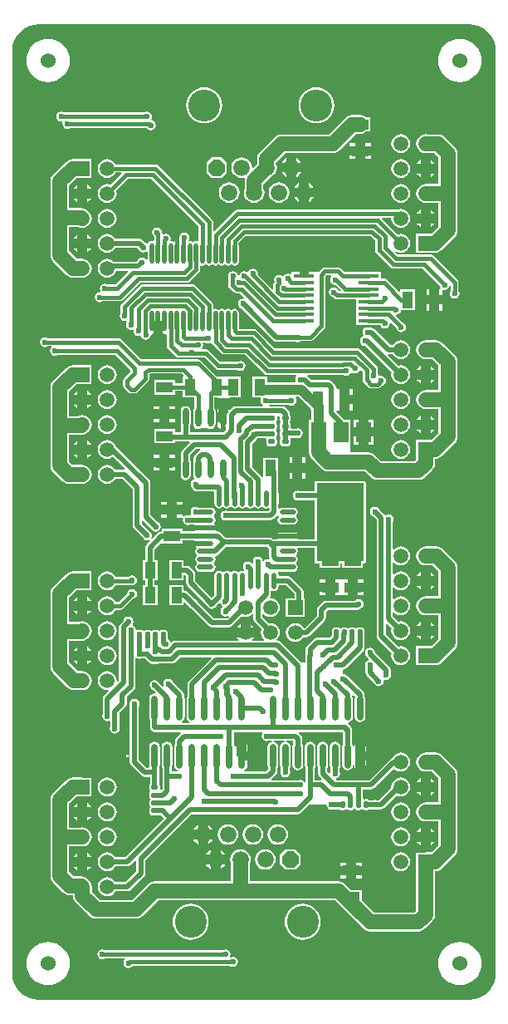
<source format=gtl>
G04 Layer_Physical_Order=1*
G04 Layer_Color=255*
%FSAX44Y44*%
%MOMM*%
G71*
G01*
G75*
%ADD10R,2.1500X0.4000*%
%ADD11R,2.1500X0.4000*%
%ADD12R,1.7000X1.1000*%
G04:AMPARAMS|DCode=13|XSize=0.5mm|YSize=0.7mm|CornerRadius=0.125mm|HoleSize=0mm|Usage=FLASHONLY|Rotation=90.000|XOffset=0mm|YOffset=0mm|HoleType=Round|Shape=RoundedRectangle|*
%AMROUNDEDRECTD13*
21,1,0.5000,0.4500,0,0,90.0*
21,1,0.2500,0.7000,0,0,90.0*
1,1,0.2500,0.2250,0.1250*
1,1,0.2500,0.2250,-0.1250*
1,1,0.2500,-0.2250,-0.1250*
1,1,0.2500,-0.2250,0.1250*
%
%ADD13ROUNDEDRECTD13*%
G04:AMPARAMS|DCode=14|XSize=0.5mm|YSize=0.7mm|CornerRadius=0.125mm|HoleSize=0mm|Usage=FLASHONLY|Rotation=0.000|XOffset=0mm|YOffset=0mm|HoleType=Round|Shape=RoundedRectangle|*
%AMROUNDEDRECTD14*
21,1,0.5000,0.4500,0,0,0.0*
21,1,0.2500,0.7000,0,0,0.0*
1,1,0.2500,0.1250,-0.2250*
1,1,0.2500,-0.1250,-0.2250*
1,1,0.2500,-0.1250,0.2250*
1,1,0.2500,0.1250,0.2250*
%
%ADD14ROUNDEDRECTD14*%
%ADD15R,1.1000X1.7000*%
%ADD16O,0.7000X2.5000*%
%ADD17O,1.6500X0.5500*%
%ADD18O,0.5500X1.6500*%
%ADD19O,0.6000X1.9000*%
%ADD20R,1.5240X2.0320*%
%ADD21R,3.8100X2.0320*%
%ADD22O,0.4500X2.1000*%
%ADD23C,0.3810*%
%ADD24C,0.4000*%
%ADD25C,0.5080*%
%ADD26C,1.5000*%
%ADD27C,1.0000*%
%ADD28R,4.8260X8.0010*%
%ADD29C,1.6764*%
%ADD30P,1.8145X8X22.5*%
%ADD31C,3.2500*%
%ADD32C,1.5000*%
%ADD33R,1.5000X1.5000*%
%ADD34C,1.5240*%
%ADD35C,0.6000*%
G36*
X00574174Y01196357D02*
X00578246Y01195379D01*
X00582115Y01193777D01*
X00585685Y01191589D01*
X00588869Y01188869D01*
X00591589Y01185685D01*
X00593777Y01182115D01*
X00595379Y01178246D01*
X00596357Y01174174D01*
X00596680Y01170070D01*
X00596666Y01170000D01*
Y00230000D01*
X00596680Y00229930D01*
X00596357Y00225826D01*
X00595379Y00221754D01*
X00593777Y00217885D01*
X00591589Y00214315D01*
X00588869Y00211131D01*
X00585685Y00208411D01*
X00582115Y00206223D01*
X00578246Y00204621D01*
X00574174Y00203643D01*
X00570070Y00203320D01*
X00570000Y00203334D01*
X00130000D01*
X00129930Y00203320D01*
X00125826Y00203643D01*
X00121754Y00204621D01*
X00117885Y00206223D01*
X00114315Y00208411D01*
X00111131Y00211131D01*
X00108411Y00214315D01*
X00106223Y00217885D01*
X00104621Y00221754D01*
X00103643Y00225826D01*
X00103320Y00229930D01*
X00103334Y00230000D01*
Y01170000D01*
X00103320Y01170070D01*
X00103643Y01174174D01*
X00104621Y01178246D01*
X00106223Y01182115D01*
X00108411Y01185685D01*
X00111131Y01188869D01*
X00114315Y01191589D01*
X00117885Y01193777D01*
X00121754Y01195379D01*
X00125826Y01196357D01*
X00129930Y01196680D01*
X00130000Y01196666D01*
X00570000D01*
X00570070Y01196680D01*
X00574174Y01196357D01*
D02*
G37*
%LPC*%
G36*
X00533796Y00574200D02*
X00530000D01*
Y00570404D01*
X00530063Y00570430D01*
X00532161Y00572039D01*
X00533770Y00574137D01*
X00533796Y00574200D01*
D02*
G37*
G36*
X00336300Y00585986D02*
X00336237Y00585960D01*
X00334139Y00584351D01*
X00332530Y00582253D01*
X00332504Y00582190D01*
X00336300D01*
Y00585986D01*
D02*
G37*
G36*
X00520000Y00574200D02*
X00516204D01*
X00516230Y00574137D01*
X00517839Y00572039D01*
X00519937Y00570430D01*
X00520000Y00570404D01*
Y00574200D01*
D02*
G37*
G36*
X00180000Y00562596D02*
Y00558800D01*
X00183796D01*
X00183770Y00558863D01*
X00182161Y00560961D01*
X00180063Y00562570D01*
X00180000Y00562596D01*
D02*
G37*
G36*
X00200400Y00588782D02*
X00197920Y00588455D01*
X00195609Y00587498D01*
X00193625Y00585975D01*
X00192102Y00583991D01*
X00191145Y00581680D01*
X00190818Y00579200D01*
X00191145Y00576720D01*
X00192102Y00574409D01*
X00193625Y00572425D01*
X00195609Y00570902D01*
X00197920Y00569944D01*
X00200400Y00569618D01*
X00202880Y00569944D01*
X00205191Y00570902D01*
X00207176Y00572425D01*
X00208698Y00574409D01*
X00209655Y00576720D01*
X00209982Y00579200D01*
X00209655Y00581680D01*
X00208698Y00583991D01*
X00207176Y00585975D01*
X00205191Y00587498D01*
X00202880Y00588455D01*
X00200400Y00588782D01*
D02*
G37*
G36*
X00346300Y00585986D02*
Y00582190D01*
X00350096D01*
X00350070Y00582253D01*
X00348461Y00584351D01*
X00346363Y00585960D01*
X00346300Y00585986D01*
D02*
G37*
G36*
X00183796Y00599600D02*
X00180000D01*
Y00595804D01*
X00180063Y00595830D01*
X00182161Y00597439D01*
X00183770Y00599537D01*
X00183796Y00599600D01*
D02*
G37*
G36*
X00225730Y00621658D02*
X00223779Y00621270D01*
X00222125Y00620165D01*
X00221020Y00618511D01*
X00220798Y00617396D01*
X00212081Y00608678D01*
X00208993D01*
X00208698Y00609391D01*
X00207176Y00611375D01*
X00205191Y00612898D01*
X00202880Y00613855D01*
X00200400Y00614182D01*
X00197920Y00613855D01*
X00195609Y00612898D01*
X00193625Y00611375D01*
X00192102Y00609391D01*
X00191145Y00607080D01*
X00190818Y00604600D01*
X00191145Y00602120D01*
X00192102Y00599809D01*
X00193625Y00597825D01*
X00195609Y00596302D01*
X00197920Y00595345D01*
X00200400Y00595018D01*
X00202880Y00595345D01*
X00205191Y00596302D01*
X00207176Y00597825D01*
X00208698Y00599809D01*
X00208993Y00600522D01*
X00213770D01*
X00213770Y00600522D01*
X00215331Y00600832D01*
X00216654Y00601716D01*
X00226566Y00611628D01*
X00227681Y00611850D01*
X00229335Y00612955D01*
X00230440Y00614609D01*
X00230828Y00616560D01*
X00230440Y00618511D01*
X00229335Y00620165D01*
X00227681Y00621270D01*
X00225730Y00621658D01*
D02*
G37*
G36*
X00170000Y00599600D02*
X00166204D01*
X00166230Y00599537D01*
X00167839Y00597439D01*
X00169937Y00595830D01*
X00170000Y00595804D01*
Y00599600D01*
D02*
G37*
G36*
X00520000Y00587996D02*
X00519937Y00587970D01*
X00517839Y00586361D01*
X00516230Y00584263D01*
X00516204Y00584200D01*
X00520000D01*
Y00587996D01*
D02*
G37*
G36*
X00530000Y00587996D02*
Y00584200D01*
X00533796D01*
X00533770Y00584263D01*
X00532161Y00586361D01*
X00530063Y00587970D01*
X00530000Y00587996D01*
D02*
G37*
G36*
X00463140Y00463849D02*
Y00456460D01*
X00464298D01*
Y00460460D01*
X00463830Y00462817D01*
X00463140Y00463849D01*
D02*
G37*
G36*
X00175000Y00639582D02*
X00165140D01*
X00162660Y00639255D01*
X00160349Y00638298D01*
X00158364Y00636776D01*
X00145295Y00623705D01*
X00143772Y00621721D01*
X00142815Y00619410D01*
X00142488Y00616930D01*
Y00578460D01*
Y00542900D01*
X00142815Y00540420D01*
X00143772Y00538109D01*
X00145295Y00536125D01*
X00159795Y00521624D01*
X00161779Y00520102D01*
X00164090Y00519145D01*
X00166570Y00518818D01*
X00175000D01*
X00177480Y00519145D01*
X00179791Y00520102D01*
X00181775Y00521624D01*
X00183298Y00523609D01*
X00184256Y00525920D01*
X00184582Y00528400D01*
X00184256Y00530880D01*
X00183298Y00533191D01*
X00181775Y00535175D01*
X00179791Y00536698D01*
X00177480Y00537655D01*
X00175000Y00537982D01*
X00170539D01*
X00161652Y00546869D01*
Y00568878D01*
X00174260D01*
X00176740Y00569205D01*
X00179051Y00570162D01*
X00181035Y00571685D01*
X00181775Y00572425D01*
X00183298Y00574409D01*
X00184256Y00576720D01*
X00184582Y00579200D01*
X00184256Y00581680D01*
X00183298Y00583991D01*
X00181775Y00585975D01*
X00179791Y00587498D01*
X00177480Y00588455D01*
X00175000Y00588782D01*
X00172520Y00588455D01*
X00171522Y00588042D01*
X00161652D01*
Y00612961D01*
X00169109Y00620418D01*
X00175000D01*
X00175623Y00620500D01*
X00184500D01*
Y00629377D01*
X00184582Y00630000D01*
X00184500Y00630623D01*
Y00639500D01*
X00175623D01*
X00175000Y00639582D01*
D02*
G37*
G36*
X00221861Y00452671D02*
X00220000D01*
Y00450000D01*
X00221861D01*
Y00452671D01*
D02*
G37*
G36*
X00530000Y00428796D02*
Y00425000D01*
X00533796D01*
X00533770Y00425063D01*
X00532161Y00427161D01*
X00530063Y00428770D01*
X00530000Y00428796D01*
D02*
G37*
G36*
X00464298Y00446460D02*
X00463140D01*
Y00439071D01*
X00463830Y00440103D01*
X00464298Y00442460D01*
Y00446460D01*
D02*
G37*
G36*
X00468300Y00561968D02*
X00466349Y00561580D01*
X00464695Y00560475D01*
X00463590Y00558821D01*
X00463202Y00556870D01*
X00463590Y00554919D01*
X00463898Y00554458D01*
X00464023Y00553829D01*
X00465027Y00552327D01*
X00467169Y00550185D01*
X00466800Y00548970D01*
X00466349Y00548880D01*
X00464695Y00547775D01*
X00463590Y00546121D01*
X00463202Y00544170D01*
X00463590Y00542219D01*
X00463671Y00542098D01*
Y00536550D01*
X00463671Y00536550D01*
X00464023Y00534779D01*
X00465027Y00533277D01*
X00472452Y00525852D01*
X00472480Y00525709D01*
X00473585Y00524055D01*
X00475239Y00522950D01*
X00477190Y00522562D01*
X00479141Y00522950D01*
X00480795Y00524055D01*
X00481900Y00525709D01*
X00482288Y00527660D01*
X00482173Y00528240D01*
X00482354Y00528521D01*
X00483273Y00529218D01*
X00484810Y00528912D01*
X00486761Y00529300D01*
X00488415Y00530405D01*
X00489520Y00532059D01*
X00489908Y00534010D01*
X00489520Y00535961D01*
X00489439Y00536082D01*
Y00539090D01*
X00489439Y00539090D01*
X00489087Y00540861D01*
X00488083Y00542363D01*
X00488083Y00542363D01*
X00473354Y00557093D01*
X00473010Y00558821D01*
X00471905Y00560475D01*
X00470251Y00561580D01*
X00468300Y00561968D01*
D02*
G37*
G36*
X00183796Y00548800D02*
X00180000D01*
Y00545004D01*
X00180063Y00545030D01*
X00182161Y00546639D01*
X00183770Y00548737D01*
X00183796Y00548800D01*
D02*
G37*
G36*
X00170000Y00562596D02*
X00169937Y00562570D01*
X00167839Y00560961D01*
X00166230Y00558863D01*
X00166204Y00558800D01*
X00170000D01*
Y00562596D01*
D02*
G37*
G36*
Y00548800D02*
X00166204D01*
X00166230Y00548737D01*
X00167839Y00546639D01*
X00169937Y00545030D01*
X00170000Y00545004D01*
Y00548800D01*
D02*
G37*
G36*
X00200400Y00563382D02*
X00197920Y00563055D01*
X00195609Y00562098D01*
X00193625Y00560575D01*
X00192102Y00558591D01*
X00191145Y00556280D01*
X00190818Y00553800D01*
X00191145Y00551320D01*
X00192102Y00549009D01*
X00193625Y00547024D01*
X00195609Y00545502D01*
X00197920Y00544544D01*
X00200400Y00544218D01*
X00202880Y00544544D01*
X00205191Y00545502D01*
X00207176Y00547024D01*
X00208698Y00549009D01*
X00209655Y00551320D01*
X00209982Y00553800D01*
X00209655Y00556280D01*
X00208698Y00558591D01*
X00207176Y00560575D01*
X00205191Y00562098D01*
X00202880Y00563055D01*
X00200400Y00563382D01*
D02*
G37*
G36*
X00536140Y00664982D02*
X00525000D01*
X00522520Y00664656D01*
X00520209Y00663698D01*
X00518224Y00662176D01*
X00516702Y00660191D01*
X00515745Y00657880D01*
X00515418Y00655400D01*
X00515745Y00652920D01*
X00516702Y00650609D01*
X00518224Y00648625D01*
X00520209Y00647102D01*
X00522520Y00646145D01*
X00525000Y00645818D01*
X00532171D01*
X00538348Y00639641D01*
Y00614182D01*
X00525000D01*
X00522520Y00613856D01*
X00520209Y00612898D01*
X00518224Y00611376D01*
X00516702Y00609391D01*
X00515745Y00607080D01*
X00515418Y00604600D01*
X00515745Y00602120D01*
X00516702Y00599809D01*
X00518224Y00597825D01*
X00520209Y00596302D01*
X00522520Y00595345D01*
X00525000Y00595018D01*
X00538348D01*
Y00570839D01*
X00530891Y00563382D01*
X00525000D01*
X00524377Y00563300D01*
X00515500D01*
Y00554423D01*
X00515418Y00553800D01*
X00515500Y00553177D01*
Y00544300D01*
X00524377D01*
X00525000Y00544218D01*
X00534860D01*
X00537340Y00544545D01*
X00539651Y00545502D01*
X00541636Y00547025D01*
X00554706Y00560094D01*
X00556228Y00562079D01*
X00557185Y00564390D01*
X00557512Y00566870D01*
Y00605130D01*
Y00643610D01*
X00557185Y00646090D01*
X00556228Y00648401D01*
X00554706Y00650386D01*
X00542915Y00662176D01*
X00540931Y00663698D01*
X00538620Y00664656D01*
X00536140Y00664982D01*
D02*
G37*
G36*
X00261370Y00697450D02*
X00255330D01*
Y00694410D01*
X00261370D01*
Y00697450D01*
D02*
G37*
G36*
Y00710490D02*
X00255330D01*
Y00707450D01*
X00261370D01*
Y00710490D01*
D02*
G37*
G36*
X00473380Y00705478D02*
X00471429Y00705090D01*
X00469775Y00703985D01*
X00468670Y00702331D01*
X00468282Y00700380D01*
X00468670Y00698429D01*
X00469775Y00696775D01*
X00471429Y00695670D01*
X00471572Y00695642D01*
X00475181Y00692033D01*
Y00573590D01*
X00475181Y00573590D01*
X00475533Y00571819D01*
X00476537Y00570317D01*
X00490412Y00556442D01*
X00490345Y00556280D01*
X00490018Y00553800D01*
X00490345Y00551320D01*
X00491302Y00549009D01*
X00492825Y00547025D01*
X00494809Y00545502D01*
X00497120Y00544545D01*
X00499600Y00544218D01*
X00502080Y00544545D01*
X00504391Y00545502D01*
X00506375Y00547025D01*
X00507898Y00549009D01*
X00508855Y00551320D01*
X00509182Y00553800D01*
X00508855Y00556280D01*
X00507898Y00558591D01*
X00506375Y00560575D01*
X00504391Y00562098D01*
X00502080Y00563055D01*
X00499600Y00563382D01*
X00497120Y00563055D01*
X00496958Y00562988D01*
X00484439Y00575507D01*
Y00586155D01*
X00485612Y00586641D01*
X00490412Y00581842D01*
X00490345Y00581680D01*
X00490018Y00579200D01*
X00490345Y00576720D01*
X00491302Y00574409D01*
X00492825Y00572425D01*
X00494809Y00570902D01*
X00497120Y00569945D01*
X00499600Y00569618D01*
X00502080Y00569945D01*
X00504391Y00570902D01*
X00506375Y00572425D01*
X00507898Y00574409D01*
X00508855Y00576720D01*
X00509182Y00579200D01*
X00508855Y00581680D01*
X00507898Y00583991D01*
X00506375Y00585975D01*
X00504391Y00587498D01*
X00502080Y00588456D01*
X00499600Y00588782D01*
X00497120Y00588456D01*
X00496958Y00588388D01*
X00491689Y00593657D01*
Y00597439D01*
X00491736Y00597455D01*
X00492959Y00597721D01*
X00494809Y00596302D01*
X00497120Y00595345D01*
X00499600Y00595018D01*
X00502080Y00595345D01*
X00504391Y00596302D01*
X00506375Y00597825D01*
X00507898Y00599809D01*
X00508855Y00602120D01*
X00509182Y00604600D01*
X00508855Y00607080D01*
X00507898Y00609391D01*
X00506375Y00611376D01*
X00504391Y00612898D01*
X00502080Y00613856D01*
X00499600Y00614182D01*
X00497120Y00613856D01*
X00494809Y00612898D01*
X00492959Y00611479D01*
X00491736Y00611745D01*
X00491689Y00611761D01*
Y00622839D01*
X00491736Y00622855D01*
X00492959Y00623121D01*
X00494809Y00621702D01*
X00497120Y00620745D01*
X00499600Y00620418D01*
X00502080Y00620745D01*
X00504391Y00621702D01*
X00506375Y00623225D01*
X00507898Y00625209D01*
X00508855Y00627520D01*
X00509182Y00630000D01*
X00508855Y00632480D01*
X00507898Y00634791D01*
X00506375Y00636776D01*
X00504391Y00638298D01*
X00502080Y00639255D01*
X00499600Y00639582D01*
X00497120Y00639255D01*
X00494809Y00638298D01*
X00492959Y00636879D01*
X00491736Y00637145D01*
X00491689Y00637161D01*
Y00648239D01*
X00491736Y00648255D01*
X00492959Y00648521D01*
X00494809Y00647102D01*
X00497120Y00646145D01*
X00499600Y00645818D01*
X00502080Y00646145D01*
X00504391Y00647102D01*
X00506375Y00648625D01*
X00507898Y00650609D01*
X00508855Y00652920D01*
X00509182Y00655400D01*
X00508855Y00657880D01*
X00507898Y00660191D01*
X00506375Y00662176D01*
X00504391Y00663698D01*
X00502080Y00664656D01*
X00499600Y00664982D01*
X00497120Y00664656D01*
X00494809Y00663698D01*
X00492959Y00662279D01*
X00491736Y00662545D01*
X00491689Y00662561D01*
Y00690254D01*
X00492060Y00690809D01*
X00492448Y00692760D01*
X00492060Y00694711D01*
X00490955Y00696365D01*
X00489301Y00697470D01*
X00487350Y00697858D01*
X00485399Y00697470D01*
X00484740Y00697029D01*
X00483083Y00697223D01*
X00483083Y00697223D01*
X00478118Y00702188D01*
X00478090Y00702331D01*
X00476985Y00703985D01*
X00475331Y00705090D01*
X00473380Y00705478D01*
D02*
G37*
G36*
X00520000Y00638796D02*
X00519937Y00638770D01*
X00517839Y00637161D01*
X00516230Y00635063D01*
X00516204Y00635000D01*
X00520000D01*
Y00638796D01*
D02*
G37*
G36*
X00530000Y00638796D02*
Y00635000D01*
X00533796D01*
X00533770Y00635063D01*
X00532161Y00637161D01*
X00530063Y00638770D01*
X00530000Y00638796D01*
D02*
G37*
G36*
X00277410Y00710490D02*
X00271370D01*
Y00707450D01*
X00277410D01*
Y00710490D01*
D02*
G37*
G36*
X00253750Y00745380D02*
X00247710D01*
Y00742340D01*
X00253750D01*
Y00745380D01*
D02*
G37*
G36*
X00269790D02*
X00263750D01*
Y00742340D01*
X00269790D01*
Y00745380D01*
D02*
G37*
G36*
X00402210Y00739830D02*
X00399170D01*
Y00733790D01*
X00402210D01*
Y00739830D01*
D02*
G37*
G36*
X00175000Y00849582D02*
X00165140D01*
X00162660Y00849255D01*
X00160349Y00848298D01*
X00158364Y00846775D01*
X00145295Y00833706D01*
X00143772Y00831721D01*
X00142815Y00829410D01*
X00142488Y00826930D01*
Y00788010D01*
Y00747370D01*
X00142815Y00744890D01*
X00143772Y00742579D01*
X00145295Y00740595D01*
X00154265Y00731625D01*
X00156249Y00730102D01*
X00158560Y00729145D01*
X00161040Y00728818D01*
X00175000D01*
X00177480Y00729145D01*
X00179791Y00730102D01*
X00181775Y00731625D01*
X00183298Y00733609D01*
X00184256Y00735920D01*
X00184582Y00738400D01*
X00184256Y00740880D01*
X00183298Y00743191D01*
X00181775Y00745175D01*
X00179791Y00746698D01*
X00177480Y00747655D01*
X00175000Y00747982D01*
X00165009D01*
X00161652Y00751339D01*
Y00778428D01*
X00173810D01*
X00176290Y00778755D01*
X00178601Y00779712D01*
X00180585Y00781235D01*
X00181775Y00782424D01*
X00183298Y00784409D01*
X00184256Y00786720D01*
X00184582Y00789200D01*
X00184256Y00791680D01*
X00183298Y00793991D01*
X00181775Y00795975D01*
X00179791Y00797498D01*
X00177480Y00798455D01*
X00175000Y00798782D01*
X00172520Y00798455D01*
X00170435Y00797592D01*
X00161652D01*
Y00822961D01*
X00169109Y00830418D01*
X00175000D01*
X00175623Y00830500D01*
X00184500D01*
Y00839377D01*
X00184582Y00840000D01*
X00184500Y00840623D01*
Y00849500D01*
X00175623D01*
X00175000Y00849582D01*
D02*
G37*
G36*
X00389170Y00739830D02*
X00386130D01*
Y00733790D01*
X00389170D01*
Y00739830D01*
D02*
G37*
G36*
X00438700Y00631420D02*
X00438210Y00631420D01*
X00432660D01*
Y00623380D01*
Y00615340D01*
X00438210D01*
X00439480Y00615340D01*
X00439970Y00615340D01*
X00445520D01*
Y00623380D01*
Y00631420D01*
X00439970D01*
X00438700Y00631420D01*
D02*
G37*
G36*
X00422660Y00618380D02*
X00416620D01*
Y00615340D01*
X00422660D01*
Y00618380D01*
D02*
G37*
G36*
X00456870Y00611498D02*
X00454919Y00611110D01*
X00453265Y00610005D01*
X00453047Y00609679D01*
X00423770D01*
X00423770Y00609679D01*
X00421999Y00609327D01*
X00420497Y00608323D01*
X00415497Y00603323D01*
X00414493Y00601821D01*
X00414141Y00600050D01*
X00414141Y00600050D01*
Y00594347D01*
X00401639Y00581845D01*
X00400404Y00581967D01*
X00400398Y00581981D01*
X00398876Y00583965D01*
X00396891Y00585488D01*
X00394580Y00586446D01*
X00392100Y00586772D01*
X00389620Y00586446D01*
X00387309Y00585488D01*
X00385325Y00583965D01*
X00383802Y00581981D01*
X00382845Y00579670D01*
X00382518Y00577190D01*
X00382845Y00574710D01*
X00383802Y00572399D01*
X00385325Y00570415D01*
X00387309Y00568892D01*
X00389620Y00567935D01*
X00392100Y00567608D01*
X00394580Y00567935D01*
X00396891Y00568892D01*
X00398876Y00570415D01*
X00400398Y00572399D01*
X00400465Y00572561D01*
X00403530D01*
X00403530Y00572561D01*
X00405301Y00572913D01*
X00406803Y00573917D01*
X00422043Y00589157D01*
X00422043Y00589157D01*
X00423047Y00590659D01*
X00423399Y00592430D01*
X00423399Y00592430D01*
Y00598133D01*
X00425687Y00600421D01*
X00455520D01*
X00455520Y00600421D01*
X00457291Y00600773D01*
X00458597Y00601646D01*
X00458821Y00601690D01*
X00460475Y00602795D01*
X00461580Y00604449D01*
X00461968Y00606400D01*
X00461580Y00608351D01*
X00460475Y00610005D01*
X00458821Y00611110D01*
X00456870Y00611498D01*
D02*
G37*
G36*
X00170000Y00613396D02*
X00169937Y00613370D01*
X00167839Y00611761D01*
X00166230Y00609663D01*
X00166204Y00609600D01*
X00170000D01*
Y00613396D01*
D02*
G37*
G36*
X00180000D02*
Y00609600D01*
X00183796D01*
X00183770Y00609663D01*
X00182161Y00611761D01*
X00180063Y00613370D01*
X00180000Y00613396D01*
D02*
G37*
G36*
X00461560Y00618380D02*
X00455520D01*
Y00615340D01*
X00461560D01*
Y00618380D01*
D02*
G37*
G36*
X00422660Y00631420D02*
X00416620D01*
Y00628380D01*
X00422660D01*
Y00631420D01*
D02*
G37*
G36*
X00455520D02*
Y00628380D01*
X00461560D01*
Y00631420D01*
X00455520D01*
D02*
G37*
G36*
X00200400Y00639582D02*
X00197920Y00639255D01*
X00195609Y00638298D01*
X00193625Y00636775D01*
X00192102Y00634791D01*
X00191145Y00632480D01*
X00190818Y00630000D01*
X00191145Y00627520D01*
X00192102Y00625209D01*
X00193625Y00623224D01*
X00195609Y00621702D01*
X00197920Y00620745D01*
X00200400Y00620418D01*
X00202880Y00620745D01*
X00205191Y00621702D01*
X00207176Y00623224D01*
X00208698Y00625209D01*
X00208993Y00625922D01*
X00223627D01*
X00223779Y00625820D01*
X00225730Y00625432D01*
X00227681Y00625820D01*
X00229335Y00626925D01*
X00230440Y00628579D01*
X00230828Y00630530D01*
X00230440Y00632481D01*
X00229335Y00634135D01*
X00227681Y00635240D01*
X00225730Y00635628D01*
X00223779Y00635240D01*
X00222125Y00634135D01*
X00222087Y00634078D01*
X00208993D01*
X00208698Y00634791D01*
X00207176Y00636775D01*
X00205191Y00638298D01*
X00202880Y00639255D01*
X00200400Y00639582D01*
D02*
G37*
G36*
X00520000Y00625000D02*
X00516204D01*
X00516230Y00624937D01*
X00517839Y00622839D01*
X00519937Y00621230D01*
X00520000Y00621204D01*
Y00625000D01*
D02*
G37*
G36*
X00533796D02*
X00530000D01*
Y00621204D01*
X00530063Y00621230D01*
X00532161Y00622839D01*
X00533770Y00624937D01*
X00533796Y00625000D01*
D02*
G37*
G36*
X00320581Y00341050D02*
X00315830D01*
Y00336299D01*
X00316338Y00336510D01*
X00318620Y00338260D01*
X00320370Y00340542D01*
X00320581Y00341050D01*
D02*
G37*
G36*
X00444444Y00342751D02*
X00438404D01*
Y00339711D01*
X00444444D01*
Y00342751D01*
D02*
G37*
G36*
X00305830Y00341050D02*
X00301079D01*
X00301290Y00340542D01*
X00303040Y00338260D01*
X00305322Y00336510D01*
X00305830Y00336299D01*
Y00341050D01*
D02*
G37*
G36*
X00361630Y00356522D02*
X00358920Y00356165D01*
X00356394Y00355119D01*
X00354226Y00353455D01*
X00352561Y00351286D01*
X00351515Y00348760D01*
X00351158Y00346050D01*
X00351515Y00343340D01*
X00352561Y00340814D01*
X00354226Y00338646D01*
X00356394Y00336981D01*
X00358920Y00335935D01*
X00361630Y00335578D01*
X00364340Y00335935D01*
X00366866Y00336981D01*
X00369035Y00338646D01*
X00370699Y00340814D01*
X00371745Y00343340D01*
X00372102Y00346050D01*
X00371745Y00348760D01*
X00370699Y00351286D01*
X00369035Y00353455D01*
X00366866Y00355119D01*
X00364340Y00356165D01*
X00361630Y00356522D01*
D02*
G37*
G36*
X00392221Y00356432D02*
X00381839D01*
X00376648Y00351241D01*
Y00340859D01*
X00381839Y00335668D01*
X00392221D01*
X00397412Y00340859D01*
Y00351241D01*
X00392221Y00356432D01*
D02*
G37*
G36*
X00460484Y00342751D02*
X00454444D01*
Y00339711D01*
X00460484D01*
Y00342751D01*
D02*
G37*
G36*
X00315830Y00355801D02*
Y00351050D01*
X00320581D01*
X00320370Y00351558D01*
X00318620Y00353840D01*
X00316338Y00355590D01*
X00315830Y00355801D01*
D02*
G37*
G36*
X00200400Y00378782D02*
X00197920Y00378456D01*
X00195609Y00377498D01*
X00193625Y00375975D01*
X00192102Y00373991D01*
X00191145Y00371680D01*
X00190818Y00369200D01*
X00191145Y00366720D01*
X00192102Y00364409D01*
X00193625Y00362425D01*
X00195609Y00360902D01*
X00197920Y00359944D01*
X00200400Y00359618D01*
X00202880Y00359944D01*
X00205191Y00360902D01*
X00207176Y00362425D01*
X00208698Y00364409D01*
X00209655Y00366720D01*
X00209982Y00369200D01*
X00209655Y00371680D01*
X00208698Y00373991D01*
X00207176Y00375975D01*
X00205191Y00377498D01*
X00202880Y00378456D01*
X00200400Y00378782D01*
D02*
G37*
G36*
X00305830Y00355801D02*
X00305322Y00355590D01*
X00303040Y00353840D01*
X00301290Y00351558D01*
X00301079Y00351050D01*
X00305830D01*
Y00355801D01*
D02*
G37*
G36*
X00170000Y00352596D02*
X00169937Y00352570D01*
X00167839Y00350961D01*
X00166230Y00348863D01*
X00166204Y00348800D01*
X00170000D01*
Y00352596D01*
D02*
G37*
G36*
X00180000D02*
Y00348800D01*
X00183796D01*
X00183770Y00348863D01*
X00182161Y00350961D01*
X00180063Y00352570D01*
X00180000Y00352596D01*
D02*
G37*
G36*
X00285410Y00300888D02*
X00281832Y00300536D01*
X00278392Y00299492D01*
X00275222Y00297798D01*
X00272443Y00295517D01*
X00270162Y00292738D01*
X00268468Y00289568D01*
X00267424Y00286128D01*
X00267072Y00282550D01*
X00267424Y00278972D01*
X00268468Y00275532D01*
X00270162Y00272362D01*
X00272443Y00269583D01*
X00275222Y00267302D01*
X00278392Y00265608D01*
X00281832Y00264564D01*
X00285410Y00264212D01*
X00288988Y00264564D01*
X00292428Y00265608D01*
X00295598Y00267302D01*
X00298377Y00269583D01*
X00300658Y00272362D01*
X00302352Y00275532D01*
X00303396Y00278972D01*
X00303748Y00282550D01*
X00303396Y00286128D01*
X00302352Y00289568D01*
X00300658Y00292738D01*
X00298377Y00295517D01*
X00295598Y00297798D01*
X00292428Y00299492D01*
X00288988Y00300536D01*
X00285410Y00300888D01*
D02*
G37*
G36*
X00399730D02*
X00396152Y00300536D01*
X00392712Y00299492D01*
X00389542Y00297798D01*
X00386763Y00295517D01*
X00384482Y00292738D01*
X00382788Y00289568D01*
X00381744Y00286128D01*
X00381392Y00282550D01*
X00381744Y00278972D01*
X00382788Y00275532D01*
X00384482Y00272362D01*
X00386763Y00269583D01*
X00389542Y00267302D01*
X00392712Y00265608D01*
X00396152Y00264564D01*
X00399730Y00264212D01*
X00403308Y00264564D01*
X00406748Y00265608D01*
X00409918Y00267302D01*
X00412697Y00269583D01*
X00414978Y00272362D01*
X00416672Y00275532D01*
X00417716Y00278972D01*
X00418068Y00282550D01*
X00417716Y00286128D01*
X00416672Y00289568D01*
X00414978Y00292738D01*
X00412697Y00295517D01*
X00409918Y00297798D01*
X00406748Y00299492D01*
X00403308Y00300536D01*
X00399730Y00300888D01*
D02*
G37*
G36*
X00320980Y00254628D02*
X00319029Y00254240D01*
X00317939Y00253512D01*
X00198291D01*
X00197201Y00254240D01*
X00195250Y00254628D01*
X00193299Y00254240D01*
X00191645Y00253135D01*
X00190540Y00251481D01*
X00190152Y00249530D01*
X00190540Y00247579D01*
X00191645Y00245925D01*
X00193299Y00244820D01*
X00195250Y00244432D01*
X00197201Y00244820D01*
X00198291Y00245548D01*
X00217980D01*
X00218366Y00244279D01*
X00218315Y00244245D01*
X00217210Y00242591D01*
X00216822Y00240640D01*
X00217210Y00238689D01*
X00218315Y00237035D01*
X00219969Y00235930D01*
X00221920Y00235542D01*
X00223871Y00235930D01*
X00225525Y00237035D01*
X00226122Y00237929D01*
X00325559D01*
X00326649Y00237200D01*
X00328600Y00236812D01*
X00330551Y00237200D01*
X00332205Y00238305D01*
X00333310Y00239959D01*
X00333698Y00241910D01*
X00333310Y00243861D01*
X00332205Y00245515D01*
X00330551Y00246620D01*
X00328600Y00247008D01*
X00326649Y00246620D01*
X00326518Y00246532D01*
X00325602Y00247448D01*
X00325690Y00247579D01*
X00326078Y00249530D01*
X00325690Y00251481D01*
X00324585Y00253135D01*
X00322931Y00254240D01*
X00320980Y00254628D01*
D02*
G37*
G36*
X00140000Y00262106D02*
X00135687Y00261682D01*
X00131540Y00260424D01*
X00127718Y00258381D01*
X00124368Y00255632D01*
X00121619Y00252282D01*
X00119576Y00248460D01*
X00118318Y00244313D01*
X00117894Y00240000D01*
X00118318Y00235687D01*
X00119576Y00231540D01*
X00121619Y00227718D01*
X00124368Y00224368D01*
X00127718Y00221619D01*
X00131540Y00219576D01*
X00135687Y00218318D01*
X00140000Y00217894D01*
X00144313Y00218318D01*
X00148460Y00219576D01*
X00152282Y00221619D01*
X00155632Y00224368D01*
X00158381Y00227718D01*
X00160424Y00231540D01*
X00161682Y00235687D01*
X00162106Y00240000D01*
X00161682Y00244313D01*
X00160424Y00248460D01*
X00158381Y00252282D01*
X00155632Y00255632D01*
X00152282Y00258381D01*
X00148460Y00260424D01*
X00144313Y00261682D01*
X00140000Y00262106D01*
D02*
G37*
G36*
X00560000D02*
X00555687Y00261682D01*
X00551540Y00260424D01*
X00547718Y00258381D01*
X00544368Y00255632D01*
X00541619Y00252282D01*
X00539576Y00248460D01*
X00538318Y00244313D01*
X00537894Y00240000D01*
X00538318Y00235687D01*
X00539576Y00231540D01*
X00541619Y00227718D01*
X00544368Y00224368D01*
X00547718Y00221619D01*
X00551540Y00219576D01*
X00555687Y00218318D01*
X00560000Y00217894D01*
X00564313Y00218318D01*
X00568460Y00219576D01*
X00572282Y00221619D01*
X00575632Y00224368D01*
X00578381Y00227718D01*
X00580424Y00231540D01*
X00581682Y00235687D01*
X00582106Y00240000D01*
X00581682Y00244313D01*
X00580424Y00248460D01*
X00578381Y00252282D01*
X00575632Y00255632D01*
X00572282Y00258381D01*
X00568460Y00260424D01*
X00564313Y00261682D01*
X00560000Y00262106D01*
D02*
G37*
G36*
X00535320Y00454982D02*
X00525000D01*
X00522520Y00454655D01*
X00520209Y00453698D01*
X00518224Y00452175D01*
X00516702Y00450191D01*
X00515745Y00447880D01*
X00515418Y00445400D01*
X00515745Y00442920D01*
X00516702Y00440609D01*
X00518224Y00438624D01*
X00520209Y00437102D01*
X00522520Y00436144D01*
X00525000Y00435818D01*
X00531351D01*
X00538348Y00428821D01*
Y00404182D01*
X00525000D01*
X00522520Y00403856D01*
X00520209Y00402898D01*
X00518224Y00401375D01*
X00516702Y00399391D01*
X00515745Y00397080D01*
X00515418Y00394600D01*
X00515745Y00392120D01*
X00516702Y00389809D01*
X00518224Y00387825D01*
X00520209Y00386302D01*
X00522520Y00385345D01*
X00525000Y00385018D01*
X00538348D01*
Y00360839D01*
X00530891Y00353382D01*
X00525000D01*
X00524377Y00353300D01*
X00515500D01*
Y00344423D01*
X00515418Y00343800D01*
Y00293689D01*
X00513511Y00291782D01*
X00472619D01*
X00459944Y00304457D01*
Y00315210D01*
X00449190D01*
X00443326Y00321076D01*
X00441341Y00322598D01*
X00439030Y00323555D01*
X00436550Y00323882D01*
X00345812D01*
Y00342053D01*
X00346345Y00343340D01*
X00346702Y00346050D01*
X00346345Y00348760D01*
X00345299Y00351286D01*
X00343634Y00353455D01*
X00341466Y00355119D01*
X00338940Y00356165D01*
X00336230Y00356522D01*
X00333520Y00356165D01*
X00330994Y00355119D01*
X00328825Y00353455D01*
X00327161Y00351286D01*
X00326115Y00348760D01*
X00325758Y00346050D01*
X00326115Y00343340D01*
X00326648Y00342053D01*
Y00323882D01*
X00248590D01*
X00246110Y00323555D01*
X00243799Y00322598D01*
X00241815Y00321076D01*
X00225571Y00304832D01*
X00192869D01*
X00184582Y00313119D01*
Y00318400D01*
X00184256Y00320880D01*
X00183298Y00323191D01*
X00181775Y00325175D01*
X00180795Y00326156D01*
X00178811Y00327678D01*
X00176500Y00328635D01*
X00174020Y00328962D01*
X00166199D01*
X00161652Y00333509D01*
Y00359328D01*
X00174710D01*
X00177190Y00359655D01*
X00179501Y00360612D01*
X00181486Y00362135D01*
X00181775Y00362425D01*
X00183298Y00364409D01*
X00184256Y00366720D01*
X00184582Y00369200D01*
X00184256Y00371680D01*
X00183298Y00373991D01*
X00181775Y00375975D01*
X00179791Y00377498D01*
X00177480Y00378456D01*
X00175000Y00378782D01*
X00172797Y00378492D01*
X00161652D01*
Y00402961D01*
X00169109Y00410418D01*
X00175000D01*
X00175623Y00410500D01*
X00184500D01*
Y00419377D01*
X00184582Y00420000D01*
X00184500Y00420623D01*
Y00429500D01*
X00175623D01*
X00175000Y00429582D01*
X00165140D01*
X00162660Y00429255D01*
X00160349Y00428298D01*
X00158364Y00426776D01*
X00145295Y00413705D01*
X00143772Y00411721D01*
X00142815Y00409410D01*
X00142488Y00406930D01*
Y00368910D01*
Y00329540D01*
X00142815Y00327060D01*
X00143772Y00324749D01*
X00145295Y00322765D01*
X00155455Y00312605D01*
X00157439Y00311082D01*
X00159750Y00310125D01*
X00162230Y00309798D01*
X00165418D01*
Y00309150D01*
X00165745Y00306670D01*
X00166702Y00304359D01*
X00168225Y00302375D01*
X00182125Y00288475D01*
X00184109Y00286952D01*
X00186420Y00285995D01*
X00188900Y00285668D01*
X00229540D01*
X00232020Y00285995D01*
X00234331Y00286952D01*
X00236315Y00288475D01*
X00252559Y00304718D01*
X00432581D01*
X00461875Y00275424D01*
X00463859Y00273902D01*
X00466170Y00272945D01*
X00468650Y00272618D01*
X00517480D01*
X00519960Y00272945D01*
X00522271Y00273902D01*
X00524255Y00275424D01*
X00531775Y00282945D01*
X00533298Y00284929D01*
X00534255Y00287240D01*
X00534582Y00289720D01*
Y00334218D01*
X00534860D01*
X00537340Y00334544D01*
X00539651Y00335502D01*
X00541636Y00337024D01*
X00554706Y00350094D01*
X00556228Y00352079D01*
X00557185Y00354390D01*
X00557512Y00356870D01*
Y00395580D01*
Y00432790D01*
X00557185Y00435270D01*
X00556228Y00437581D01*
X00554706Y00439566D01*
X00542095Y00452175D01*
X00540111Y00453698D01*
X00537800Y00454655D01*
X00535320Y00454982D01*
D02*
G37*
G36*
X00170000Y00338800D02*
X00166204D01*
X00166230Y00338737D01*
X00167839Y00336639D01*
X00169937Y00335030D01*
X00170000Y00335004D01*
Y00338800D01*
D02*
G37*
G36*
X00183796D02*
X00180000D01*
Y00335004D01*
X00180063Y00335030D01*
X00182161Y00336639D01*
X00183770Y00338737D01*
X00183796Y00338800D01*
D02*
G37*
G36*
X00499600Y00353382D02*
X00497120Y00353055D01*
X00494809Y00352098D01*
X00492825Y00350575D01*
X00491302Y00348591D01*
X00490345Y00346280D01*
X00490018Y00343800D01*
X00490345Y00341320D01*
X00491302Y00339009D01*
X00492825Y00337024D01*
X00494809Y00335502D01*
X00497120Y00334544D01*
X00499600Y00334218D01*
X00502080Y00334544D01*
X00504391Y00335502D01*
X00506375Y00337024D01*
X00507898Y00339009D01*
X00508855Y00341320D01*
X00509182Y00343800D01*
X00508855Y00346280D01*
X00507898Y00348591D01*
X00506375Y00350575D01*
X00504391Y00352098D01*
X00502080Y00353055D01*
X00499600Y00353382D01*
D02*
G37*
G36*
X00444444Y00329711D02*
X00438404D01*
Y00326670D01*
X00444444D01*
Y00329711D01*
D02*
G37*
G36*
X00460484D02*
X00454444D01*
Y00326670D01*
X00460484D01*
Y00329711D01*
D02*
G37*
G36*
X00170000Y00389600D02*
X00166204D01*
X00166230Y00389537D01*
X00167839Y00387439D01*
X00169937Y00385830D01*
X00170000Y00385804D01*
Y00389600D01*
D02*
G37*
G36*
X00183796D02*
X00180000D01*
Y00385804D01*
X00180063Y00385830D01*
X00182161Y00387439D01*
X00183770Y00389537D01*
X00183796Y00389600D01*
D02*
G37*
G36*
X00499600Y00404182D02*
X00497120Y00403856D01*
X00494809Y00402898D01*
X00492825Y00401375D01*
X00491302Y00399391D01*
X00490345Y00397080D01*
X00490018Y00394600D01*
X00490345Y00392120D01*
X00491302Y00389809D01*
X00492825Y00387825D01*
X00494809Y00386302D01*
X00497120Y00385345D01*
X00499600Y00385018D01*
X00502080Y00385345D01*
X00504391Y00386302D01*
X00506375Y00387825D01*
X00507898Y00389809D01*
X00508855Y00392120D01*
X00509182Y00394600D01*
X00508855Y00397080D01*
X00507898Y00399391D01*
X00506375Y00401375D01*
X00504391Y00402898D01*
X00502080Y00403856D01*
X00499600Y00404182D01*
D02*
G37*
G36*
X00303130Y00381201D02*
Y00376450D01*
X00307881D01*
X00307670Y00376958D01*
X00305920Y00379240D01*
X00303638Y00380990D01*
X00303130Y00381201D01*
D02*
G37*
G36*
X00200400Y00404182D02*
X00197920Y00403856D01*
X00195609Y00402898D01*
X00193625Y00401375D01*
X00192102Y00399391D01*
X00191145Y00397080D01*
X00190818Y00394600D01*
X00191145Y00392120D01*
X00192102Y00389809D01*
X00193625Y00387825D01*
X00195609Y00386302D01*
X00197920Y00385345D01*
X00200400Y00385018D01*
X00202880Y00385345D01*
X00205191Y00386302D01*
X00207176Y00387825D01*
X00208698Y00389809D01*
X00209655Y00392120D01*
X00209982Y00394600D01*
X00209655Y00397080D01*
X00208698Y00399391D01*
X00207176Y00401375D01*
X00205191Y00402898D01*
X00202880Y00403856D01*
X00200400Y00404182D01*
D02*
G37*
G36*
X00170000Y00403396D02*
X00169937Y00403370D01*
X00167839Y00401761D01*
X00166230Y00399663D01*
X00166204Y00399600D01*
X00170000D01*
Y00403396D01*
D02*
G37*
G36*
X00533796Y00415000D02*
X00530000D01*
Y00411204D01*
X00530063Y00411230D01*
X00532161Y00412839D01*
X00533770Y00414937D01*
X00533796Y00415000D01*
D02*
G37*
G36*
X00520000Y00428796D02*
X00519937Y00428770D01*
X00517839Y00427161D01*
X00516230Y00425063D01*
X00516204Y00425000D01*
X00520000D01*
Y00428796D01*
D02*
G37*
G36*
Y00415000D02*
X00516204D01*
X00516230Y00414937D01*
X00517839Y00412839D01*
X00519937Y00411230D01*
X00520000Y00411204D01*
Y00415000D01*
D02*
G37*
G36*
X00180000Y00403396D02*
Y00399600D01*
X00183796D01*
X00183770Y00399663D01*
X00182161Y00401761D01*
X00180063Y00403370D01*
X00180000Y00403396D01*
D02*
G37*
G36*
X00200400Y00429582D02*
X00197920Y00429255D01*
X00195609Y00428298D01*
X00193625Y00426775D01*
X00192102Y00424791D01*
X00191145Y00422480D01*
X00190818Y00420000D01*
X00191145Y00417520D01*
X00192102Y00415209D01*
X00193625Y00413224D01*
X00195609Y00411702D01*
X00197920Y00410745D01*
X00200400Y00410418D01*
X00202880Y00410745D01*
X00205191Y00411702D01*
X00207176Y00413224D01*
X00208698Y00415209D01*
X00209655Y00417520D01*
X00209982Y00420000D01*
X00209655Y00422480D01*
X00208698Y00424791D01*
X00207176Y00426775D01*
X00205191Y00428298D01*
X00202880Y00429255D01*
X00200400Y00429582D01*
D02*
G37*
G36*
X00323530Y00381922D02*
X00320820Y00381565D01*
X00318294Y00380519D01*
X00316126Y00378855D01*
X00314461Y00376686D01*
X00313415Y00374160D01*
X00313058Y00371450D01*
X00313415Y00368740D01*
X00314461Y00366214D01*
X00316126Y00364046D01*
X00318294Y00362381D01*
X00320820Y00361335D01*
X00323530Y00360979D01*
X00326240Y00361335D01*
X00328766Y00362381D01*
X00330934Y00364046D01*
X00332599Y00366214D01*
X00333645Y00368740D01*
X00334002Y00371450D01*
X00333645Y00374160D01*
X00332599Y00376686D01*
X00330934Y00378855D01*
X00328766Y00380519D01*
X00326240Y00381565D01*
X00323530Y00381922D01*
D02*
G37*
G36*
X00348930D02*
X00346220Y00381565D01*
X00343694Y00380519D01*
X00341525Y00378855D01*
X00339861Y00376686D01*
X00338815Y00374160D01*
X00338458Y00371450D01*
X00338815Y00368740D01*
X00339861Y00366214D01*
X00341525Y00364046D01*
X00343694Y00362381D01*
X00346220Y00361335D01*
X00348930Y00360979D01*
X00351640Y00361335D01*
X00354166Y00362381D01*
X00356334Y00364046D01*
X00357999Y00366214D01*
X00359045Y00368740D01*
X00359402Y00371450D01*
X00359045Y00374160D01*
X00357999Y00376686D01*
X00356334Y00378855D01*
X00354166Y00380519D01*
X00351640Y00381565D01*
X00348930Y00381922D01*
D02*
G37*
G36*
X00533796Y00364200D02*
X00530000D01*
Y00360404D01*
X00530063Y00360430D01*
X00532161Y00362039D01*
X00533770Y00364137D01*
X00533796Y00364200D01*
D02*
G37*
G36*
X00499600Y00378782D02*
X00497120Y00378456D01*
X00494809Y00377498D01*
X00492825Y00375975D01*
X00491302Y00373991D01*
X00490345Y00371680D01*
X00490018Y00369200D01*
X00490345Y00366720D01*
X00491302Y00364409D01*
X00492825Y00362425D01*
X00494809Y00360902D01*
X00497120Y00359944D01*
X00499600Y00359618D01*
X00502080Y00359944D01*
X00504391Y00360902D01*
X00506375Y00362425D01*
X00507898Y00364409D01*
X00508855Y00366720D01*
X00509182Y00369200D01*
X00508855Y00371680D01*
X00507898Y00373991D01*
X00506375Y00375975D01*
X00504391Y00377498D01*
X00502080Y00378456D01*
X00499600Y00378782D01*
D02*
G37*
G36*
X00520000Y00364200D02*
X00516204D01*
X00516230Y00364137D01*
X00517839Y00362039D01*
X00519937Y00360430D01*
X00520000Y00360404D01*
Y00364200D01*
D02*
G37*
G36*
X00374330Y00381922D02*
X00371620Y00381565D01*
X00369094Y00380519D01*
X00366926Y00378855D01*
X00365261Y00376686D01*
X00364215Y00374160D01*
X00363858Y00371450D01*
X00364215Y00368740D01*
X00365261Y00366214D01*
X00366926Y00364046D01*
X00369094Y00362381D01*
X00371620Y00361335D01*
X00374330Y00360979D01*
X00377040Y00361335D01*
X00379566Y00362381D01*
X00381735Y00364046D01*
X00383399Y00366214D01*
X00384445Y00368740D01*
X00384802Y00371450D01*
X00384445Y00374160D01*
X00383399Y00376686D01*
X00381735Y00378855D01*
X00379566Y00380519D01*
X00377040Y00381565D01*
X00374330Y00381922D01*
D02*
G37*
G36*
X00530000Y00377996D02*
Y00374200D01*
X00533796D01*
X00533770Y00374263D01*
X00532161Y00376361D01*
X00530063Y00377970D01*
X00530000Y00377996D01*
D02*
G37*
G36*
X00293130Y00381201D02*
X00292622Y00380990D01*
X00290340Y00379240D01*
X00288590Y00376958D01*
X00288379Y00376450D01*
X00293130D01*
Y00381201D01*
D02*
G37*
G36*
X00520000Y00377996D02*
X00519937Y00377970D01*
X00517839Y00376361D01*
X00516230Y00374263D01*
X00516204Y00374200D01*
X00520000D01*
Y00377996D01*
D02*
G37*
G36*
X00293130Y00366450D02*
X00288379D01*
X00288590Y00365942D01*
X00290340Y00363660D01*
X00292622Y00361910D01*
X00293130Y00361699D01*
Y00366450D01*
D02*
G37*
G36*
X00307881D02*
X00303130D01*
Y00361699D01*
X00303638Y00361910D01*
X00305920Y00363660D01*
X00307670Y00365942D01*
X00307881Y00366450D01*
D02*
G37*
G36*
X00200400Y00773382D02*
X00197920Y00773055D01*
X00195609Y00772098D01*
X00193625Y00770575D01*
X00192102Y00768591D01*
X00191145Y00766280D01*
X00190818Y00763800D01*
X00191145Y00761320D01*
X00192102Y00759009D01*
X00193625Y00757025D01*
X00195609Y00755502D01*
X00197920Y00754545D01*
X00200400Y00754218D01*
X00202880Y00754545D01*
X00205191Y00755502D01*
X00206352Y00756392D01*
X00218477Y00744267D01*
X00218341Y00743681D01*
X00217919Y00743029D01*
X00208765D01*
X00208698Y00743191D01*
X00207176Y00745175D01*
X00205191Y00746698D01*
X00202880Y00747655D01*
X00200400Y00747982D01*
X00197920Y00747655D01*
X00195609Y00746698D01*
X00193625Y00745175D01*
X00192102Y00743191D01*
X00191145Y00740880D01*
X00190818Y00738400D01*
X00191145Y00735920D01*
X00192102Y00733609D01*
X00193625Y00731625D01*
X00195609Y00730102D01*
X00197920Y00729145D01*
X00200400Y00728818D01*
X00202880Y00729145D01*
X00205191Y00730102D01*
X00207176Y00731625D01*
X00208698Y00733609D01*
X00208765Y00733771D01*
X00216273D01*
X00226181Y00723863D01*
Y00686410D01*
X00226181Y00686410D01*
X00226533Y00684639D01*
X00227537Y00683137D01*
X00236232Y00674442D01*
X00236260Y00674299D01*
X00237365Y00672645D01*
X00239019Y00671540D01*
X00240970Y00671152D01*
X00242921Y00671540D01*
X00243635Y00672017D01*
X00244444Y00671031D01*
X00240707Y00667293D01*
X00239703Y00665791D01*
X00239351Y00664020D01*
X00239351Y00664020D01*
Y00651190D01*
X00236480D01*
Y00630190D01*
X00239351D01*
Y00625790D01*
X00236480D01*
Y00604790D01*
X00251480D01*
Y00625790D01*
X00248609D01*
Y00630190D01*
X00251480D01*
Y00651190D01*
X00248609D01*
Y00662103D01*
X00254870Y00668364D01*
X00255870Y00667950D01*
Y00667950D01*
X00276870D01*
Y00670998D01*
X00289311D01*
X00289587Y00670482D01*
X00289862Y00669728D01*
X00289486Y00667837D01*
X00289897Y00665773D01*
X00290833Y00664373D01*
X00291455Y00663262D01*
X00290406Y00661691D01*
X00290037Y00659837D01*
X00290406Y00657984D01*
X00291282Y00656673D01*
X00291385Y00655837D01*
X00291282Y00655001D01*
X00290406Y00653690D01*
X00290037Y00651837D01*
X00290406Y00649984D01*
X00291282Y00648673D01*
X00291385Y00647837D01*
X00291282Y00647001D01*
X00290406Y00645691D01*
X00290037Y00643837D01*
X00290406Y00641984D01*
X00291455Y00640413D01*
X00293027Y00639363D01*
X00294880Y00638994D01*
X00305880D01*
X00307733Y00639363D01*
X00309305Y00640413D01*
X00310354Y00641984D01*
X00310723Y00643837D01*
X00310354Y00645691D01*
X00309478Y00647001D01*
X00309375Y00647837D01*
X00309478Y00648673D01*
X00310354Y00649984D01*
X00310723Y00651837D01*
X00310354Y00653690D01*
X00310152Y00653994D01*
X00310773Y00655350D01*
X00311831Y00655561D01*
X00313333Y00656564D01*
X00321357Y00664588D01*
X00363906D01*
X00364507Y00663987D01*
X00364507Y00663987D01*
X00365611Y00662883D01*
Y00654697D01*
X00365611Y00654697D01*
X00365933Y00653080D01*
X00365562Y00652482D01*
X00365085Y00651954D01*
X00364160Y00652138D01*
X00362209Y00651750D01*
X00360555Y00650645D01*
X00360267Y00650213D01*
X00358919Y00650481D01*
X00358710Y00651531D01*
X00357605Y00653185D01*
X00355951Y00654290D01*
X00354000Y00654678D01*
X00352049Y00654290D01*
X00350395Y00653185D01*
X00349290Y00651531D01*
X00348902Y00649580D01*
X00349290Y00647629D01*
X00349290Y00647629D01*
X00348867Y00647492D01*
X00347744Y00647657D01*
X00347445Y00648105D01*
X00345791Y00649210D01*
X00343840Y00649598D01*
X00341889Y00649210D01*
X00340235Y00648105D01*
X00339130Y00646451D01*
X00338742Y00644500D01*
X00339130Y00642549D01*
X00340073Y00641138D01*
X00339661Y00640224D01*
X00339443Y00639969D01*
X00338380Y00640180D01*
X00336527Y00639812D01*
X00335216Y00638936D01*
X00334380Y00638833D01*
X00333544Y00638936D01*
X00332233Y00639812D01*
X00330380Y00640180D01*
X00328527Y00639812D01*
X00327216Y00638936D01*
X00326380Y00638833D01*
X00325544Y00638936D01*
X00324233Y00639812D01*
X00322380Y00640180D01*
X00320527Y00639812D01*
X00319216Y00638936D01*
X00318380Y00638833D01*
X00317544Y00638936D01*
X00316233Y00639812D01*
X00314380Y00640180D01*
X00312527Y00639812D01*
X00310955Y00638762D01*
X00309906Y00637191D01*
X00309537Y00635337D01*
Y00624337D01*
X00309751Y00623261D01*
Y00615687D01*
X00307010Y00612946D01*
X00290049Y00629907D01*
Y00636880D01*
X00290049Y00636880D01*
X00289697Y00638651D01*
X00288693Y00640153D01*
X00284883Y00643963D01*
X00283381Y00644967D01*
X00281610Y00645319D01*
X00281610Y00645319D01*
X00278480D01*
Y00651190D01*
X00263480D01*
Y00630190D01*
X00278480D01*
Y00635923D01*
X00279750Y00636004D01*
X00280791Y00634963D01*
Y00627990D01*
X00280791Y00627990D01*
X00281143Y00626219D01*
X00282147Y00624717D01*
X00302272Y00604592D01*
X00302300Y00604449D01*
X00303405Y00602795D01*
X00305059Y00601690D01*
X00307010Y00601302D01*
X00308961Y00601690D01*
X00310615Y00602795D01*
X00311720Y00604449D01*
X00311748Y00604592D01*
X00314825Y00607669D01*
X00316041Y00607300D01*
X00316130Y00606849D01*
X00317236Y00605196D01*
X00318015Y00604675D01*
X00318176Y00603040D01*
X00317816Y00602679D01*
X00317375Y00602385D01*
X00316270Y00600731D01*
X00315882Y00598780D01*
X00316270Y00596829D01*
X00317375Y00595175D01*
X00319029Y00594070D01*
X00320980Y00593682D01*
X00322931Y00594070D01*
X00323645Y00594547D01*
X00324454Y00593560D01*
X00322873Y00591979D01*
X00308927D01*
X00292698Y00608208D01*
X00292670Y00608351D01*
X00291565Y00610005D01*
X00289911Y00611110D01*
X00289768Y00611138D01*
X00282343Y00618563D01*
X00280841Y00619567D01*
X00279070Y00619919D01*
X00278480Y00620936D01*
Y00625790D01*
X00263480D01*
Y00604790D01*
X00278480D01*
Y00607674D01*
X00279653Y00608160D01*
X00283222Y00604592D01*
X00283250Y00604449D01*
X00284355Y00602795D01*
X00286009Y00601690D01*
X00286152Y00601662D01*
X00303737Y00584077D01*
X00303737Y00584077D01*
X00305239Y00583073D01*
X00307010Y00582721D01*
X00307010Y00582721D01*
X00324790D01*
X00324790Y00582721D01*
X00326561Y00583073D01*
X00328063Y00584077D01*
X00337760Y00593774D01*
X00338820Y00593335D01*
X00341300Y00593008D01*
X00343780Y00593335D01*
X00346091Y00594292D01*
X00348075Y00595815D01*
X00348168Y00595936D01*
X00349371Y00595527D01*
Y00591160D01*
X00349371Y00591160D01*
X00349723Y00589389D01*
X00350727Y00587887D01*
X00357884Y00580730D01*
X00357444Y00579670D01*
X00357118Y00577190D01*
X00357444Y00574710D01*
X00358402Y00572399D01*
X00359925Y00570415D01*
X00360271Y00570149D01*
X00359840Y00568879D01*
X00348851D01*
X00348758Y00569154D01*
X00348552Y00570149D01*
X00350070Y00572127D01*
X00350096Y00572190D01*
X00341300D01*
X00332504D01*
X00332530Y00572127D01*
X00334048Y00570149D01*
X00333842Y00569154D01*
X00333749Y00568879D01*
X00269880D01*
X00269880Y00568879D01*
X00268109Y00568527D01*
X00266607Y00567523D01*
X00266607Y00567523D01*
X00266025Y00566941D01*
X00264810Y00567310D01*
X00264730Y00567711D01*
X00263625Y00569365D01*
X00262109Y00570378D01*
Y00574620D01*
X00262044Y00574948D01*
Y00576870D01*
X00261791Y00578138D01*
X00261073Y00579213D01*
X00259998Y00579931D01*
X00258730Y00580184D01*
X00256230D01*
X00254962Y00579931D01*
X00253887Y00579213D01*
X00252580Y00579543D01*
X00251998Y00579931D01*
X00250730Y00580184D01*
X00248230D01*
X00246962Y00579931D01*
X00245887Y00579213D01*
X00245073D01*
X00243998Y00579931D01*
X00242730Y00580184D01*
X00240230D01*
X00238962Y00579931D01*
X00237887Y00579213D01*
X00237073D01*
X00235998Y00579931D01*
X00234730Y00580184D01*
X00232230D01*
X00230962Y00579931D01*
X00230769Y00579802D01*
X00229419Y00580428D01*
X00229170Y00581681D01*
X00228065Y00583335D01*
X00226411Y00584440D01*
X00226053Y00585806D01*
X00226630Y00586669D01*
X00227018Y00588620D01*
X00226630Y00590571D01*
X00225525Y00592225D01*
X00223871Y00593330D01*
X00221920Y00593718D01*
X00219969Y00593330D01*
X00218315Y00592225D01*
X00217210Y00590571D01*
X00216991Y00589471D01*
X00213647Y00586126D01*
X00212643Y00584625D01*
X00212291Y00582853D01*
X00212291Y00582853D01*
Y00528387D01*
X00211105Y00527201D01*
X00209902Y00527795D01*
X00209982Y00528400D01*
X00209655Y00530880D01*
X00208698Y00533191D01*
X00207176Y00535175D01*
X00205191Y00536698D01*
X00202880Y00537655D01*
X00200400Y00537982D01*
X00197920Y00537655D01*
X00195609Y00536698D01*
X00193625Y00535175D01*
X00192102Y00533191D01*
X00191145Y00530880D01*
X00190818Y00528400D01*
X00191145Y00525920D01*
X00192102Y00523609D01*
X00193625Y00521624D01*
X00195609Y00520102D01*
X00197920Y00519145D01*
X00200400Y00518818D01*
X00201005Y00518898D01*
X00201598Y00517695D01*
X00197057Y00513153D01*
X00196053Y00511651D01*
X00195701Y00509880D01*
X00195701Y00509880D01*
Y00494172D01*
X00195620Y00494051D01*
X00195232Y00492100D01*
X00195620Y00490149D01*
X00196725Y00488495D01*
X00198379Y00487390D01*
X00200330Y00487002D01*
X00202051Y00487344D01*
X00203321Y00486674D01*
Y00481472D01*
X00203240Y00481351D01*
X00202852Y00479400D01*
X00203240Y00477449D01*
X00204345Y00475795D01*
X00205999Y00474690D01*
X00207950Y00474302D01*
X00209901Y00474690D01*
X00211555Y00475795D01*
X00212660Y00477449D01*
X00213048Y00479400D01*
X00212660Y00481351D01*
X00212579Y00481472D01*
Y00495263D01*
X00218843Y00501527D01*
X00219847Y00503029D01*
X00220199Y00504800D01*
X00220199Y00504800D01*
Y00511773D01*
X00227733Y00519307D01*
X00227733Y00519307D01*
X00228737Y00520809D01*
X00229089Y00522580D01*
X00229089Y00522580D01*
Y00550906D01*
X00230359Y00551585D01*
X00231399Y00550890D01*
X00233350Y00550502D01*
X00235301Y00550890D01*
X00235422Y00550971D01*
X00238772D01*
X00242917Y00546827D01*
X00242917Y00546827D01*
X00244418Y00545823D01*
X00246190Y00545471D01*
X00252850D01*
X00252850Y00545471D01*
X00253051Y00545511D01*
X00266490D01*
X00266490Y00545511D01*
X00268261Y00545863D01*
X00269763Y00546867D01*
X00274937Y00552041D01*
X00306116D01*
X00306602Y00550868D01*
X00283417Y00527683D01*
X00282413Y00526181D01*
X00282061Y00524410D01*
X00282061Y00524410D01*
Y00512432D01*
X00281509Y00511606D01*
X00281082Y00509460D01*
Y00491460D01*
X00281509Y00489314D01*
X00282725Y00487495D01*
X00284110Y00486569D01*
X00283725Y00485299D01*
X00276955D01*
X00276570Y00486569D01*
X00277955Y00487495D01*
X00279171Y00489314D01*
X00279598Y00491460D01*
Y00509460D01*
X00279171Y00511606D01*
X00278619Y00512432D01*
Y00513690D01*
X00278619Y00513690D01*
X00278267Y00515461D01*
X00277263Y00516963D01*
X00277263Y00516963D01*
X00267298Y00526928D01*
X00267270Y00527071D01*
X00266165Y00528725D01*
X00264511Y00529830D01*
X00262560Y00530218D01*
X00260609Y00529830D01*
X00258955Y00528725D01*
X00257850Y00527071D01*
X00257462Y00525120D01*
X00257850Y00523169D01*
X00258327Y00522455D01*
X00257341Y00521646D01*
X00253328Y00525658D01*
X00253300Y00525801D01*
X00252195Y00527455D01*
X00250541Y00528560D01*
X00248590Y00528948D01*
X00246639Y00528560D01*
X00244985Y00527455D01*
X00243880Y00525801D01*
X00243492Y00523850D01*
X00243880Y00521899D01*
X00244985Y00520245D01*
X00246639Y00519140D01*
X00246782Y00519112D01*
X00249765Y00516129D01*
X00249139Y00514958D01*
X00248590Y00515068D01*
X00246444Y00514641D01*
X00244625Y00513425D01*
X00243409Y00511606D01*
X00242982Y00509460D01*
Y00491460D01*
X00243409Y00489314D01*
X00243961Y00488488D01*
Y00480670D01*
X00244313Y00478899D01*
X00245317Y00477397D01*
X00246819Y00476393D01*
X00248590Y00476041D01*
X00275116D01*
X00275515Y00474771D01*
X00270717Y00469973D01*
X00269713Y00468471D01*
X00269361Y00466700D01*
X00269361Y00466700D01*
Y00463432D01*
X00268809Y00462606D01*
X00268382Y00460460D01*
Y00442460D01*
X00268809Y00440314D01*
X00270025Y00438495D01*
X00271844Y00437279D01*
X00272279Y00437192D01*
X00272279Y00435898D01*
X00272039Y00435850D01*
X00271918Y00435769D01*
X00265919D01*
Y00439488D01*
X00266471Y00440314D01*
X00266898Y00442460D01*
Y00460460D01*
X00266471Y00462606D01*
X00265255Y00464425D01*
X00263436Y00465641D01*
X00261290Y00466068D01*
X00259144Y00465641D01*
X00257325Y00464425D01*
X00256109Y00462606D01*
X00255682Y00460460D01*
Y00442460D01*
X00256109Y00440314D01*
X00256661Y00439488D01*
Y00431140D01*
Y00417901D01*
X00255720Y00417024D01*
X00255083Y00417096D01*
X00254168Y00418382D01*
X00254184Y00418460D01*
Y00420960D01*
X00253931Y00422228D01*
X00253219Y00423294D01*
Y00434950D01*
Y00439488D01*
X00253771Y00440314D01*
X00254198Y00442460D01*
Y00460460D01*
X00253771Y00462606D01*
X00252555Y00464425D01*
X00250736Y00465641D01*
X00248590Y00466068D01*
X00246444Y00465641D01*
X00244625Y00464425D01*
X00243409Y00462606D01*
X00242982Y00460460D01*
Y00442460D01*
X00243303Y00440849D01*
X00242489Y00439579D01*
X00240347D01*
X00232479Y00447447D01*
Y00502099D01*
X00232980Y00502849D01*
X00233368Y00504800D01*
X00232980Y00506751D01*
X00231875Y00508405D01*
X00230221Y00509510D01*
X00228270Y00509898D01*
X00226319Y00509510D01*
X00224665Y00508405D01*
X00223560Y00506751D01*
X00223172Y00504800D01*
X00223238Y00504467D01*
X00223221Y00504380D01*
X00223221Y00504380D01*
Y00445530D01*
X00223221Y00445530D01*
X00223573Y00443759D01*
X00224577Y00442257D01*
X00235157Y00431677D01*
X00235157Y00431677D01*
X00236659Y00430673D01*
X00238430Y00430321D01*
X00243961D01*
Y00423205D01*
X00243309Y00422228D01*
X00243056Y00420960D01*
Y00418460D01*
X00243309Y00417192D01*
X00244027Y00416117D01*
X00243697Y00414810D01*
X00243309Y00414228D01*
X00243056Y00412960D01*
Y00410460D01*
X00243309Y00409192D01*
X00244027Y00408117D01*
Y00407303D01*
X00243309Y00406228D01*
X00243056Y00404960D01*
Y00402460D01*
X00243309Y00401192D01*
X00244027Y00400117D01*
Y00399303D01*
X00243309Y00398228D01*
X00243056Y00396960D01*
Y00394460D01*
X00243309Y00393192D01*
X00244027Y00392117D01*
X00245102Y00391399D01*
X00246370Y00391146D01*
X00248292D01*
X00248620Y00391081D01*
X00255293D01*
X00258414Y00387960D01*
X00218883Y00348429D01*
X00208765D01*
X00208698Y00348591D01*
X00207176Y00350575D01*
X00205191Y00352098D01*
X00202880Y00353055D01*
X00200400Y00353382D01*
X00197920Y00353055D01*
X00195609Y00352098D01*
X00193625Y00350575D01*
X00192102Y00348591D01*
X00191145Y00346280D01*
X00190818Y00343800D01*
X00191145Y00341320D01*
X00192102Y00339009D01*
X00193625Y00337024D01*
X00195609Y00335502D01*
X00197920Y00334544D01*
X00200400Y00334218D01*
X00202880Y00334544D01*
X00205191Y00335502D01*
X00207176Y00337024D01*
X00208698Y00339009D01*
X00208765Y00339171D01*
X00220800D01*
X00220800Y00339171D01*
X00222571Y00339523D01*
X00224073Y00340527D01*
X00228818Y00345271D01*
X00229991Y00344785D01*
Y00333997D01*
X00219023Y00323029D01*
X00208765D01*
X00208698Y00323191D01*
X00207176Y00325175D01*
X00205191Y00326698D01*
X00202880Y00327655D01*
X00200400Y00327982D01*
X00197920Y00327655D01*
X00195609Y00326698D01*
X00193625Y00325175D01*
X00192102Y00323191D01*
X00191145Y00320880D01*
X00190818Y00318400D01*
X00191145Y00315920D01*
X00192102Y00313609D01*
X00193625Y00311625D01*
X00195609Y00310102D01*
X00197920Y00309144D01*
X00200400Y00308818D01*
X00202880Y00309144D01*
X00205191Y00310102D01*
X00207176Y00311625D01*
X00208698Y00313609D01*
X00208765Y00313771D01*
X00220940D01*
X00220940Y00313771D01*
X00222711Y00314123D01*
X00224213Y00315127D01*
X00237893Y00328807D01*
X00237893Y00328807D01*
X00238897Y00330309D01*
X00239249Y00332080D01*
Y00344983D01*
X00286487Y00392221D01*
X00394640D01*
X00394640Y00392221D01*
X00396411Y00392573D01*
X00397913Y00393577D01*
X00406266Y00401930D01*
X00423832D01*
X00424220Y00399979D01*
X00425325Y00398325D01*
X00426979Y00397220D01*
X00428930Y00396832D01*
X00430881Y00397220D01*
X00431047Y00397331D01*
X00436820D01*
X00437842Y00396649D01*
X00439110Y00396396D01*
X00441610D01*
X00442878Y00396649D01*
X00443953Y00397367D01*
X00445260Y00397037D01*
X00445842Y00396649D01*
X00447110Y00396396D01*
X00449610D01*
X00450878Y00396649D01*
X00451953Y00397367D01*
X00452767D01*
X00453842Y00396649D01*
X00455110Y00396396D01*
X00457610D01*
X00458878Y00396649D01*
X00459953Y00397367D01*
X00460767D01*
X00461842Y00396649D01*
X00463110Y00396396D01*
X00465610D01*
X00466878Y00396649D01*
X00467899Y00397331D01*
X00471263D01*
X00471429Y00397220D01*
X00473380Y00396832D01*
X00475331Y00397220D01*
X00475452Y00397301D01*
X00479730D01*
X00479730Y00397301D01*
X00481501Y00397653D01*
X00483003Y00398657D01*
X00483033Y00398687D01*
X00483033Y00398687D01*
X00495685Y00411339D01*
X00497120Y00410745D01*
X00499600Y00410418D01*
X00502080Y00410745D01*
X00504391Y00411702D01*
X00506375Y00413224D01*
X00507898Y00415209D01*
X00508855Y00417520D01*
X00509182Y00420000D01*
X00508855Y00422480D01*
X00507898Y00424791D01*
X00506375Y00426775D01*
X00504391Y00428298D01*
X00502080Y00429255D01*
X00499600Y00429582D01*
X00497120Y00429255D01*
X00494809Y00428298D01*
X00492825Y00426775D01*
X00491302Y00424791D01*
X00490345Y00422480D01*
X00490018Y00420000D01*
X00490162Y00418908D01*
X00477843Y00406589D01*
X00475407D01*
X00475331Y00406640D01*
X00473380Y00407028D01*
X00471429Y00406640D01*
X00471353Y00406589D01*
X00467899D01*
X00466878Y00407271D01*
X00465610Y00407524D01*
X00463110D01*
X00462259Y00407354D01*
X00460989Y00408113D01*
Y00417621D01*
X00469570D01*
X00469570Y00417621D01*
X00471341Y00417973D01*
X00472843Y00418977D01*
X00492511Y00438645D01*
X00492825Y00438624D01*
X00494809Y00437102D01*
X00497120Y00436144D01*
X00499600Y00435818D01*
X00502080Y00436144D01*
X00504391Y00437102D01*
X00506375Y00438624D01*
X00507898Y00440609D01*
X00508855Y00442920D01*
X00509182Y00445400D01*
X00508855Y00447880D01*
X00507898Y00450191D01*
X00506375Y00452175D01*
X00504391Y00453698D01*
X00502080Y00454655D01*
X00499600Y00454982D01*
X00497120Y00454655D01*
X00494809Y00453698D01*
X00492825Y00452175D01*
X00491302Y00450191D01*
X00491101Y00449707D01*
X00490949Y00449677D01*
X00489447Y00448673D01*
X00489447Y00448673D01*
X00467653Y00426879D01*
X00434056D01*
X00433602Y00427460D01*
X00434102Y00428853D01*
X00434691Y00428970D01*
X00436345Y00430075D01*
X00437450Y00431729D01*
X00437838Y00433680D01*
X00437450Y00435631D01*
X00437369Y00435752D01*
Y00439488D01*
X00437921Y00440314D01*
X00438348Y00442460D01*
Y00460460D01*
X00437921Y00462606D01*
X00436705Y00464425D01*
X00434886Y00465641D01*
X00432740Y00466068D01*
X00430594Y00465641D01*
X00428775Y00464425D01*
X00427559Y00462606D01*
X00427132Y00460460D01*
Y00442460D01*
X00427559Y00440314D01*
X00428111Y00439488D01*
Y00435752D01*
X00428030Y00435631D01*
X00427765Y00434297D01*
X00426411Y00433856D01*
X00424669Y00435597D01*
Y00439488D01*
X00425221Y00440314D01*
X00425648Y00442460D01*
Y00460460D01*
X00425221Y00462606D01*
X00424005Y00464425D01*
X00422186Y00465641D01*
X00420040Y00466068D01*
X00417894Y00465641D01*
X00416075Y00464425D01*
X00414859Y00462606D01*
X00414432Y00460460D01*
Y00442460D01*
X00414859Y00440314D01*
X00415411Y00439488D01*
Y00433680D01*
X00415411Y00433680D01*
X00415763Y00431909D01*
X00416767Y00430407D01*
X00419057Y00428117D01*
X00418921Y00427531D01*
X00418499Y00426879D01*
X00411969D01*
Y00439488D01*
X00412521Y00440314D01*
X00412948Y00442460D01*
Y00460460D01*
X00412521Y00462606D01*
X00411305Y00464425D01*
X00409486Y00465641D01*
X00407340Y00466068D01*
X00405194Y00465641D01*
X00403375Y00464425D01*
X00402159Y00462606D01*
X00401732Y00460460D01*
Y00442460D01*
X00402159Y00440314D01*
X00402711Y00439488D01*
Y00425258D01*
X00401441Y00424873D01*
X00400785Y00425855D01*
X00399131Y00426960D01*
X00397180Y00427348D01*
X00395229Y00426960D01*
X00395108Y00426879D01*
X00368114D01*
X00367715Y00428149D01*
X00372513Y00432947D01*
X00372513Y00432947D01*
X00373517Y00434449D01*
X00373869Y00436220D01*
X00373869Y00436220D01*
Y00439488D01*
X00374421Y00440314D01*
X00374848Y00442460D01*
Y00460460D01*
X00374421Y00462606D01*
X00373205Y00464425D01*
X00371386Y00465641D01*
X00370179Y00465881D01*
X00370304Y00467151D01*
X00380876D01*
X00381001Y00465881D01*
X00379794Y00465641D01*
X00377975Y00464425D01*
X00376759Y00462606D01*
X00376332Y00460460D01*
Y00442460D01*
X00376759Y00440314D01*
X00377311Y00439488D01*
Y00437022D01*
X00377230Y00436901D01*
X00376842Y00434950D01*
X00377230Y00432999D01*
X00378335Y00431345D01*
X00379989Y00430240D01*
X00381940Y00429852D01*
X00383891Y00430240D01*
X00385545Y00431345D01*
X00386650Y00432999D01*
X00387038Y00434950D01*
X00386650Y00436901D01*
X00386569Y00437022D01*
Y00439488D01*
X00387121Y00440314D01*
X00387548Y00442460D01*
Y00460460D01*
X00387121Y00462606D01*
X00385905Y00464425D01*
X00384086Y00465641D01*
X00382879Y00465881D01*
X00383004Y00467151D01*
X00390011D01*
Y00463432D01*
X00389459Y00462606D01*
X00389032Y00460460D01*
Y00442460D01*
X00389459Y00440314D01*
X00390675Y00438495D01*
X00392494Y00437279D01*
X00394640Y00436852D01*
X00396786Y00437279D01*
X00398605Y00438495D01*
X00399821Y00440314D01*
X00400248Y00442460D01*
Y00460460D01*
X00399821Y00462606D01*
X00399269Y00463432D01*
Y00469240D01*
X00398917Y00471011D01*
X00397913Y00472513D01*
X00397913Y00472513D01*
X00395655Y00474771D01*
X00396054Y00476041D01*
X00440401D01*
X00440565Y00475795D01*
X00440811Y00475631D01*
Y00463432D01*
X00440259Y00462606D01*
X00439832Y00460460D01*
Y00442460D01*
X00440259Y00440314D01*
X00441475Y00438495D01*
X00443294Y00437279D01*
X00445440Y00436852D01*
X00447586Y00437279D01*
X00449405Y00438495D01*
X00450621Y00440314D01*
X00450867Y00441553D01*
X00452162D01*
X00452450Y00440103D01*
X00453140Y00439071D01*
Y00451460D01*
Y00463849D01*
X00452450Y00462817D01*
X00452162Y00461367D01*
X00450867D01*
X00450621Y00462606D01*
X00450069Y00463432D01*
Y00478130D01*
X00450069Y00478130D01*
X00449717Y00479901D01*
X00448936Y00481070D01*
X00448880Y00481351D01*
X00447775Y00483005D01*
X00446121Y00484110D01*
X00445744Y00484645D01*
X00446297Y00486023D01*
X00447586Y00486279D01*
X00449405Y00487495D01*
X00450621Y00489314D01*
X00451048Y00491460D01*
Y00509460D01*
X00450621Y00511606D01*
X00450176Y00512272D01*
X00450322Y00513166D01*
X00451585Y00513699D01*
X00453247Y00512037D01*
X00452959Y00511606D01*
X00452532Y00509460D01*
Y00491460D01*
X00452959Y00489314D01*
X00454175Y00487495D01*
X00455994Y00486279D01*
X00458140Y00485852D01*
X00460286Y00486279D01*
X00462105Y00487495D01*
X00463321Y00489314D01*
X00463748Y00491460D01*
Y00509460D01*
X00463321Y00511606D01*
X00462769Y00512432D01*
Y00513690D01*
X00462769Y00513690D01*
X00462417Y00515461D01*
X00461413Y00516963D01*
X00461413Y00516963D01*
X00444903Y00533473D01*
X00443401Y00534477D01*
X00442772Y00534602D01*
X00442311Y00534910D01*
X00440360Y00535298D01*
Y00539541D01*
X00442131Y00539893D01*
X00443633Y00540897D01*
X00461413Y00558677D01*
X00461413Y00558677D01*
X00462417Y00560179D01*
X00462769Y00561950D01*
Y00577160D01*
X00462704Y00577488D01*
Y00579410D01*
X00462451Y00580678D01*
X00461733Y00581753D01*
X00460658Y00582471D01*
X00459390Y00582724D01*
X00456890D01*
X00455622Y00582471D01*
X00454547Y00581753D01*
X00453240Y00582083D01*
X00452658Y00582472D01*
X00451390Y00582724D01*
X00448890D01*
X00447622Y00582472D01*
X00446547Y00581753D01*
X00445733D01*
X00444658Y00582472D01*
X00443390Y00582724D01*
X00440890D01*
X00439622Y00582472D01*
X00438547Y00581753D01*
X00437733D01*
X00436658Y00582472D01*
X00435390Y00582724D01*
X00432890D01*
X00431622Y00582472D01*
X00430547Y00581753D01*
X00429829Y00580678D01*
X00429576Y00579410D01*
Y00577488D01*
X00429511Y00577160D01*
Y00574157D01*
X00427353Y00571999D01*
X00414030D01*
X00414030Y00571999D01*
X00412259Y00571647D01*
X00410757Y00570643D01*
X00410757Y00570643D01*
X00404067Y00563953D01*
X00403063Y00562451D01*
X00402711Y00560680D01*
X00402711Y00560680D01*
Y00556402D01*
X00402630Y00556281D01*
X00402242Y00554330D01*
X00402331Y00553882D01*
Y00546710D01*
X00397876D01*
X00377063Y00567523D01*
X00375561Y00568527D01*
X00373790Y00568879D01*
X00373790Y00568879D01*
X00373560D01*
X00373129Y00570149D01*
X00373475Y00570415D01*
X00374998Y00572399D01*
X00375956Y00574710D01*
X00376282Y00577190D01*
X00375956Y00579670D01*
X00374998Y00581981D01*
X00373475Y00583965D01*
X00371491Y00585488D01*
X00369180Y00586446D01*
X00366700Y00586772D01*
X00365140Y00586567D01*
X00358629Y00593077D01*
Y00595527D01*
X00359832Y00595936D01*
X00359925Y00595815D01*
X00361909Y00594292D01*
X00364220Y00593335D01*
X00366700Y00593008D01*
X00369180Y00593335D01*
X00371491Y00594292D01*
X00373475Y00595815D01*
X00374998Y00597799D01*
X00375956Y00600110D01*
X00376282Y00602590D01*
X00375956Y00605070D01*
X00374998Y00607381D01*
X00373475Y00609366D01*
X00371491Y00610888D01*
X00369180Y00611846D01*
X00366700Y00612172D01*
X00366048Y00613367D01*
X00366657Y00614279D01*
X00367009Y00616050D01*
X00367009Y00616050D01*
Y00619530D01*
X00368129Y00620129D01*
X00368527Y00619863D01*
X00370380Y00619494D01*
X00372233Y00619863D01*
X00373805Y00620913D01*
X00374854Y00622484D01*
X00375223Y00624337D01*
Y00625208D01*
X00383255D01*
X00391281Y00617183D01*
Y00612090D01*
X00382600D01*
Y00593090D01*
X00401600D01*
Y00612090D01*
X00400539D01*
Y00619100D01*
X00400539Y00619100D01*
X00400187Y00620871D01*
X00399183Y00622373D01*
X00399183Y00622373D01*
X00388446Y00633110D01*
X00386944Y00634114D01*
X00385173Y00634466D01*
X00385173Y00634466D01*
X00375223D01*
Y00635337D01*
X00374854Y00637191D01*
X00374355Y00637938D01*
X00375034Y00639208D01*
X00377804D01*
X00378880Y00638994D01*
X00389880D01*
X00391733Y00639363D01*
X00393305Y00640413D01*
X00394354Y00641984D01*
X00394723Y00643837D01*
X00394354Y00645691D01*
X00393479Y00647001D01*
X00393376Y00647837D01*
X00393479Y00648673D01*
X00394354Y00649984D01*
X00394723Y00651837D01*
X00394354Y00653690D01*
X00393479Y00655001D01*
X00393376Y00655837D01*
X00393479Y00656673D01*
X00394354Y00657984D01*
X00394723Y00659837D01*
X00394354Y00661691D01*
X00394089Y00662088D01*
X00394687Y00663208D01*
X00411651D01*
Y00649580D01*
X00411806Y00648800D01*
X00412248Y00648138D01*
X00412910Y00647696D01*
X00413690Y00647541D01*
X00417160D01*
Y00642880D01*
X00438160D01*
Y00647541D01*
X00440020D01*
Y00642880D01*
X00461020D01*
Y00647541D01*
X00461950D01*
X00462730Y00647696D01*
X00463392Y00648138D01*
X00463834Y00648800D01*
X00463989Y00649580D01*
Y00729590D01*
X00463834Y00730370D01*
X00463392Y00731032D01*
X00462730Y00731474D01*
X00461950Y00731629D01*
X00413690D01*
X00412910Y00731474D01*
X00412248Y00731032D01*
X00411806Y00730370D01*
X00411651Y00729590D01*
Y00721519D01*
X00396712D01*
X00396591Y00721600D01*
X00394640Y00721988D01*
X00392689Y00721600D01*
X00391035Y00720495D01*
X00389930Y00718841D01*
X00389542Y00716890D01*
X00389930Y00714939D01*
X00391035Y00713285D01*
X00392689Y00712180D01*
X00394640Y00711792D01*
X00396591Y00712180D01*
X00396712Y00712261D01*
X00411651D01*
Y00672466D01*
X00395337D01*
X00394738Y00673586D01*
X00394863Y00673773D01*
X00395274Y00675837D01*
X00394863Y00677901D01*
X00394238Y00678837D01*
X00384380D01*
X00374522D01*
X00373897Y00677901D01*
X00373486Y00675837D01*
X00373897Y00673773D01*
X00374022Y00673586D01*
X00373423Y00672466D01*
X00369120D01*
X00369096Y00672490D01*
X00367595Y00673494D01*
X00365823Y00673846D01*
X00365823Y00673846D01*
X00321517D01*
X00316253Y00679110D01*
X00314751Y00680114D01*
X00312980Y00680466D01*
X00312980Y00680466D01*
X00311337D01*
X00310738Y00681586D01*
X00310863Y00681773D01*
X00311274Y00683837D01*
X00310863Y00685901D01*
X00309928Y00687301D01*
X00309305Y00688413D01*
X00310354Y00689984D01*
X00310723Y00691837D01*
X00310354Y00693690D01*
X00309478Y00695001D01*
X00309375Y00695837D01*
X00309478Y00696673D01*
X00310354Y00697984D01*
X00310723Y00699837D01*
X00310354Y00701691D01*
X00309305Y00703262D01*
X00307733Y00704312D01*
X00305880Y00704680D01*
X00294880D01*
X00293481Y00704402D01*
X00292451Y00705090D01*
X00290500Y00705478D01*
X00288549Y00705090D01*
X00286895Y00703985D01*
X00285790Y00702331D01*
X00285402Y00700380D01*
X00285790Y00698429D01*
X00286099Y00697967D01*
X00285562Y00696787D01*
X00284484Y00696547D01*
X00282533Y00696935D01*
X00280582Y00696547D01*
X00278928Y00695442D01*
X00278680Y00695071D01*
X00277410Y00695456D01*
Y00697450D01*
X00271370D01*
Y00694410D01*
X00276750D01*
X00276891Y00694328D01*
X00277719Y00693268D01*
X00277435Y00691837D01*
X00277823Y00689886D01*
X00278928Y00688232D01*
X00280582Y00687127D01*
X00282533Y00686739D01*
X00284484Y00687127D01*
X00284605Y00687208D01*
X00289423D01*
X00290022Y00686088D01*
X00289897Y00685901D01*
X00289486Y00683837D01*
X00289897Y00681773D01*
X00290162Y00681376D01*
X00289564Y00680256D01*
X00276870D01*
Y00682950D01*
X00255870D01*
Y00681183D01*
X00255410Y00680079D01*
X00253639Y00679727D01*
X00252137Y00678723D01*
X00252137Y00678723D01*
X00246189Y00672776D01*
X00245203Y00673585D01*
X00245680Y00674299D01*
X00246068Y00676250D01*
X00245680Y00678201D01*
X00244575Y00679855D01*
X00242921Y00680960D01*
X00242778Y00680988D01*
X00235439Y00688327D01*
Y00691346D01*
X00236709Y00691745D01*
X00245122Y00683332D01*
X00245150Y00683189D01*
X00246255Y00681535D01*
X00247909Y00680430D01*
X00249860Y00680042D01*
X00251811Y00680430D01*
X00253465Y00681535D01*
X00254570Y00683189D01*
X00254958Y00685140D01*
X00254570Y00687091D01*
X00253465Y00688745D01*
X00251811Y00689850D01*
X00251668Y00689878D01*
X00244329Y00697217D01*
Y00729590D01*
X00244329Y00729590D01*
X00243977Y00731361D01*
X00242973Y00732863D01*
X00242973Y00732863D01*
X00209671Y00766166D01*
X00209655Y00766280D01*
X00208698Y00768591D01*
X00207176Y00770575D01*
X00205191Y00772098D01*
X00202880Y00773055D01*
X00200400Y00773382D01*
D02*
G37*
G36*
X00499600Y01034182D02*
X00497120Y01033856D01*
X00494809Y01032898D01*
X00492825Y01031376D01*
X00491302Y01029391D01*
X00490345Y01027080D01*
X00490018Y01024600D01*
X00490345Y01022120D01*
X00491302Y01019809D01*
X00492825Y01017825D01*
X00494809Y01016302D01*
X00497120Y01015345D01*
X00499600Y01015018D01*
X00502080Y01015345D01*
X00504391Y01016302D01*
X00506375Y01017825D01*
X00507898Y01019809D01*
X00508855Y01022120D01*
X00509182Y01024600D01*
X00508855Y01027080D01*
X00507898Y01029391D01*
X00506375Y01031376D01*
X00504391Y01032898D01*
X00502080Y01033856D01*
X00499600Y01034182D01*
D02*
G37*
G36*
X00324780Y01035972D02*
X00322070Y01035615D01*
X00319544Y01034569D01*
X00317376Y01032905D01*
X00315711Y01030736D01*
X00314665Y01028210D01*
X00314308Y01025500D01*
X00314665Y01022790D01*
X00315711Y01020264D01*
X00317376Y01018095D01*
X00319544Y01016431D01*
X00322070Y01015385D01*
X00324780Y01015028D01*
X00327490Y01015385D01*
X00330016Y01016431D01*
X00332184Y01018095D01*
X00333849Y01020264D01*
X00334895Y01022790D01*
X00335252Y01025500D01*
X00334895Y01028210D01*
X00333849Y01030736D01*
X00332184Y01032905D01*
X00330016Y01034569D01*
X00327490Y01035615D01*
X00324780Y01035972D01*
D02*
G37*
G36*
X00530000Y01007996D02*
Y01004200D01*
X00533796D01*
X00533770Y01004263D01*
X00532161Y01006361D01*
X00530063Y01007970D01*
X00530000Y01007996D01*
D02*
G37*
G36*
X00533796Y00994200D02*
X00530000D01*
Y00990404D01*
X00530063Y00990430D01*
X00532161Y00992039D01*
X00533770Y00994137D01*
X00533796Y00994200D01*
D02*
G37*
G36*
X00520000Y01007996D02*
X00519937Y01007970D01*
X00517839Y01006361D01*
X00516230Y01004263D01*
X00516204Y01004200D01*
X00520000D01*
Y01007996D01*
D02*
G37*
G36*
X00375580Y01035972D02*
X00372870Y01035615D01*
X00370344Y01034569D01*
X00368176Y01032905D01*
X00366511Y01030736D01*
X00365465Y01028210D01*
X00365108Y01025500D01*
X00365465Y01022790D01*
X00366511Y01020264D01*
X00368176Y01018095D01*
X00370344Y01016431D01*
X00372870Y01015385D01*
X00375580Y01015028D01*
X00378290Y01015385D01*
X00380816Y01016431D01*
X00382985Y01018095D01*
X00384649Y01020264D01*
X00385695Y01022790D01*
X00386052Y01025500D01*
X00385695Y01028210D01*
X00384649Y01030736D01*
X00382985Y01032905D01*
X00380816Y01034569D01*
X00378290Y01035615D01*
X00375580Y01035972D01*
D02*
G37*
G36*
X00183796Y01019600D02*
X00180000D01*
Y01015804D01*
X00180063Y01015830D01*
X00182161Y01017439D01*
X00183770Y01019537D01*
X00183796Y01019600D01*
D02*
G37*
G36*
X00170000Y01033396D02*
X00169937Y01033370D01*
X00167839Y01031761D01*
X00166230Y01029663D01*
X00166204Y01029600D01*
X00170000D01*
Y01033396D01*
D02*
G37*
G36*
Y01019600D02*
X00166204D01*
X00166230Y01019537D01*
X00167839Y01017439D01*
X00169937Y01015830D01*
X00170000Y01015804D01*
Y01019600D01*
D02*
G37*
G36*
X00395980Y01020500D02*
X00391229D01*
X00391440Y01019992D01*
X00393190Y01017710D01*
X00395472Y01015960D01*
X00395980Y01015749D01*
Y01020500D01*
D02*
G37*
G36*
X00410731D02*
X00405980D01*
Y01015749D01*
X00406488Y01015960D01*
X00408770Y01017710D01*
X00410520Y01019992D01*
X00410731Y01020500D01*
D02*
G37*
G36*
X00170000Y00968800D02*
X00166204D01*
X00166230Y00968737D01*
X00167839Y00966639D01*
X00169937Y00965030D01*
X00170000Y00965004D01*
Y00968800D01*
D02*
G37*
G36*
X00183796D02*
X00180000D01*
Y00965004D01*
X00180063Y00965030D01*
X00182161Y00966639D01*
X00183770Y00968737D01*
X00183796Y00968800D01*
D02*
G37*
G36*
X00525000Y01084982D02*
X00522520Y01084656D01*
X00520209Y01083698D01*
X00518224Y01082176D01*
X00516702Y01080191D01*
X00515745Y01077880D01*
X00515418Y01075400D01*
X00515745Y01072920D01*
X00516702Y01070609D01*
X00518224Y01068625D01*
X00518595Y01068255D01*
X00520579Y01066732D01*
X00522890Y01065775D01*
X00525370Y01065448D01*
X00534181D01*
X00538348Y01061281D01*
Y01034182D01*
X00525000D01*
X00522520Y01033856D01*
X00520209Y01032898D01*
X00518224Y01031376D01*
X00516702Y01029391D01*
X00515745Y01027080D01*
X00515418Y01024600D01*
X00515745Y01022120D01*
X00516702Y01019809D01*
X00518224Y01017825D01*
X00520209Y01016302D01*
X00522520Y01015345D01*
X00525000Y01015018D01*
X00538348D01*
Y00990839D01*
X00530891Y00983382D01*
X00525000D01*
X00524377Y00983300D01*
X00515500D01*
Y00974423D01*
X00515418Y00973800D01*
X00515500Y00973177D01*
Y00964300D01*
X00524377D01*
X00525000Y00964218D01*
X00534860D01*
X00537340Y00964545D01*
X00539651Y00965502D01*
X00541636Y00967025D01*
X00554706Y00980095D01*
X00556228Y00982079D01*
X00557185Y00984390D01*
X00557512Y00986870D01*
Y01025500D01*
Y01065250D01*
X00557185Y01067730D01*
X00556228Y01070041D01*
X00554705Y01072026D01*
X00544925Y01081805D01*
X00542941Y01083328D01*
X00540630Y01084286D01*
X00538150Y01084612D01*
X00527585D01*
X00527480Y01084656D01*
X00525000Y01084982D01*
D02*
G37*
G36*
X00140000Y01182106D02*
X00135687Y01181682D01*
X00131540Y01180424D01*
X00127718Y01178381D01*
X00124368Y01175632D01*
X00121619Y01172282D01*
X00119576Y01168460D01*
X00118318Y01164313D01*
X00117894Y01160000D01*
X00118318Y01155687D01*
X00119576Y01151540D01*
X00121619Y01147718D01*
X00124368Y01144368D01*
X00127718Y01141619D01*
X00131540Y01139576D01*
X00135687Y01138318D01*
X00140000Y01137894D01*
X00144313Y01138318D01*
X00148460Y01139576D01*
X00152282Y01141619D01*
X00155632Y01144368D01*
X00158381Y01147718D01*
X00160424Y01151540D01*
X00161682Y01155687D01*
X00162106Y01160000D01*
X00161682Y01164313D01*
X00160424Y01168460D01*
X00158381Y01172282D01*
X00155632Y01175632D01*
X00152282Y01178381D01*
X00148460Y01180424D01*
X00144313Y01181682D01*
X00140000Y01182106D01*
D02*
G37*
G36*
X00435624Y00949224D02*
X00435624Y00949224D01*
X00422236D01*
X00422236Y00949224D01*
X00420675Y00948914D01*
X00419352Y00948030D01*
X00419352Y00948030D01*
X00415886Y00944564D01*
X00415820Y00944465D01*
X00414550Y00944840D01*
Y00944840D01*
X00406260D01*
Y00940300D01*
X00396260D01*
Y00944840D01*
X00387970D01*
Y00942899D01*
X00386850Y00942300D01*
X00386431Y00942580D01*
X00384480Y00942968D01*
X00382529Y00942580D01*
X00380875Y00941475D01*
X00380374Y00940725D01*
X00379195Y00940205D01*
X00378794Y00940472D01*
X00377541Y00941310D01*
X00375590Y00941698D01*
X00373639Y00941310D01*
X00371985Y00940205D01*
X00370880Y00938551D01*
X00370492Y00936600D01*
X00370880Y00934649D01*
X00371201Y00934169D01*
X00370786Y00933754D01*
X00369902Y00932431D01*
X00369592Y00930870D01*
X00369592Y00930870D01*
Y00927831D01*
X00368418Y00927345D01*
X00353818Y00941945D01*
X00354018Y00942950D01*
X00353630Y00944901D01*
X00352525Y00946555D01*
X00350871Y00947660D01*
X00348920Y00948048D01*
X00346969Y00947660D01*
X00345315Y00946555D01*
X00344210Y00944901D01*
X00342844Y00944543D01*
X00341981Y00945120D01*
X00340030Y00945508D01*
X00338079Y00945120D01*
X00336425Y00944015D01*
X00335320Y00942361D01*
X00334932Y00940410D01*
X00334898Y00940393D01*
X00334883Y00940393D01*
X00333552Y00941143D01*
X00333310Y00942361D01*
X00332205Y00944015D01*
X00330551Y00945120D01*
X00328600Y00945508D01*
X00326649Y00945120D01*
X00324995Y00944015D01*
X00323890Y00942361D01*
X00323502Y00940410D01*
X00323872Y00938552D01*
Y00931161D01*
X00323872Y00931161D01*
X00324182Y00929600D01*
X00325066Y00928277D01*
X00329167Y00924176D01*
X00329167Y00924176D01*
X00330490Y00923292D01*
X00332051Y00922982D01*
X00335790D01*
X00340194Y00918578D01*
X00339569Y00917407D01*
X00338760Y00917568D01*
X00336809Y00917180D01*
X00335155Y00916075D01*
X00334050Y00914421D01*
X00333662Y00912470D01*
X00334050Y00910519D01*
X00335155Y00908865D01*
X00336809Y00907760D01*
X00336952Y00907732D01*
X00369777Y00874907D01*
X00369777Y00874907D01*
X00371279Y00873903D01*
X00373050Y00873551D01*
X00392568D01*
X00392689Y00873470D01*
X00394640Y00873082D01*
X00396591Y00873470D01*
X00397536Y00874102D01*
X00407340D01*
X00407340Y00874102D01*
X00408901Y00874412D01*
X00410224Y00875296D01*
X00421654Y00886726D01*
X00422538Y00888049D01*
X00422848Y00889610D01*
Y00939991D01*
X00423926Y00941068D01*
X00428315D01*
X00428863Y00939798D01*
X00428030Y00938551D01*
X00427642Y00936600D01*
X00428030Y00934649D01*
X00429135Y00932995D01*
X00430789Y00931890D01*
X00432740Y00931502D01*
X00433241Y00931602D01*
X00438791Y00926052D01*
X00438305Y00924878D01*
X00436373D01*
X00436180Y00925851D01*
X00435075Y00927505D01*
X00433421Y00928610D01*
X00431470Y00928998D01*
X00429519Y00928610D01*
X00427865Y00927505D01*
X00426760Y00925851D01*
X00426372Y00923900D01*
X00426760Y00921949D01*
X00427865Y00920295D01*
X00429519Y00919190D01*
X00430634Y00918968D01*
X00431686Y00917916D01*
X00431686Y00917916D01*
X00433009Y00917032D01*
X00434570Y00916722D01*
X00434570Y00916722D01*
X00454010D01*
Y00910300D01*
Y00903800D01*
Y00897300D01*
Y00890800D01*
X00466366D01*
X00466760Y00890722D01*
X00478726D01*
X00478830Y00890199D01*
X00479935Y00888545D01*
X00481589Y00887440D01*
X00483540Y00887052D01*
X00485491Y00887440D01*
X00487145Y00888545D01*
X00488250Y00890199D01*
X00488638Y00892150D01*
X00488546Y00892613D01*
X00489716Y00893239D01*
X00495036Y00887919D01*
X00495340Y00886389D01*
X00496445Y00884735D01*
X00498099Y00883630D01*
X00500050Y00883242D01*
X00502001Y00883630D01*
X00503655Y00884735D01*
X00504760Y00886389D01*
X00505148Y00888340D01*
X00504760Y00890291D01*
X00503655Y00891945D01*
X00502001Y00893050D01*
X00501301Y00893189D01*
X00494589Y00899902D01*
X00495216Y00901071D01*
X00496921Y00901410D01*
X00498575Y00902515D01*
X00499680Y00904169D01*
X00500000Y00905780D01*
X00514370D01*
Y00926780D01*
X00499370D01*
Y00924527D01*
X00498197Y00924041D01*
X00485554Y00936684D01*
X00484231Y00937568D01*
X00482670Y00937878D01*
X00482670Y00937878D01*
X00479510D01*
Y00944300D01*
X00467154D01*
X00466760Y00944378D01*
X00442159D01*
X00438508Y00948030D01*
X00437185Y00948914D01*
X00436926Y00948966D01*
X00435624Y00949224D01*
D02*
G37*
G36*
X00170000Y00982596D02*
X00169937Y00982570D01*
X00167839Y00980961D01*
X00166230Y00978863D01*
X00166204Y00978800D01*
X00170000D01*
Y00982596D01*
D02*
G37*
G36*
X00200400Y01059582D02*
X00197920Y01059255D01*
X00195609Y01058298D01*
X00193625Y01056775D01*
X00192102Y01054791D01*
X00191145Y01052480D01*
X00190818Y01050000D01*
X00191145Y01047520D01*
X00192102Y01045209D01*
X00193625Y01043224D01*
X00195609Y01041702D01*
X00197920Y01040744D01*
X00200400Y01040418D01*
X00202880Y01040744D01*
X00205191Y01041702D01*
X00207176Y01043224D01*
X00208698Y01045209D01*
X00208993Y01045922D01*
X00214295D01*
X00214781Y01044748D01*
X00203593Y01033560D01*
X00202880Y01033855D01*
X00200400Y01034182D01*
X00197920Y01033855D01*
X00195609Y01032898D01*
X00193625Y01031375D01*
X00192102Y01029391D01*
X00191145Y01027080D01*
X00190818Y01024600D01*
X00191145Y01022120D01*
X00192102Y01019809D01*
X00193625Y01017824D01*
X00195609Y01016302D01*
X00197920Y01015344D01*
X00200400Y01015018D01*
X00202880Y01015344D01*
X00205191Y01016302D01*
X00207176Y01017824D01*
X00208698Y01019809D01*
X00209655Y01022120D01*
X00209982Y01024600D01*
X00209655Y01027080D01*
X00209360Y01027793D01*
X00221489Y01039922D01*
X00244911D01*
X00293632Y00991201D01*
Y00976635D01*
X00292362Y00975834D01*
X00291210Y00976063D01*
X00289552Y00975733D01*
X00288146Y00974794D01*
X00287774D01*
X00286368Y00975733D01*
X00284710Y00976063D01*
X00284038Y00975930D01*
X00283274Y00977073D01*
X00283780Y00977829D01*
X00284168Y00979780D01*
X00283780Y00981731D01*
X00282675Y00983385D01*
X00281021Y00984490D01*
X00279070Y00984878D01*
X00277119Y00984490D01*
X00275465Y00983385D01*
X00274360Y00981731D01*
X00273972Y00979780D01*
X00274137Y00978949D01*
X00274132Y00978920D01*
X00274132Y00978920D01*
Y00977284D01*
X00272862Y00976385D01*
X00271710Y00976614D01*
X00269841Y00976242D01*
X00268257Y00975183D01*
X00268082Y00974922D01*
X00266868Y00975733D01*
X00265804Y00975945D01*
X00265710Y00975999D01*
X00264933Y00977081D01*
X00264876Y00977292D01*
X00265118Y00978510D01*
X00264730Y00980461D01*
X00263625Y00982115D01*
X00261971Y00983220D01*
X00260020Y00983608D01*
X00258069Y00983220D01*
X00257558Y00982879D01*
X00256288Y00983558D01*
Y00983780D01*
X00256151Y00984472D01*
X00256228Y00984860D01*
X00255840Y00986811D01*
X00254735Y00988465D01*
X00253081Y00989570D01*
X00251130Y00989958D01*
X00249179Y00989570D01*
X00247525Y00988465D01*
X00246420Y00986811D01*
X00246032Y00984860D01*
X00246420Y00982909D01*
X00247525Y00981255D01*
X00248132Y00980850D01*
Y00976635D01*
X00246862Y00975834D01*
X00245710Y00976063D01*
X00244052Y00975733D01*
X00242646Y00974794D01*
X00241945Y00973745D01*
X00241194Y00973414D01*
X00240424Y00973452D01*
X00239111Y00974330D01*
X00238968Y00974358D01*
X00236253Y00977073D01*
X00234751Y00978077D01*
X00232980Y00978429D01*
X00232980Y00978429D01*
X00208765D01*
X00208698Y00978591D01*
X00207176Y00980575D01*
X00205191Y00982098D01*
X00202880Y00983055D01*
X00200400Y00983382D01*
X00197920Y00983055D01*
X00195609Y00982098D01*
X00193625Y00980575D01*
X00192102Y00978591D01*
X00191145Y00976280D01*
X00190818Y00973800D01*
X00191145Y00971320D01*
X00192102Y00969009D01*
X00193625Y00967025D01*
X00195609Y00965502D01*
X00197920Y00964545D01*
X00200400Y00964218D01*
X00202880Y00964545D01*
X00205191Y00965502D01*
X00207176Y00967025D01*
X00208698Y00969009D01*
X00208765Y00969171D01*
X00231063D01*
X00232422Y00967812D01*
X00232450Y00967669D01*
X00233555Y00966015D01*
X00235209Y00964910D01*
X00237160Y00964522D01*
X00239111Y00964910D01*
X00240107Y00965575D01*
X00241377Y00964897D01*
Y00957454D01*
X00240107Y00957069D01*
X00239495Y00957985D01*
X00237841Y00959090D01*
X00235890Y00959478D01*
X00233939Y00959090D01*
X00232285Y00957985D01*
X00231180Y00956331D01*
X00231152Y00956188D01*
X00230003Y00955039D01*
X00207280D01*
X00207176Y00955175D01*
X00205191Y00956698D01*
X00202880Y00957655D01*
X00200400Y00957982D01*
X00197920Y00957655D01*
X00195609Y00956698D01*
X00193625Y00955175D01*
X00192102Y00953191D01*
X00191145Y00950880D01*
X00190818Y00948400D01*
X00191145Y00945920D01*
X00192102Y00943609D01*
X00193625Y00941625D01*
X00195609Y00940102D01*
X00197920Y00939145D01*
X00200400Y00938818D01*
X00202880Y00939145D01*
X00205191Y00940102D01*
X00207176Y00941625D01*
X00208698Y00943609D01*
X00209598Y00945781D01*
X00221134D01*
X00221620Y00944608D01*
X00208801Y00931788D01*
X00200686D01*
X00199741Y00932420D01*
X00197790Y00932808D01*
X00195839Y00932420D01*
X00194185Y00931315D01*
X00193080Y00929661D01*
X00192692Y00927710D01*
X00193080Y00925759D01*
X00193558Y00925044D01*
X00192794Y00923901D01*
X00192710Y00923918D01*
X00190759Y00923530D01*
X00189105Y00922425D01*
X00188000Y00920771D01*
X00187612Y00918820D01*
X00188000Y00916869D01*
X00189105Y00915215D01*
X00190759Y00914110D01*
X00192710Y00913722D01*
X00194661Y00914110D01*
X00195606Y00914742D01*
X00213030D01*
X00213030Y00914742D01*
X00214591Y00915052D01*
X00215914Y00915936D01*
X00233769Y00933792D01*
X00281610D01*
X00281610Y00933792D01*
X00283171Y00934102D01*
X00284494Y00934986D01*
X00293844Y00944336D01*
X00293844Y00944336D01*
X00294728Y00945659D01*
X00295038Y00947220D01*
X00295038Y00947220D01*
Y00950492D01*
X00296308Y00951176D01*
X00297710Y00950897D01*
X00299368Y00951227D01*
X00300774Y00952166D01*
X00301146D01*
X00302552Y00951227D01*
X00304210Y00950897D01*
X00305868Y00951227D01*
X00307274Y00952166D01*
X00307646D01*
X00309052Y00951227D01*
X00310710Y00950897D01*
X00312368Y00951227D01*
X00313774Y00952166D01*
X00314146D01*
X00315552Y00951227D01*
X00317210Y00950897D01*
X00318868Y00951227D01*
X00320274Y00952166D01*
X00320646D01*
X00322052Y00951227D01*
X00323710Y00950897D01*
X00325368Y00951227D01*
X00326774Y00952166D01*
X00327146D01*
X00328552Y00951227D01*
X00330210Y00950897D01*
X00331868Y00951227D01*
X00333274Y00952166D01*
X00334213Y00953572D01*
X00334543Y00955230D01*
Y00971730D01*
X00334288Y00973011D01*
Y00974160D01*
X00341610Y00981482D01*
X00468451D01*
X00473462Y00976471D01*
Y00966730D01*
X00473462Y00966730D01*
X00473772Y00965169D01*
X00474656Y00963846D01*
X00489196Y00949306D01*
X00489196Y00949306D01*
X00490519Y00948422D01*
X00492080Y00948112D01*
X00522081D01*
X00539509Y00930684D01*
X00539730Y00929569D01*
X00540385Y00928590D01*
X00539706Y00927320D01*
X00538870D01*
Y00921280D01*
X00541910D01*
Y00925786D01*
X00543180Y00926673D01*
X00544440Y00926422D01*
X00546391Y00926810D01*
X00548045Y00927915D01*
X00549150Y00929569D01*
X00549312Y00930381D01*
X00550582Y00930256D01*
Y00925526D01*
X00549950Y00924581D01*
X00549562Y00922630D01*
X00549950Y00920679D01*
X00551055Y00919025D01*
X00552709Y00917920D01*
X00554660Y00917532D01*
X00556611Y00917920D01*
X00558265Y00919025D01*
X00559370Y00920679D01*
X00559758Y00922630D01*
X00559370Y00924581D01*
X00558738Y00925526D01*
Y00934060D01*
X00558738Y00934060D01*
X00558428Y00935621D01*
X00557544Y00936944D01*
X00533414Y00961074D01*
X00532091Y00961958D01*
X00530530Y00962268D01*
X00530530Y00962268D01*
X00496255D01*
X00494005Y00964518D01*
X00494809Y00965502D01*
X00497120Y00964545D01*
X00499600Y00964218D01*
X00502080Y00964545D01*
X00504391Y00965502D01*
X00506375Y00967025D01*
X00507898Y00969009D01*
X00508855Y00971320D01*
X00509182Y00973800D01*
X00508855Y00976280D01*
X00507898Y00978591D01*
X00506375Y00980575D01*
X00504391Y00982098D01*
X00502080Y00983055D01*
X00499600Y00983382D01*
X00497120Y00983055D01*
X00496407Y00982760D01*
X00480509Y00998658D01*
X00480995Y00999832D01*
X00489464D01*
X00490018Y00999200D01*
X00490345Y00996720D01*
X00491302Y00994409D01*
X00492825Y00992425D01*
X00494809Y00990902D01*
X00497120Y00989945D01*
X00499600Y00989618D01*
X00502080Y00989945D01*
X00504391Y00990902D01*
X00506375Y00992425D01*
X00507898Y00994409D01*
X00508855Y00996720D01*
X00509182Y00999200D01*
X00508855Y01001680D01*
X00507898Y01003991D01*
X00506375Y01005975D01*
X00504391Y01007498D01*
X00502080Y01008456D01*
X00499600Y01008782D01*
X00497120Y01008456D01*
X00495635Y01007840D01*
X00494890Y01007988D01*
X00494890Y01007988D01*
X00332815D01*
X00332815Y01007988D01*
X00331254Y01007678D01*
X00329931Y01006794D01*
X00309462Y00986325D01*
X00308288Y00986811D01*
Y00995280D01*
X00307978Y00996841D01*
X00307094Y00998164D01*
X00307094Y00998164D01*
X00252374Y01052884D01*
X00251051Y01053768D01*
X00249490Y01054078D01*
X00249490Y01054078D01*
X00208993D01*
X00208698Y01054791D01*
X00207176Y01056775D01*
X00205191Y01058298D01*
X00202880Y01059255D01*
X00200400Y01059582D01*
D02*
G37*
G36*
X00520000Y00994200D02*
X00516204D01*
X00516230Y00994137D01*
X00517839Y00992039D01*
X00519937Y00990430D01*
X00520000Y00990404D01*
Y00994200D01*
D02*
G37*
G36*
X00200400Y01008782D02*
X00197920Y01008455D01*
X00195609Y01007498D01*
X00193625Y01005975D01*
X00192102Y01003991D01*
X00191145Y01001680D01*
X00190818Y00999200D01*
X00191145Y00996720D01*
X00192102Y00994409D01*
X00193625Y00992424D01*
X00195609Y00990902D01*
X00197920Y00989945D01*
X00200400Y00989618D01*
X00202880Y00989945D01*
X00205191Y00990902D01*
X00207176Y00992424D01*
X00208698Y00994409D01*
X00209655Y00996720D01*
X00209982Y00999200D01*
X00209655Y01001680D01*
X00208698Y01003991D01*
X00207176Y01005975D01*
X00205191Y01007498D01*
X00202880Y01008455D01*
X00200400Y01008782D01*
D02*
G37*
G36*
X00180000Y00982596D02*
Y00978800D01*
X00183796D01*
X00183770Y00978863D01*
X00182161Y00980961D01*
X00180063Y00982570D01*
X00180000Y00982596D01*
D02*
G37*
G36*
X00175000Y01059582D02*
X00165140D01*
X00162660Y01059255D01*
X00160349Y01058298D01*
X00158364Y01056775D01*
X00145295Y01043706D01*
X00143772Y01041721D01*
X00142815Y01039410D01*
X00142488Y01036930D01*
Y01000100D01*
Y00962000D01*
X00142815Y00959520D01*
X00143772Y00957209D01*
X00145295Y00955225D01*
X00158895Y00941625D01*
X00160879Y00940102D01*
X00163190Y00939145D01*
X00165670Y00938818D01*
X00175000D01*
X00177480Y00939145D01*
X00179791Y00940102D01*
X00181775Y00941625D01*
X00183298Y00943609D01*
X00184256Y00945920D01*
X00184582Y00948400D01*
X00184256Y00950880D01*
X00183298Y00953191D01*
X00181775Y00955175D01*
X00179791Y00956698D01*
X00177480Y00957655D01*
X00175000Y00957982D01*
X00169639D01*
X00161652Y00965969D01*
Y00990518D01*
X00171135D01*
X00172520Y00989945D01*
X00175000Y00989618D01*
X00177480Y00989945D01*
X00179791Y00990902D01*
X00181775Y00992424D01*
X00183298Y00994409D01*
X00184256Y00996720D01*
X00184582Y00999200D01*
X00184256Y01001680D01*
X00183298Y01003991D01*
X00181775Y01005975D01*
X00180875Y01006876D01*
X00178891Y01008398D01*
X00176580Y01009355D01*
X00174100Y01009682D01*
X00161652D01*
Y01032961D01*
X00169109Y01040418D01*
X00175000D01*
X00175623Y01040500D01*
X00184500D01*
Y01049377D01*
X00184582Y01050000D01*
X00184500Y01050623D01*
Y01059500D01*
X00175623D01*
X00175000Y01059582D01*
D02*
G37*
G36*
X00453140Y01062880D02*
X00447100D01*
Y01059840D01*
X00453140D01*
Y01062880D01*
D02*
G37*
G36*
X00469180D02*
X00463140D01*
Y01059840D01*
X00469180D01*
Y01062880D01*
D02*
G37*
G36*
X00393280Y01060651D02*
Y01055900D01*
X00398031D01*
X00397820Y01056408D01*
X00396070Y01058690D01*
X00393788Y01060440D01*
X00393280Y01060651D01*
D02*
G37*
G36*
X00530000Y01058796D02*
Y01055000D01*
X00533796D01*
X00533770Y01055063D01*
X00532161Y01057161D01*
X00530063Y01058770D01*
X00530000Y01058796D01*
D02*
G37*
G36*
X00383280Y01060651D02*
X00382772Y01060440D01*
X00380490Y01058690D01*
X00378740Y01056408D01*
X00378529Y01055900D01*
X00383280D01*
Y01060651D01*
D02*
G37*
G36*
X00499600Y01084982D02*
X00497120Y01084656D01*
X00494809Y01083698D01*
X00492825Y01082176D01*
X00491302Y01080191D01*
X00490345Y01077880D01*
X00490018Y01075400D01*
X00490345Y01072920D01*
X00491302Y01070609D01*
X00492825Y01068625D01*
X00494809Y01067102D01*
X00497120Y01066145D01*
X00499600Y01065818D01*
X00502080Y01066145D01*
X00504391Y01067102D01*
X00506375Y01068625D01*
X00507898Y01070609D01*
X00508855Y01072920D01*
X00509182Y01075400D01*
X00508855Y01077880D01*
X00507898Y01080191D01*
X00506375Y01082176D01*
X00504391Y01083698D01*
X00502080Y01084656D01*
X00499600Y01084982D01*
D02*
G37*
G36*
X00413700Y01132738D02*
X00410122Y01132386D01*
X00406682Y01131342D01*
X00403512Y01129648D01*
X00400733Y01127367D01*
X00398452Y01124588D01*
X00396758Y01121418D01*
X00395714Y01117978D01*
X00395362Y01114400D01*
X00395714Y01110822D01*
X00396758Y01107382D01*
X00398452Y01104212D01*
X00400733Y01101433D01*
X00403512Y01099152D01*
X00406682Y01097458D01*
X00410122Y01096414D01*
X00413700Y01096062D01*
X00417278Y01096414D01*
X00420718Y01097458D01*
X00423888Y01099152D01*
X00426667Y01101433D01*
X00428948Y01104212D01*
X00430642Y01107382D01*
X00431686Y01110822D01*
X00432038Y01114400D01*
X00431686Y01117978D01*
X00430642Y01121418D01*
X00428948Y01124588D01*
X00426667Y01127367D01*
X00423888Y01129648D01*
X00420718Y01131342D01*
X00417278Y01132386D01*
X00413700Y01132738D01*
D02*
G37*
G36*
X00240970Y01108068D02*
X00239019Y01107680D01*
X00237929Y01106952D01*
X00156381D01*
X00155291Y01107680D01*
X00153340Y01108068D01*
X00151389Y01107680D01*
X00149735Y01106575D01*
X00148630Y01104921D01*
X00148242Y01102970D01*
X00148630Y01101019D01*
X00149735Y01099365D01*
X00151389Y01098260D01*
X00153340Y01097872D01*
X00153920Y01097988D01*
X00154201Y01097806D01*
X00154898Y01096887D01*
X00154592Y01095350D01*
X00154980Y01093399D01*
X00156085Y01091745D01*
X00157739Y01090640D01*
X00159690Y01090252D01*
X00161641Y01090640D01*
X00162731Y01091368D01*
X00240518D01*
X00241175Y01090385D01*
X00242829Y01089280D01*
X00244780Y01088892D01*
X00246731Y01089280D01*
X00248385Y01090385D01*
X00249490Y01092039D01*
X00249878Y01093990D01*
X00249490Y01095941D01*
X00248385Y01097595D01*
X00246731Y01098700D01*
X00245783Y01098888D01*
X00245199Y01100299D01*
X00245680Y01101019D01*
X00246068Y01102970D01*
X00245680Y01104921D01*
X00244575Y01106575D01*
X00242921Y01107680D01*
X00240970Y01108068D01*
D02*
G37*
G36*
X00299380Y01132738D02*
X00295802Y01132386D01*
X00292362Y01131342D01*
X00289192Y01129648D01*
X00286413Y01127367D01*
X00284132Y01124588D01*
X00282438Y01121418D01*
X00281394Y01117978D01*
X00281042Y01114400D01*
X00281394Y01110822D01*
X00282438Y01107382D01*
X00284132Y01104212D01*
X00286413Y01101433D01*
X00289192Y01099152D01*
X00292362Y01097458D01*
X00295802Y01096414D01*
X00299380Y01096062D01*
X00302958Y01096414D01*
X00306398Y01097458D01*
X00309568Y01099152D01*
X00312347Y01101433D01*
X00314628Y01104212D01*
X00316322Y01107382D01*
X00317366Y01110822D01*
X00317718Y01114400D01*
X00317366Y01117978D01*
X00316322Y01121418D01*
X00314628Y01124588D01*
X00312347Y01127367D01*
X00309568Y01129648D01*
X00306398Y01131342D01*
X00302958Y01132386D01*
X00299380Y01132738D01*
D02*
G37*
G36*
X00453140Y01075920D02*
X00447100D01*
Y01072880D01*
X00453140D01*
Y01075920D01*
D02*
G37*
G36*
X00469180D02*
X00463140D01*
Y01072880D01*
X00469180D01*
Y01075920D01*
D02*
G37*
G36*
X00499600Y01059582D02*
X00497120Y01059256D01*
X00494809Y01058298D01*
X00492825Y01056776D01*
X00491302Y01054791D01*
X00490345Y01052480D01*
X00490018Y01050000D01*
X00490345Y01047520D01*
X00491302Y01045209D01*
X00492825Y01043225D01*
X00494809Y01041702D01*
X00497120Y01040745D01*
X00499600Y01040418D01*
X00502080Y01040745D01*
X00504391Y01041702D01*
X00506375Y01043225D01*
X00507898Y01045209D01*
X00508855Y01047520D01*
X00509182Y01050000D01*
X00508855Y01052480D01*
X00507898Y01054791D01*
X00506375Y01056776D01*
X00504391Y01058298D01*
X00502080Y01059256D01*
X00499600Y01059582D01*
D02*
G37*
G36*
X00317271Y01061282D02*
X00306889D01*
X00301698Y01056091D01*
Y01045709D01*
X00306889Y01040518D01*
X00317271D01*
X00322462Y01045709D01*
Y01056091D01*
X00317271Y01061282D01*
D02*
G37*
G36*
X00405980Y01035251D02*
Y01030500D01*
X00410731D01*
X00410520Y01031008D01*
X00408770Y01033290D01*
X00406488Y01035040D01*
X00405980Y01035251D01*
D02*
G37*
G36*
X00180000Y01033396D02*
Y01029600D01*
X00183796D01*
X00183770Y01029663D01*
X00182161Y01031761D01*
X00180063Y01033370D01*
X00180000Y01033396D01*
D02*
G37*
G36*
X00395980Y01035251D02*
X00395472Y01035040D01*
X00393190Y01033290D01*
X00391440Y01031008D01*
X00391229Y01030500D01*
X00395980D01*
Y01035251D01*
D02*
G37*
G36*
X00383280Y01045900D02*
X00378529D01*
X00378740Y01045392D01*
X00380490Y01043110D01*
X00382772Y01041360D01*
X00383280Y01041149D01*
Y01045900D01*
D02*
G37*
G36*
X00458140Y01104462D02*
X00450050D01*
X00447570Y01104136D01*
X00445259Y01103178D01*
X00443274Y01101656D01*
X00426231Y01084612D01*
X00378130D01*
X00375650Y01084286D01*
X00373339Y01083328D01*
X00371354Y01081805D01*
X00356105Y01066555D01*
X00354582Y01064571D01*
X00353624Y01062260D01*
X00353298Y01059780D01*
Y01054897D01*
X00352857Y01053832D01*
X00349049Y01050024D01*
X00347910Y01050586D01*
X00347952Y01050900D01*
X00347595Y01053610D01*
X00346549Y01056136D01*
X00344884Y01058305D01*
X00342716Y01059969D01*
X00340190Y01061015D01*
X00337480Y01061372D01*
X00334770Y01061015D01*
X00332244Y01059969D01*
X00330075Y01058305D01*
X00328411Y01056136D01*
X00327365Y01053610D01*
X00327008Y01050900D01*
X00327365Y01048190D01*
X00328411Y01045664D01*
X00330075Y01043495D01*
X00332244Y01041831D01*
X00334770Y01040785D01*
X00337480Y01040428D01*
X00339820Y01040736D01*
X00340209Y01040507D01*
X00340613Y01040110D01*
X00340873Y01039694D01*
X00340598Y01037604D01*
Y01029497D01*
X00340065Y01028210D01*
X00339708Y01025500D01*
X00340065Y01022790D01*
X00341111Y01020264D01*
X00342775Y01018095D01*
X00344944Y01016431D01*
X00347470Y01015385D01*
X00350180Y01015028D01*
X00352890Y01015385D01*
X00355416Y01016431D01*
X00357584Y01018095D01*
X00359249Y01020264D01*
X00360295Y01022790D01*
X00360652Y01025500D01*
X00360295Y01028210D01*
X00359762Y01029497D01*
Y01033635D01*
X00367847Y01041720D01*
X00368116Y01041831D01*
X00370285Y01043495D01*
X00371949Y01045664D01*
X00372995Y01048190D01*
X00373352Y01050900D01*
X00372995Y01053610D01*
X00372462Y01054897D01*
Y01055811D01*
X00382099Y01065448D01*
X00430200D01*
X00432680Y01065775D01*
X00434991Y01066732D01*
X00436976Y01068255D01*
X00454019Y01085298D01*
X00458140D01*
X00460620Y01085624D01*
X00462931Y01086582D01*
X00463971Y01087380D01*
X00468640D01*
Y01102380D01*
X00463971D01*
X00462931Y01103178D01*
X00460620Y01104136D01*
X00458140Y01104462D01*
D02*
G37*
G36*
X00520000Y01058796D02*
X00519937Y01058770D01*
X00517839Y01057161D01*
X00516230Y01055063D01*
X00516204Y01055000D01*
X00520000D01*
Y01058796D01*
D02*
G37*
G36*
X00533796Y01045000D02*
X00530000D01*
Y01041204D01*
X00530063Y01041230D01*
X00532161Y01042839D01*
X00533770Y01044937D01*
X00533796Y01045000D01*
D02*
G37*
G36*
X00398031Y01045900D02*
X00393280D01*
Y01041149D01*
X00393788Y01041360D01*
X00396070Y01043110D01*
X00397820Y01045392D01*
X00398031Y01045900D01*
D02*
G37*
G36*
X00520000Y01045000D02*
X00516204D01*
X00516230Y01044937D01*
X00517839Y01042839D01*
X00519937Y01041230D01*
X00520000Y01041204D01*
Y01045000D01*
D02*
G37*
G36*
X00533796Y00784200D02*
X00530000D01*
Y00780404D01*
X00530063Y00780430D01*
X00532161Y00782039D01*
X00533770Y00784137D01*
X00533796Y00784200D01*
D02*
G37*
G36*
X00456950Y00794360D02*
X00451790D01*
Y00786660D01*
X00456950D01*
Y00794360D01*
D02*
G37*
G36*
X00520000Y00784200D02*
X00516204D01*
X00516230Y00784137D01*
X00517839Y00782039D01*
X00519937Y00780430D01*
X00520000Y00780404D01*
Y00784200D01*
D02*
G37*
G36*
X00200400Y00798782D02*
X00197920Y00798455D01*
X00195609Y00797498D01*
X00193625Y00795975D01*
X00192102Y00793991D01*
X00191145Y00791680D01*
X00190818Y00789200D01*
X00191145Y00786720D01*
X00192102Y00784409D01*
X00193625Y00782424D01*
X00195609Y00780902D01*
X00197920Y00779945D01*
X00200400Y00779618D01*
X00202880Y00779945D01*
X00205191Y00780902D01*
X00207176Y00782424D01*
X00208698Y00784409D01*
X00209655Y00786720D01*
X00209982Y00789200D01*
X00209655Y00791680D01*
X00208698Y00793991D01*
X00207176Y00795975D01*
X00205191Y00797498D01*
X00202880Y00798455D01*
X00200400Y00798782D01*
D02*
G37*
G36*
X00499600Y00798782D02*
X00497120Y00798456D01*
X00494809Y00797498D01*
X00492825Y00795975D01*
X00491302Y00793991D01*
X00490345Y00791680D01*
X00490018Y00789200D01*
X00490345Y00786720D01*
X00491302Y00784409D01*
X00492825Y00782424D01*
X00494809Y00780902D01*
X00497120Y00779945D01*
X00499600Y00779618D01*
X00502080Y00779945D01*
X00504391Y00780902D01*
X00506375Y00782424D01*
X00507898Y00784409D01*
X00508855Y00786720D01*
X00509182Y00789200D01*
X00508855Y00791680D01*
X00507898Y00793991D01*
X00506375Y00795975D01*
X00504391Y00797498D01*
X00502080Y00798456D01*
X00499600Y00798782D01*
D02*
G37*
G36*
X00472110Y00794360D02*
X00466950D01*
Y00786660D01*
X00472110D01*
Y00794360D01*
D02*
G37*
G36*
X00530000Y00797996D02*
Y00794200D01*
X00533796D01*
X00533770Y00794263D01*
X00532161Y00796361D01*
X00530063Y00797970D01*
X00530000Y00797996D01*
D02*
G37*
G36*
X00313440Y00805259D02*
X00313221Y00804932D01*
X00312792Y00802770D01*
Y00801270D01*
X00313440D01*
Y00805259D01*
D02*
G37*
G36*
X00520000Y00797996D02*
X00519937Y00797970D01*
X00517839Y00796361D01*
X00516230Y00794263D01*
X00516204Y00794200D01*
X00520000D01*
Y00797996D01*
D02*
G37*
G36*
X00253750Y00794910D02*
X00247710D01*
Y00791870D01*
X00253750D01*
Y00794910D01*
D02*
G37*
G36*
X00269790D02*
X00263750D01*
Y00791870D01*
X00269790D01*
Y00794910D01*
D02*
G37*
G36*
X00170000Y00758800D02*
X00166204D01*
X00166230Y00758737D01*
X00167839Y00756639D01*
X00169937Y00755030D01*
X00170000Y00755004D01*
Y00758800D01*
D02*
G37*
G36*
X00183796D02*
X00180000D01*
Y00755004D01*
X00180063Y00755030D01*
X00182161Y00756639D01*
X00183770Y00758737D01*
X00183796Y00758800D01*
D02*
G37*
G36*
X00499600Y00773382D02*
X00497120Y00773055D01*
X00494809Y00772098D01*
X00492825Y00770575D01*
X00491302Y00768591D01*
X00490345Y00766280D01*
X00490018Y00763800D01*
X00490345Y00761320D01*
X00491302Y00759009D01*
X00492825Y00757025D01*
X00494809Y00755502D01*
X00497120Y00754545D01*
X00499600Y00754218D01*
X00502080Y00754545D01*
X00504391Y00755502D01*
X00506375Y00757025D01*
X00507898Y00759009D01*
X00508855Y00761320D01*
X00509182Y00763800D01*
X00508855Y00766280D01*
X00507898Y00768591D01*
X00506375Y00770575D01*
X00504391Y00772098D01*
X00502080Y00773055D01*
X00499600Y00773382D01*
D02*
G37*
G36*
X00389170Y00755870D02*
X00386130D01*
Y00749830D01*
X00389170D01*
Y00755870D01*
D02*
G37*
G36*
X00402210D02*
X00399170D01*
Y00749830D01*
X00402210D01*
Y00755870D01*
D02*
G37*
G36*
X00253750Y00758420D02*
X00247710D01*
Y00755380D01*
X00253750D01*
Y00758420D01*
D02*
G37*
G36*
X00456950Y00776660D02*
X00451790D01*
Y00768960D01*
X00456950D01*
Y00776660D01*
D02*
G37*
G36*
X00472110D02*
X00466950D01*
Y00768960D01*
X00472110D01*
Y00776660D01*
D02*
G37*
G36*
X00180000Y00772596D02*
Y00768800D01*
X00183796D01*
X00183770Y00768863D01*
X00182161Y00770961D01*
X00180063Y00772570D01*
X00180000Y00772596D01*
D02*
G37*
G36*
X00269790Y00758420D02*
X00263750D01*
Y00755380D01*
X00269790D01*
Y00758420D01*
D02*
G37*
G36*
X00170000Y00772596D02*
X00169937Y00772570D01*
X00167839Y00770961D01*
X00166230Y00768863D01*
X00166204Y00768800D01*
X00170000D01*
Y00772596D01*
D02*
G37*
G36*
X00520000Y00848796D02*
X00519937Y00848770D01*
X00517839Y00847161D01*
X00516230Y00845063D01*
X00516204Y00845000D01*
X00520000D01*
Y00848796D01*
D02*
G37*
G36*
X00530000Y00848796D02*
Y00845000D01*
X00533796D01*
X00533770Y00845063D01*
X00532161Y00847161D01*
X00530063Y00848770D01*
X00530000Y00848796D01*
D02*
G37*
G36*
X00136830Y00878198D02*
X00134879Y00877810D01*
X00133225Y00876705D01*
X00132120Y00875051D01*
X00131732Y00873100D01*
X00132120Y00871149D01*
X00133225Y00869495D01*
X00134879Y00868390D01*
X00136830Y00868002D01*
X00138781Y00868390D01*
X00139871Y00869118D01*
X00143050D01*
X00143436Y00867849D01*
X00143385Y00867815D01*
X00142280Y00866161D01*
X00141892Y00864210D01*
X00142280Y00862259D01*
X00143385Y00860605D01*
X00145039Y00859500D01*
X00146990Y00859112D01*
X00148941Y00859500D01*
X00150031Y00860229D01*
X00208841D01*
X00224289Y00844781D01*
Y00842999D01*
X00217835Y00836545D01*
X00216972Y00835254D01*
X00216668Y00833730D01*
Y00828650D01*
X00216972Y00827126D01*
X00217835Y00825835D01*
X00221645Y00822025D01*
X00222936Y00821162D01*
X00224460Y00820859D01*
X00228270D01*
X00229794Y00821162D01*
X00231085Y00822025D01*
X00241880Y00832820D01*
X00242743Y00834111D01*
X00243046Y00835635D01*
Y00840336D01*
X00243889Y00841179D01*
X00276151D01*
X00278276Y00839053D01*
X00277790Y00837880D01*
X00277120D01*
Y00831361D01*
X00269250D01*
Y00834410D01*
X00248250D01*
Y00819410D01*
X00269250D01*
Y00823399D01*
X00277120D01*
Y00816880D01*
X00289058D01*
Y00805811D01*
X00288330Y00804721D01*
X00287942Y00802770D01*
Y00789770D01*
X00288330Y00787819D01*
X00289435Y00786165D01*
X00291089Y00785060D01*
X00293040Y00784672D01*
X00294991Y00785060D01*
X00296105Y00785805D01*
X00302675D01*
X00303789Y00785060D01*
X00305740Y00784672D01*
X00307691Y00785060D01*
X00309345Y00786165D01*
X00310450Y00787819D01*
X00310838Y00789770D01*
Y00802770D01*
X00310450Y00804721D01*
X00309722Y00805811D01*
Y00816880D01*
X00312832D01*
X00312950Y00816380D01*
X00312950Y00816380D01*
X00325630D01*
X00325630Y00816380D01*
X00325837Y00816880D01*
X00336570D01*
Y00837880D01*
X00323297D01*
X00323090Y00838380D01*
X00323090Y00838380D01*
X00316038D01*
X00316038Y00838380D01*
X00315843Y00837880D01*
X00312301D01*
X00295855Y00854325D01*
X00294564Y00855188D01*
X00293040Y00855491D01*
X00234999D01*
X00214575Y00875915D01*
X00213284Y00876778D01*
X00211760Y00877082D01*
X00139871D01*
X00138781Y00877810D01*
X00136830Y00878198D01*
D02*
G37*
G36*
X00520000Y00835000D02*
X00516204D01*
X00516230Y00834937D01*
X00517839Y00832839D01*
X00519937Y00831230D01*
X00520000Y00831204D01*
Y00835000D01*
D02*
G37*
G36*
X00533796D02*
X00530000D01*
Y00831204D01*
X00530063Y00831230D01*
X00532161Y00832839D01*
X00533770Y00834937D01*
X00533796Y00835000D01*
D02*
G37*
G36*
X00465760Y00888358D02*
X00463809Y00887970D01*
X00462155Y00886865D01*
X00461050Y00885211D01*
X00460662Y00883260D01*
X00461050Y00881309D01*
X00461627Y00880446D01*
X00461269Y00879080D01*
X00459615Y00877975D01*
X00458510Y00876321D01*
X00458122Y00874370D01*
X00458510Y00872419D01*
X00459615Y00870765D01*
X00461269Y00869660D01*
X00463220Y00869272D01*
X00463688Y00869365D01*
X00490412Y00842642D01*
X00490345Y00842480D01*
X00490018Y00840000D01*
X00490345Y00837520D01*
X00491302Y00835209D01*
X00492825Y00833224D01*
X00494809Y00831702D01*
X00497120Y00830744D01*
X00499600Y00830418D01*
X00502080Y00830744D01*
X00504391Y00831702D01*
X00506375Y00833224D01*
X00507898Y00835209D01*
X00508855Y00837520D01*
X00509182Y00840000D01*
X00508855Y00842480D01*
X00507898Y00844791D01*
X00506375Y00846775D01*
X00504391Y00848298D01*
X00502080Y00849256D01*
X00499600Y00849582D01*
X00497120Y00849256D01*
X00496958Y00849188D01*
X00486482Y00859665D01*
X00487107Y00860835D01*
X00487430Y00860771D01*
X00491235D01*
X00491302Y00860609D01*
X00492825Y00858624D01*
X00494809Y00857102D01*
X00497120Y00856144D01*
X00499600Y00855818D01*
X00502080Y00856144D01*
X00504391Y00857102D01*
X00506375Y00858624D01*
X00507898Y00860609D01*
X00508855Y00862920D01*
X00509182Y00865400D01*
X00508855Y00867880D01*
X00507898Y00870191D01*
X00506375Y00872175D01*
X00504391Y00873698D01*
X00502080Y00874656D01*
X00499600Y00874982D01*
X00497120Y00874656D01*
X00494809Y00873698D01*
X00492825Y00872175D01*
X00491302Y00870191D01*
X00491235Y00870029D01*
X00489347D01*
X00472843Y00886533D01*
X00471341Y00887537D01*
X00469570Y00887889D01*
X00469570Y00887889D01*
X00467832D01*
X00467711Y00887970D01*
X00465760Y00888358D01*
D02*
G37*
G36*
X00528870Y00927320D02*
X00525830D01*
Y00921280D01*
X00528870D01*
Y00927320D01*
D02*
G37*
G36*
X00287305Y00932008D02*
X00287304Y00932008D01*
X00236616D01*
X00236615Y00932008D01*
X00235055Y00931698D01*
X00233732Y00930814D01*
X00233731Y00930814D01*
X00215006Y00912088D01*
X00214122Y00910765D01*
X00213812Y00909205D01*
X00213812Y00909204D01*
Y00902337D01*
X00213400Y00901721D01*
X00213012Y00899770D01*
X00213400Y00897819D01*
X00214505Y00896165D01*
X00216159Y00895060D01*
X00218110Y00894672D01*
X00219659Y00894980D01*
X00220487Y00893934D01*
X00219750Y00892831D01*
X00219362Y00890880D01*
X00219750Y00888929D01*
X00220855Y00887275D01*
X00222509Y00886170D01*
X00224460Y00885782D01*
X00225997Y00886088D01*
X00226916Y00885391D01*
X00227097Y00885110D01*
X00226982Y00884530D01*
X00227370Y00882579D01*
X00228475Y00880925D01*
X00230129Y00879820D01*
X00232080Y00879432D01*
X00233707Y00879756D01*
X00234941Y00879017D01*
X00234990Y00878769D01*
X00236095Y00877115D01*
X00237749Y00876010D01*
X00239700Y00875622D01*
X00241651Y00876010D01*
X00243305Y00877115D01*
X00244410Y00878769D01*
X00244798Y00880720D01*
X00245958Y00881396D01*
X00247210Y00881645D01*
Y00894480D01*
X00257210D01*
Y00881645D01*
X00258710Y00881346D01*
X00259862Y00881575D01*
X00261132Y00880676D01*
Y00869180D01*
X00261132Y00869180D01*
X00261442Y00867619D01*
X00262326Y00866296D01*
X00269836Y00858786D01*
X00271159Y00857902D01*
X00272720Y00857592D01*
X00299474D01*
X00310979Y00846086D01*
X00310979Y00846086D01*
X00312302Y00845202D01*
X00313863Y00844892D01*
X00313863Y00844892D01*
X00333324D01*
X00334269Y00844260D01*
X00336220Y00843872D01*
X00338171Y00844260D01*
X00339825Y00845365D01*
X00340930Y00847019D01*
X00341318Y00848970D01*
X00340930Y00850921D01*
X00339825Y00852575D01*
X00338171Y00853680D01*
X00336220Y00854068D01*
X00334269Y00853680D01*
X00333324Y00853048D01*
X00315553D01*
X00304047Y00864554D01*
X00302724Y00865438D01*
X00301163Y00865748D01*
X00301163Y00865748D01*
X00297780D01*
X00297101Y00867018D01*
X00297750Y00867989D01*
X00298138Y00869940D01*
X00297809Y00871592D01*
X00298512Y00872862D01*
X00300304D01*
X00301249Y00872230D01*
X00303200Y00871842D01*
X00305151Y00872230D01*
X00305758Y00872636D01*
X00306845Y00872102D01*
X00307013Y00871947D01*
X00307826Y00870731D01*
X00316881Y00861676D01*
X00316881Y00861676D01*
X00318204Y00860792D01*
X00319765Y00860482D01*
X00340935D01*
X00360411Y00841006D01*
X00360411Y00841006D01*
X00361734Y00840122D01*
X00363295Y00839812D01*
X00363295Y00839812D01*
X00393095D01*
X00393460Y00838896D01*
X00393533Y00838542D01*
X00392470Y00836951D01*
X00392082Y00835000D01*
X00392446Y00833170D01*
X00392389Y00832832D01*
X00391891Y00831900D01*
X00363570D01*
Y00837880D01*
X00348570D01*
Y00816880D01*
X00356578D01*
X00357177Y00815760D01*
X00356910Y00815361D01*
X00356522Y00813410D01*
X00356910Y00811459D01*
X00358015Y00809805D01*
X00358997Y00809149D01*
X00358612Y00807879D01*
X00331140D01*
X00331140Y00807879D01*
X00329369Y00807527D01*
X00327867Y00806523D01*
X00327867Y00806523D01*
X00325173Y00803829D01*
X00323795Y00804247D01*
X00323659Y00804932D01*
X00323440Y00805259D01*
Y00801916D01*
X00322801Y00800960D01*
X00322449Y00799188D01*
Y00796270D01*
X00318440D01*
Y00791270D01*
X00312792D01*
Y00789770D01*
X00313221Y00787608D01*
X00314446Y00785776D01*
X00316278Y00784551D01*
X00318440Y00784121D01*
X00320602Y00784551D01*
X00320624Y00784567D01*
X00321434Y00783580D01*
X00319063Y00781209D01*
X00284969D01*
Y00787698D01*
X00285050Y00787819D01*
X00285438Y00789770D01*
Y00802770D01*
X00285050Y00804721D01*
X00283945Y00806375D01*
X00282291Y00807480D01*
X00280340Y00807868D01*
X00278389Y00807480D01*
X00276735Y00806375D01*
X00275630Y00804721D01*
X00275242Y00802770D01*
Y00789770D01*
X00275630Y00787819D01*
X00275711Y00787698D01*
Y00781209D01*
X00269250D01*
Y00784880D01*
X00248250D01*
Y00769880D01*
X00269250D01*
Y00771951D01*
X00284015D01*
X00284501Y00770778D01*
X00277067Y00763343D01*
X00276063Y00761841D01*
X00275711Y00760070D01*
X00275711Y00760070D01*
Y00752762D01*
X00275630Y00752641D01*
X00275242Y00750690D01*
Y00737690D01*
X00275630Y00735739D01*
X00276735Y00734085D01*
X00278389Y00732980D01*
X00280340Y00732592D01*
X00282291Y00732980D01*
X00283945Y00734085D01*
X00285050Y00735739D01*
X00285438Y00737690D01*
Y00750690D01*
X00285050Y00752641D01*
X00284969Y00752762D01*
Y00758153D01*
X00291147Y00764331D01*
X00294875D01*
X00295079Y00763077D01*
X00293577Y00762073D01*
X00289767Y00758263D01*
X00288763Y00756761D01*
X00288411Y00754990D01*
X00288411Y00754990D01*
Y00752762D01*
X00288330Y00752641D01*
X00287942Y00750690D01*
Y00737690D01*
X00288330Y00735739D01*
X00289190Y00734452D01*
X00288822Y00733084D01*
X00288549Y00733030D01*
X00286895Y00731925D01*
X00285790Y00730271D01*
X00285402Y00728320D01*
X00285790Y00726369D01*
X00286098Y00725908D01*
X00286223Y00725279D01*
X00287227Y00723777D01*
X00288497Y00722507D01*
X00288497Y00722507D01*
X00289999Y00721503D01*
X00291770Y00721151D01*
X00291770Y00721151D01*
X00308833D01*
X00309645Y00719881D01*
X00309537Y00719337D01*
Y00708337D01*
X00309906Y00706484D01*
X00310955Y00704913D01*
X00312527Y00703863D01*
X00314380Y00703494D01*
X00316233Y00703863D01*
X00317544Y00704739D01*
X00318380Y00704842D01*
X00319216Y00704739D01*
X00320527Y00703863D01*
X00322380Y00703494D01*
X00324233Y00703863D01*
X00325544Y00704739D01*
X00326380Y00704842D01*
X00327216Y00704739D01*
X00328527Y00703863D01*
X00330380Y00703494D01*
X00332233Y00703863D01*
X00333544Y00704739D01*
X00334380Y00704842D01*
X00335216Y00704739D01*
X00336527Y00703863D01*
X00338380Y00703494D01*
X00340233Y00703863D01*
X00341544Y00704739D01*
X00342380Y00704842D01*
X00343216Y00704739D01*
X00344527Y00703863D01*
X00346380Y00703494D01*
X00348233Y00703863D01*
X00349544Y00704739D01*
X00350380Y00704842D01*
X00351216Y00704739D01*
X00352527Y00703863D01*
X00354380Y00703494D01*
X00356233Y00703863D01*
X00357544Y00704739D01*
X00358380Y00704842D01*
X00359216Y00704739D01*
X00360527Y00703863D01*
X00362380Y00703494D01*
X00364233Y00703863D01*
X00364631Y00704128D01*
X00365751Y00703530D01*
Y00702167D01*
X00364783Y00701199D01*
X00323052D01*
X00322931Y00701280D01*
X00320980Y00701668D01*
X00319029Y00701280D01*
X00317375Y00700175D01*
X00316270Y00698521D01*
X00315882Y00696570D01*
X00316270Y00694619D01*
X00317375Y00692965D01*
X00319029Y00691860D01*
X00320980Y00691472D01*
X00322931Y00691860D01*
X00323052Y00691941D01*
X00366700D01*
X00366700Y00691941D01*
X00368471Y00692293D01*
X00369973Y00693297D01*
X00373592Y00696916D01*
X00373687Y00696975D01*
X00374875Y00696914D01*
X00375373Y00695742D01*
X00375281Y00695001D01*
X00374406Y00693690D01*
X00374037Y00691837D01*
X00374406Y00689984D01*
X00375455Y00688413D01*
X00375455Y00688412D01*
X00377026Y00687362D01*
X00378880Y00686994D01*
X00384380D01*
X00389880D01*
X00391734Y00687362D01*
X00393305Y00688412D01*
X00393305Y00688413D01*
X00394354Y00689984D01*
X00394723Y00691837D01*
X00394354Y00693690D01*
X00393479Y00695001D01*
X00393376Y00695837D01*
X00393479Y00696673D01*
X00394354Y00697984D01*
X00394723Y00699837D01*
X00394354Y00701691D01*
X00393305Y00703262D01*
X00391733Y00704312D01*
X00389880Y00704680D01*
X00378880D01*
X00377027Y00704312D01*
X00376279Y00703812D01*
X00375009Y00704491D01*
Y00707261D01*
X00375223Y00708337D01*
Y00719337D01*
X00375009Y00720414D01*
Y00741690D01*
X00374670Y00743394D01*
Y00755330D01*
X00359670D01*
Y00735723D01*
X00358400Y00735338D01*
X00357653Y00736456D01*
X00357653Y00736456D01*
X00348239Y00745870D01*
Y00768997D01*
X00352843Y00773601D01*
X00352843Y00773601D01*
X00353779Y00775001D01*
X00361817D01*
X00362576Y00773731D01*
X00362406Y00772880D01*
Y00770380D01*
X00362659Y00769112D01*
X00363377Y00768037D01*
X00364452Y00767319D01*
X00365720Y00767066D01*
X00370220D01*
X00371488Y00767319D01*
X00372563Y00768037D01*
X00373281Y00769112D01*
X00373534Y00770380D01*
Y00772880D01*
X00373281Y00774148D01*
X00372563Y00775223D01*
Y00776037D01*
X00373281Y00777112D01*
X00373534Y00778380D01*
Y00780880D01*
X00373281Y00782148D01*
X00372563Y00783223D01*
Y00784037D01*
X00373281Y00785112D01*
X00373534Y00786380D01*
Y00788880D01*
X00373281Y00790148D01*
X00372563Y00791223D01*
Y00792037D01*
X00373281Y00793112D01*
X00373534Y00794380D01*
Y00796880D01*
X00373440Y00797351D01*
X00374362Y00798601D01*
X00375580Y00798599D01*
X00376500Y00797351D01*
X00376406Y00796880D01*
Y00794380D01*
X00376659Y00793112D01*
X00377341Y00792091D01*
Y00791170D01*
X00376659Y00790148D01*
X00376406Y00788880D01*
Y00786380D01*
X00376659Y00785112D01*
X00377341Y00784090D01*
Y00783170D01*
X00376659Y00782148D01*
X00376406Y00780880D01*
Y00778380D01*
X00376659Y00777112D01*
X00377341Y00776090D01*
Y00775170D01*
X00376659Y00774148D01*
X00376406Y00772880D01*
Y00770380D01*
X00376659Y00769112D01*
X00377377Y00768037D01*
X00378452Y00767319D01*
X00379720Y00767066D01*
X00381642D01*
X00381970Y00767001D01*
X00382298Y00767066D01*
X00384220D01*
X00385488Y00767319D01*
X00386563Y00768037D01*
X00387281Y00769112D01*
X00387534Y00770380D01*
Y00772880D01*
X00387281Y00774148D01*
X00387052Y00774491D01*
X00387731Y00775761D01*
X00392568D01*
X00392689Y00775680D01*
X00394640Y00775292D01*
X00396591Y00775680D01*
X00398245Y00776785D01*
X00399350Y00778439D01*
X00399738Y00780390D01*
X00399350Y00782341D01*
X00398245Y00783995D01*
X00396591Y00785100D01*
X00394640Y00785488D01*
X00392689Y00785100D01*
X00392568Y00785019D01*
X00388558D01*
X00387515Y00786289D01*
X00387534Y00786380D01*
Y00788880D01*
X00387281Y00790148D01*
X00386599Y00791170D01*
Y00792091D01*
X00387281Y00793112D01*
X00387534Y00794380D01*
Y00796880D01*
X00387281Y00798148D01*
X00386599Y00799169D01*
Y00799865D01*
X00386599Y00799865D01*
X00386247Y00801637D01*
X00385243Y00803139D01*
X00385243Y00803139D01*
X00381859Y00806523D01*
X00380357Y00807527D01*
X00378586Y00807879D01*
X00378585Y00807879D01*
X00366018D01*
X00365379Y00809149D01*
X00365514Y00809332D01*
X00385394D01*
X00386339Y00808700D01*
X00388290Y00808312D01*
X00390241Y00808700D01*
X00391895Y00809805D01*
X00393000Y00811459D01*
X00393388Y00813410D01*
X00393000Y00815361D01*
X00392232Y00816510D01*
X00392862Y00817780D01*
X00395526D01*
X00407930Y00805375D01*
Y00804180D01*
X00408662D01*
Y00793820D01*
X00406102D01*
Y00769500D01*
X00406140D01*
Y00760578D01*
X00406466Y00758098D01*
X00407424Y00755787D01*
X00408947Y00753803D01*
X00418345Y00744405D01*
X00420329Y00742882D01*
X00422640Y00741925D01*
X00425120Y00741598D01*
X00463061D01*
X00469145Y00735515D01*
X00471129Y00733992D01*
X00473440Y00733035D01*
X00475920Y00732708D01*
X00517830D01*
X00520310Y00733035D01*
X00522621Y00733992D01*
X00524605Y00735515D01*
X00531775Y00742684D01*
X00533298Y00744669D01*
X00534255Y00746980D01*
X00534582Y00749460D01*
Y00754218D01*
X00534860D01*
X00537340Y00754545D01*
X00539651Y00755502D01*
X00541636Y00757025D01*
X00554706Y00770095D01*
X00556228Y00772079D01*
X00557185Y00774390D01*
X00557512Y00776870D01*
Y00814680D01*
Y00853160D01*
X00557185Y00855640D01*
X00556228Y00857951D01*
X00554705Y00859936D01*
X00542466Y00872175D01*
X00540481Y00873698D01*
X00538170Y00874656D01*
X00535690Y00874982D01*
X00525000D01*
X00522520Y00874656D01*
X00520209Y00873698D01*
X00518224Y00872175D01*
X00516702Y00870191D01*
X00515745Y00867880D01*
X00515418Y00865400D01*
X00515745Y00862920D01*
X00516702Y00860609D01*
X00518224Y00858624D01*
X00520209Y00857102D01*
X00522520Y00856144D01*
X00525000Y00855818D01*
X00531721D01*
X00538348Y00849191D01*
Y00824262D01*
X00525080D01*
X00522600Y00823935D01*
X00520289Y00822978D01*
X00518305Y00821456D01*
X00518224Y00821375D01*
X00516702Y00819391D01*
X00515745Y00817080D01*
X00515418Y00814600D01*
X00515745Y00812120D01*
X00516702Y00809809D01*
X00518224Y00807824D01*
X00520209Y00806302D01*
X00522520Y00805344D01*
X00525000Y00805018D01*
X00525608Y00805098D01*
X00538348D01*
Y00780839D01*
X00530891Y00773382D01*
X00525000D01*
X00524377Y00773300D01*
X00515500D01*
Y00764423D01*
X00515418Y00763800D01*
Y00753429D01*
X00513861Y00751872D01*
X00479889D01*
X00473806Y00757955D01*
X00471821Y00759478D01*
X00469510Y00760435D01*
X00467030Y00760762D01*
X00447980D01*
Y00769500D01*
X00448456D01*
Y00793820D01*
X00442281D01*
X00442109Y00794077D01*
X00442109Y00794077D01*
X00433559Y00802627D01*
Y00802714D01*
X00434390Y00803640D01*
X00434829Y00803640D01*
X00437430D01*
Y00814680D01*
Y00825720D01*
X00434829D01*
X00434390Y00825720D01*
X00433559Y00826646D01*
Y00827380D01*
X00433207Y00829151D01*
X00432203Y00830653D01*
X00432203Y00830653D01*
X00429663Y00833193D01*
X00428161Y00834197D01*
X00426390Y00834549D01*
X00426390Y00834549D01*
X00408779D01*
X00405055Y00838273D01*
X00404653Y00838542D01*
X00405038Y00839812D01*
X00441274D01*
X00442219Y00839180D01*
X00444170Y00838792D01*
X00446121Y00839180D01*
X00447775Y00840285D01*
X00448880Y00841939D01*
X00450246Y00842297D01*
X00451109Y00841720D01*
X00453060Y00841332D01*
X00455011Y00841720D01*
X00456665Y00842825D01*
X00457600Y00844225D01*
X00458996Y00844626D01*
X00460741Y00842880D01*
Y00834670D01*
X00460741Y00834670D01*
X00461052Y00833110D01*
X00461936Y00831786D01*
X00466686Y00827036D01*
X00466686Y00827036D01*
X00468009Y00826152D01*
X00469570Y00825842D01*
X00475920D01*
X00475920Y00825842D01*
X00477481Y00826152D01*
X00478804Y00827036D01*
X00480566Y00828798D01*
X00481681Y00829020D01*
X00483335Y00830125D01*
X00484440Y00831779D01*
X00484828Y00833730D01*
X00484440Y00835681D01*
X00483335Y00837335D01*
X00481681Y00838440D01*
X00479730Y00838828D01*
X00478451Y00838574D01*
X00477578Y00838740D01*
X00477072Y00839495D01*
X00476820Y00840761D01*
X00476188Y00841706D01*
Y00845765D01*
X00476188Y00845765D01*
X00475878Y00847326D01*
X00474994Y00848649D01*
X00457869Y00865774D01*
X00456545Y00866658D01*
X00454985Y00866968D01*
X00454985Y00866968D01*
X00427912D01*
X00427660Y00867018D01*
X00427660Y00867018D01*
X00371390D01*
X00352964Y00885444D01*
X00351641Y00886328D01*
X00350080Y00886638D01*
X00350080Y00886638D01*
X00334543D01*
Y00902730D01*
X00334213Y00904388D01*
X00333274Y00905794D01*
X00331868Y00906733D01*
X00330210Y00907063D01*
X00328552Y00906733D01*
X00327146Y00905794D01*
X00326774D01*
X00325368Y00906733D01*
X00323710Y00907063D01*
X00322052Y00906733D01*
X00320646Y00905794D01*
X00320274D01*
X00318868Y00906733D01*
X00317210Y00907063D01*
X00315552Y00906733D01*
X00314146Y00905794D01*
X00313774D01*
X00312368Y00906733D01*
X00310710Y00907063D01*
X00309598Y00906842D01*
X00308328Y00907661D01*
Y00910985D01*
X00308018Y00912545D01*
X00307134Y00913868D01*
X00307134Y00913868D01*
X00290188Y00930814D01*
X00288865Y00931698D01*
X00288606Y00931749D01*
X00287305Y00932008D01*
D02*
G37*
G36*
X00541910Y00911280D02*
X00538870D01*
Y00905240D01*
X00541910D01*
Y00911280D01*
D02*
G37*
G36*
X00528870D02*
X00525830D01*
Y00905240D01*
X00528870D01*
Y00911280D01*
D02*
G37*
G36*
X00560000Y01182106D02*
X00555687Y01181682D01*
X00551540Y01180424D01*
X00547718Y01178381D01*
X00544368Y01175632D01*
X00541619Y01172282D01*
X00539576Y01168460D01*
X00538318Y01164313D01*
X00537894Y01160000D01*
X00538318Y01155687D01*
X00539576Y01151540D01*
X00541619Y01147718D01*
X00544368Y01144368D01*
X00547718Y01141619D01*
X00551540Y01139576D01*
X00555687Y01138318D01*
X00560000Y01137894D01*
X00564313Y01138318D01*
X00568460Y01139576D01*
X00572282Y01141619D01*
X00575632Y01144368D01*
X00578381Y01147718D01*
X00580424Y01151540D01*
X00581682Y01155687D01*
X00582106Y01160000D01*
X00581682Y01164313D01*
X00580424Y01168460D01*
X00578381Y01172282D01*
X00575632Y01175632D01*
X00572282Y01178381D01*
X00568460Y01180424D01*
X00564313Y01181682D01*
X00560000Y01182106D01*
D02*
G37*
G36*
X00200400Y00824182D02*
X00197920Y00823855D01*
X00195609Y00822898D01*
X00193625Y00821375D01*
X00192102Y00819391D01*
X00191145Y00817080D01*
X00190818Y00814600D01*
X00191145Y00812120D01*
X00192102Y00809809D01*
X00193625Y00807824D01*
X00195609Y00806302D01*
X00197920Y00805344D01*
X00200400Y00805018D01*
X00202880Y00805344D01*
X00205191Y00806302D01*
X00207176Y00807824D01*
X00208698Y00809809D01*
X00209655Y00812120D01*
X00209982Y00814600D01*
X00209655Y00817080D01*
X00208698Y00819391D01*
X00207176Y00821375D01*
X00205191Y00822898D01*
X00202880Y00823855D01*
X00200400Y00824182D01*
D02*
G37*
G36*
X00499600Y00824182D02*
X00497120Y00823856D01*
X00494809Y00822898D01*
X00492825Y00821375D01*
X00491302Y00819391D01*
X00490345Y00817080D01*
X00490018Y00814600D01*
X00490345Y00812120D01*
X00491302Y00809809D01*
X00492825Y00807824D01*
X00494809Y00806302D01*
X00497120Y00805344D01*
X00499600Y00805018D01*
X00502080Y00805344D01*
X00504391Y00806302D01*
X00506375Y00807824D01*
X00507898Y00809809D01*
X00508855Y00812120D01*
X00509182Y00814600D01*
X00508855Y00817080D01*
X00507898Y00819391D01*
X00506375Y00821375D01*
X00504391Y00822898D01*
X00502080Y00823856D01*
X00499600Y00824182D01*
D02*
G37*
G36*
X00269790Y00807950D02*
X00263750D01*
Y00804910D01*
X00269790D01*
Y00807950D01*
D02*
G37*
G36*
X00450470Y00809680D02*
X00447430D01*
Y00803640D01*
X00450470D01*
Y00809680D01*
D02*
G37*
G36*
X00253750Y00807950D02*
X00247710D01*
Y00804910D01*
X00253750D01*
Y00807950D01*
D02*
G37*
G36*
X00170000Y00809600D02*
X00166204D01*
X00166230Y00809537D01*
X00167839Y00807439D01*
X00169937Y00805830D01*
X00170000Y00805804D01*
Y00809600D01*
D02*
G37*
G36*
X00447430Y00825720D02*
Y00819680D01*
X00450470D01*
Y00825720D01*
X00447430D01*
D02*
G37*
G36*
X00200400Y00849582D02*
X00197920Y00849255D01*
X00195609Y00848298D01*
X00193625Y00846775D01*
X00192102Y00844791D01*
X00191145Y00842480D01*
X00190818Y00840000D01*
X00191145Y00837520D01*
X00192102Y00835209D01*
X00193625Y00833224D01*
X00195609Y00831702D01*
X00197920Y00830744D01*
X00200400Y00830418D01*
X00202880Y00830744D01*
X00205191Y00831702D01*
X00207176Y00833224D01*
X00208698Y00835209D01*
X00209655Y00837520D01*
X00209982Y00840000D01*
X00209655Y00842480D01*
X00208698Y00844791D01*
X00207176Y00846775D01*
X00205191Y00848298D01*
X00202880Y00849255D01*
X00200400Y00849582D01*
D02*
G37*
G36*
X00180000Y00823396D02*
Y00819600D01*
X00183796D01*
X00183770Y00819663D01*
X00182161Y00821761D01*
X00180063Y00823370D01*
X00180000Y00823396D01*
D02*
G37*
G36*
X00183796Y00809600D02*
X00180000D01*
Y00805804D01*
X00180063Y00805830D01*
X00182161Y00807439D01*
X00183770Y00809537D01*
X00183796Y00809600D01*
D02*
G37*
G36*
X00170000Y00823396D02*
X00169937Y00823370D01*
X00167839Y00821761D01*
X00166230Y00819663D01*
X00166204Y00819600D01*
X00170000D01*
Y00823396D01*
D02*
G37*
%LPD*%
G36*
X00358875Y00474771D02*
X00358180Y00473731D01*
X00357792Y00471780D01*
X00358180Y00469829D01*
X00359285Y00468175D01*
X00360939Y00467070D01*
X00362890Y00466682D01*
X00364841Y00467070D01*
X00364962Y00467151D01*
X00368176D01*
X00368301Y00465881D01*
X00367094Y00465641D01*
X00365275Y00464425D01*
X00364059Y00462606D01*
X00363632Y00460460D01*
Y00442460D01*
X00364059Y00440314D01*
X00364611Y00439488D01*
Y00438137D01*
X00362243Y00435769D01*
X00340634D01*
X00340248Y00437039D01*
X00341845Y00438105D01*
X00343180Y00440103D01*
X00343648Y00442460D01*
Y00446460D01*
X00337490D01*
Y00451460D01*
X00332490D01*
Y00463849D01*
X00331800Y00462817D01*
X00331512Y00461367D01*
X00330217D01*
X00329971Y00462606D01*
X00329419Y00463432D01*
Y00476041D01*
X00358196D01*
X00358875Y00474771D01*
D02*
G37*
%LPC*%
G36*
X00342490Y00463849D02*
Y00456460D01*
X00343648D01*
Y00460460D01*
X00343180Y00462817D01*
X00342490Y00463849D01*
D02*
G37*
%LPD*%
D10*
X00401260Y00940300D02*
D03*
D11*
Y00933800D02*
D03*
Y00927300D02*
D03*
Y00920800D02*
D03*
Y00914300D02*
D03*
Y00907800D02*
D03*
Y00901300D02*
D03*
Y00894800D02*
D03*
X00466760Y00940300D02*
D03*
Y00933800D02*
D03*
Y00927300D02*
D03*
Y00920800D02*
D03*
Y00914300D02*
D03*
Y00907800D02*
D03*
Y00901300D02*
D03*
Y00894800D02*
D03*
D12*
X00449444Y00334711D02*
D03*
Y00307710D02*
D03*
X00258750Y00799910D02*
D03*
Y00826910D02*
D03*
Y00777380D02*
D03*
Y00750380D02*
D03*
X00427660Y00650380D02*
D03*
Y00623380D02*
D03*
X00266370Y00675450D02*
D03*
Y00702450D02*
D03*
X00450520Y00623380D02*
D03*
Y00650380D02*
D03*
X00458140Y01067880D02*
D03*
Y01094880D02*
D03*
D13*
X00367970Y00795630D02*
D03*
Y00787630D02*
D03*
Y00779630D02*
D03*
Y00771630D02*
D03*
X00381970Y00795630D02*
D03*
X00381970Y00787630D02*
D03*
Y00779630D02*
D03*
Y00771630D02*
D03*
X00234620Y00419710D02*
D03*
Y00411710D02*
D03*
Y00403710D02*
D03*
Y00395710D02*
D03*
X00248620Y00419710D02*
D03*
X00248620Y00411710D02*
D03*
Y00403710D02*
D03*
Y00395710D02*
D03*
D14*
X00257480Y00588620D02*
D03*
X00249480D02*
D03*
X00241480D02*
D03*
X00233480D02*
D03*
X00257480Y00574620D02*
D03*
X00249480Y00574620D02*
D03*
X00241480D02*
D03*
X00233480D02*
D03*
X00458140Y00591160D02*
D03*
X00450140D02*
D03*
X00442140D02*
D03*
X00434140D02*
D03*
X00458140Y00577160D02*
D03*
X00450140Y00577160D02*
D03*
X00442140D02*
D03*
X00434140D02*
D03*
X00440360Y00387960D02*
D03*
X00448360D02*
D03*
X00456360D02*
D03*
X00464360D02*
D03*
X00440360Y00401960D02*
D03*
X00448360Y00401960D02*
D03*
X00456360D02*
D03*
X00464360D02*
D03*
D15*
X00270980Y00615290D02*
D03*
X00243980D02*
D03*
X00270980Y00640690D02*
D03*
X00243980D02*
D03*
X00367170Y00744830D02*
D03*
X00394170D02*
D03*
X00311620Y00827380D02*
D03*
X00284620D02*
D03*
X00356070D02*
D03*
X00329070D02*
D03*
X00442430Y00814680D02*
D03*
X00415430D02*
D03*
X00533870Y00916280D02*
D03*
X00506870D02*
D03*
D16*
X00324790Y00500460D02*
D03*
X00312090D02*
D03*
X00299390D02*
D03*
X00286690D02*
D03*
X00273990D02*
D03*
X00261290D02*
D03*
X00248590D02*
D03*
X00324790Y00451460D02*
D03*
X00312090D02*
D03*
X00299390D02*
D03*
X00286690D02*
D03*
X00273990D02*
D03*
X00261290D02*
D03*
X00248590D02*
D03*
X00337490D02*
D03*
Y00500460D02*
D03*
X00445440D02*
D03*
X00432740D02*
D03*
X00420040D02*
D03*
X00407340D02*
D03*
X00394640D02*
D03*
X00381940D02*
D03*
X00369240D02*
D03*
X00445440Y00451460D02*
D03*
X00432740D02*
D03*
X00420040D02*
D03*
X00407340D02*
D03*
X00394640D02*
D03*
X00381940D02*
D03*
X00369240D02*
D03*
X00458140D02*
D03*
Y00500460D02*
D03*
D17*
X00300380Y00699837D02*
D03*
Y00691837D02*
D03*
Y00683837D02*
D03*
Y00675837D02*
D03*
Y00667837D02*
D03*
Y00659837D02*
D03*
Y00651837D02*
D03*
Y00643837D02*
D03*
X00384380D02*
D03*
Y00651837D02*
D03*
Y00659837D02*
D03*
Y00667837D02*
D03*
Y00675837D02*
D03*
Y00683837D02*
D03*
Y00691837D02*
D03*
Y00699837D02*
D03*
D18*
X00314380Y00629837D02*
D03*
X00322380D02*
D03*
X00330380D02*
D03*
X00338380D02*
D03*
X00346380D02*
D03*
X00354380D02*
D03*
X00362380D02*
D03*
X00370380D02*
D03*
Y00713837D02*
D03*
X00362380D02*
D03*
X00354380D02*
D03*
X00346380D02*
D03*
X00338380D02*
D03*
X00330380D02*
D03*
X00322380D02*
D03*
X00314380D02*
D03*
D19*
X00318440Y00796270D02*
D03*
X00305740D02*
D03*
X00293040D02*
D03*
X00280340D02*
D03*
X00318440Y00744190D02*
D03*
X00305740D02*
D03*
X00293040D02*
D03*
X00280340D02*
D03*
D20*
X00461950Y00781660D02*
D03*
X00438836D02*
D03*
X00415722D02*
D03*
D21*
X00438836Y00718668D02*
D03*
D22*
X00330210Y00963480D02*
D03*
X00323710D02*
D03*
X00317210D02*
D03*
X00310710D02*
D03*
X00304210D02*
D03*
X00297710D02*
D03*
X00291210D02*
D03*
X00284710D02*
D03*
X00278210D02*
D03*
X00271710D02*
D03*
X00265210D02*
D03*
X00258710D02*
D03*
X00252210D02*
D03*
X00245710D02*
D03*
X00330210Y00894480D02*
D03*
X00323710D02*
D03*
X00317210D02*
D03*
X00310710D02*
D03*
X00304210D02*
D03*
X00297710D02*
D03*
X00291210D02*
D03*
X00284710D02*
D03*
X00278210D02*
D03*
X00271710D02*
D03*
X00265210D02*
D03*
X00258710D02*
D03*
X00252210D02*
D03*
X00245710D02*
D03*
D23*
X00153340Y01102970D02*
X00240970D01*
X00159690Y01095350D02*
X00243420D01*
X00244780Y01093990D01*
X00223190Y00241910D02*
X00328600D01*
X00284620Y00827380D02*
Y00838340D01*
X00259220Y00827380D02*
X00284620D01*
X00293040Y00818960D01*
Y00796270D02*
Y00818960D01*
X00221920Y00240640D02*
X00223190Y00241910D01*
X00311620Y00827380D02*
X00329070D01*
X00305740Y00821500D02*
X00311620Y00827380D01*
X00305740Y00796270D02*
Y00821500D01*
X00195250Y00249530D02*
X00320980D01*
X00136830Y00873100D02*
X00211760D01*
X00220650Y00828650D02*
X00224460Y00824840D01*
X00146990Y00864210D02*
X00210490D01*
X00220650Y00828650D02*
Y00833730D01*
X00228270Y00841350D01*
Y00846430D01*
X00210490Y00864210D02*
X00228270Y00846430D01*
X00224460Y00824840D02*
X00228270D01*
X00239065Y00835635D02*
Y00841985D01*
X00228270Y00824840D02*
X00239065Y00835635D01*
X00211760Y00873100D02*
X00233350Y00851510D01*
X00239065Y00841985D02*
X00242240Y00845160D01*
X00277800D01*
X00284620Y00838340D01*
X00233350Y00851510D02*
X00293040D01*
X00311620Y00832930D01*
Y00827380D02*
Y00832930D01*
D24*
X00482670Y00933800D02*
X00500190Y00916280D01*
X00509410D01*
X00347595Y00876560D02*
X00367265Y00856890D01*
X00452500D01*
X00464820Y00844570D01*
X00369701Y00862940D02*
X00427660D01*
X00427710Y00862890D02*
X00454985D01*
X00472110Y00845765D01*
X00427660Y00862940D02*
X00427710Y00862890D01*
X00464820Y00834670D02*
X00469570Y00829920D01*
X00464820Y00834670D02*
Y00844570D01*
X00472110Y00838810D02*
Y00845765D01*
X00448340Y00850890D02*
X00452799Y00846430D01*
X00453060D01*
X00363295Y00843890D02*
X00444170D01*
X00365430Y00850240D02*
X00440620D01*
X00441270Y00850890D01*
X00448340D01*
X00475920Y00829920D02*
X00479730Y00833730D01*
X00469570Y00829920D02*
X00475920D01*
X00350080Y00882560D02*
X00369701Y00862940D01*
X00345110Y00870560D02*
X00365430Y00850240D01*
X00342625Y00864560D02*
X00363295Y00843890D01*
X00466760Y00914300D02*
X00480290D01*
X00483540Y00917550D01*
X00466760Y00907800D02*
X00493290D01*
X00494970Y00906120D01*
X00466760Y00901300D02*
X00487423D01*
X00480890Y00894800D02*
X00483540Y00892150D01*
X00466760Y00894800D02*
X00480890D01*
X00487423Y00901300D02*
X00500050Y00888673D01*
Y00888340D02*
Y00888673D01*
X00434570Y00920800D02*
X00466760D01*
X00431470Y00923900D02*
X00434570Y00920800D01*
X00422236Y00945146D02*
X00435624D01*
X00394640Y00878180D02*
X00407340D01*
X00418770Y00889610D01*
Y00941680D01*
X00422236Y00945146D01*
X00435624D02*
X00440470Y00940300D01*
X00278210Y00963480D02*
Y00978920D01*
Y00957900D02*
Y00963480D01*
X00337480Y00927060D02*
X00369739Y00894800D01*
X00327950Y00931161D02*
Y00939760D01*
X00328600Y00940410D01*
X00332051Y00927060D02*
X00337480D01*
X00327950Y00931161D02*
X00332051Y00927060D01*
X00334950Y00934060D02*
X00335600Y00933410D01*
X00340030Y00940410D02*
X00341100D01*
X00348920Y00941075D02*
Y00942950D01*
X00339615Y00933410D02*
X00371725Y00901300D01*
X00335600Y00933410D02*
X00339615D01*
X00341100Y00940410D02*
X00373710Y00907800D01*
X00348920Y00941075D02*
X00375695Y00914300D01*
X00373710Y00907800D02*
X00401260D01*
X00371725Y00901300D02*
X00401260D01*
X00369739Y00894800D02*
X00401260D01*
X00304210Y00889900D02*
X00304250Y00889940D01*
X00265210Y00869180D02*
Y00889900D01*
X00284710D02*
Y00900480D01*
X00290960Y00890150D02*
X00291210Y00889900D01*
X00290960Y00957650D02*
X00291210Y00957900D01*
X00290960Y00947220D02*
Y00957650D01*
X00284710Y00949455D02*
Y00957900D01*
X00284460Y00900730D02*
X00284710Y00900480D01*
X00258710Y00977200D02*
X00260020Y00978510D01*
X00251130Y00984860D02*
X00252210Y00983780D01*
X00258710Y00957900D02*
Y00963480D01*
Y00977200D01*
X00252210Y00963480D02*
Y00983780D01*
X00232080Y00937870D02*
X00281610D01*
X00290960Y00947220D01*
X00279125Y00943870D02*
X00284710Y00949455D01*
X00226650Y00943870D02*
X00279125D01*
X00284460Y00900730D02*
Y00905319D01*
X00239460Y00880720D02*
Y00905319D01*
X00217890Y00909205D02*
X00236615Y00927930D01*
X00287305D01*
X00304250Y00910985D01*
X00239101Y00921930D02*
X00284819D01*
X00297710Y00909039D01*
X00232080Y00906424D02*
X00241586Y00915930D01*
X00282334D01*
X00290960Y00907304D01*
X00239460Y00905319D02*
X00244071Y00909930D01*
X00279849D01*
X00284460Y00905319D01*
X00232080Y00884530D02*
Y00906424D01*
X00290960Y00890150D02*
Y00907304D01*
X00297710Y00889900D02*
Y00909039D01*
X00217890Y00899770D02*
Y00909205D01*
X00304250Y00889940D02*
Y00910985D01*
X00278210Y00978920D02*
X00279070Y00979780D01*
X00271710Y00963480D02*
Y00979520D01*
X00271450Y00979780D02*
X00271710Y00979520D01*
X00200400Y00604600D02*
X00213770D01*
X00225730Y00616560D01*
X00225200Y00630000D02*
X00225730Y00630530D01*
X00200400Y00630000D02*
X00225200D01*
X00494890Y01003910D02*
X00499600Y00999200D01*
X00475840Y00997560D02*
X00499600Y00973800D01*
X00317210Y00957900D02*
Y00979820D01*
X00334950Y00997560D01*
X00475840D01*
X00332815Y01003910D02*
X00494890D01*
X00310710Y00957900D02*
Y00981805D01*
X00332815Y01003910D01*
X00323710Y00963480D02*
Y00977835D01*
X00337435Y00991560D01*
X00330210Y00963480D02*
Y00975850D01*
X00339921Y00985560D01*
X00337435Y00991560D02*
X00473030D01*
X00339921Y00985560D02*
X00470140D01*
X00530530Y00958190D02*
X00554660Y00934060D01*
Y00922630D02*
Y00934060D01*
X00523770Y00952190D02*
X00544440Y00931520D01*
X00473030Y00991560D02*
X00483540Y00981050D01*
X00470140Y00985560D02*
X00477540Y00978160D01*
Y00966730D02*
Y00978160D01*
Y00966730D02*
X00492080Y00952190D01*
X00523770D01*
X00483540Y00969215D02*
X00494565Y00958190D01*
X00483540Y00969215D02*
Y00981050D01*
X00494565Y00958190D02*
X00530530D01*
X00443310Y00927300D02*
X00466760D01*
X00434010Y00936600D02*
X00443310Y00927300D01*
X00432740Y00936600D02*
X00434010D01*
X00466760Y00933800D02*
X00482670D01*
X00440470Y00940300D02*
X00466760D01*
X00265210Y00869180D02*
X00272720Y00861670D01*
X00278210Y00878755D02*
Y00894480D01*
Y00878755D02*
X00280025Y00876940D01*
X00303200D01*
X00271710Y00874370D02*
X00276140Y00869940D01*
X00293040D01*
X00271710Y00874370D02*
Y00889900D01*
X00313863Y00848970D02*
X00336220D01*
X00301163Y00861670D02*
X00313863Y00848970D01*
X00272720Y00861670D02*
X00301163D01*
X00317210Y00875600D02*
Y00893710D01*
X00310710Y00873615D02*
Y00893710D01*
X00317210Y00875600D02*
X00322250Y00870560D01*
X00345110D01*
X00319765Y00864560D02*
X00342625D01*
X00310710Y00873615D02*
X00319765Y00864560D01*
X00323710Y00880180D02*
Y00894480D01*
Y00880180D02*
X00327330Y00876560D01*
X00347595D01*
X00330210Y00884218D02*
Y00894480D01*
Y00884218D02*
X00331868Y00882560D01*
X00350080D01*
X00361620Y00813410D02*
X00388290D01*
X00291043Y00699837D02*
X00300380D01*
X00290500Y00700380D02*
X00291043Y00699837D01*
X00210490Y00927710D02*
X00226650Y00943870D01*
X00197790Y00927710D02*
X00210490D01*
X00224460Y00890880D02*
X00225110Y00891530D01*
Y00907939D01*
X00239101Y00921930D01*
X00192710Y00918820D02*
X00213030D01*
X00232080Y00937870D01*
X00388550Y00933800D02*
X00401260D01*
X00384480Y00937870D02*
X00388550Y00933800D01*
X00381080Y00927300D02*
X00401260D01*
X00380670Y00927710D02*
X00381080Y00927300D01*
X00375590Y00932790D02*
Y00936600D01*
X00401260Y00920710D02*
Y00920800D01*
X00373670Y00924810D02*
Y00930870D01*
X00375590Y00932790D01*
X00377771Y00920710D02*
X00401260D01*
X00373670Y00924810D02*
X00377771Y00920710D01*
X00375695Y00914300D02*
X00401260D01*
X00200400Y01050000D02*
X00249490D01*
X00304210Y00995280D01*
Y00957900D02*
Y00963480D01*
Y00995280D01*
X00219800Y01044000D02*
X00246600D01*
X00200400Y01024600D02*
X00219800Y01044000D01*
X00246600D02*
X00297710Y00992890D01*
Y00957900D02*
Y00963480D01*
Y00992890D01*
D25*
X00465760Y00883260D02*
X00469570D01*
X00487430Y00865400D01*
X00463220Y00874370D02*
X00465230D01*
X00499600Y00840000D01*
X00231920Y00950410D02*
X00235890Y00954380D01*
X00200400Y00950410D02*
X00231920D01*
X00200400Y00948400D02*
Y00950410D01*
X00232980Y00973800D02*
X00237160Y00969620D01*
X00200400Y00973800D02*
X00232980D01*
X00468300Y00536550D02*
X00477190Y00527660D01*
X00468300Y00536550D02*
Y00544170D01*
X00479760Y00401960D02*
X00497800Y00420000D01*
X00499600D01*
X00431470Y00422250D02*
X00469570D01*
X00492720Y00445400D02*
X00499600D01*
X00469570Y00422250D02*
X00492720Y00445400D01*
X00220800Y00343800D02*
X00264960Y00387960D01*
X00200400Y00343800D02*
X00220800D01*
X00234620Y00346900D02*
X00284570Y00396850D01*
X00234620Y00332080D02*
Y00346900D01*
X00220940Y00318400D02*
X00234620Y00332080D01*
X00200400Y00318400D02*
X00220940D01*
X00215570Y00504800D02*
Y00513690D01*
X00239700Y00695300D02*
Y00729590D01*
X00205490Y00763800D02*
X00239700Y00729590D01*
X00200400Y00763800D02*
X00205490D01*
X00230810Y00686410D02*
Y00725780D01*
X00218190Y00738400D02*
X00230810Y00725780D01*
X00200400Y00738400D02*
X00218190D01*
X00487060Y00591740D02*
X00499600Y00579200D01*
X00428930Y00800710D02*
X00438836Y00790804D01*
Y00781660D02*
Y00790804D01*
X00428930Y00800710D02*
Y00827380D01*
X00426390Y00829920D02*
X00428930Y00827380D01*
X00384380Y00675837D02*
X00398037D01*
X00280340Y00776580D02*
Y00796270D01*
X00259550Y00776580D02*
X00280340D01*
X00258750Y00777380D02*
X00259550Y00776580D01*
X00239700Y00695300D02*
X00249860Y00685140D01*
X00230810Y00686410D02*
X00240970Y00676250D01*
X00398037Y00675837D02*
X00398450Y00676250D01*
X00286690Y00667360D02*
X00287167Y00667837D01*
X00300380D01*
X00314597Y00683837D02*
X00314630Y00683870D01*
X00300380Y00683837D02*
X00314597D01*
X00285420Y00683797D02*
X00300380D01*
Y00683837D01*
X00285420Y00627990D02*
X00307010Y00606400D01*
X00441630Y00530200D02*
X00458140Y00513690D01*
X00440360Y00530200D02*
X00441630D01*
X00431470Y00527310D02*
Y00527660D01*
X00422580Y00524700D02*
X00432740Y00514540D01*
X00431470Y00527310D02*
X00445440Y00513340D01*
X00432740Y00500460D02*
Y00514540D01*
X00414540Y00536210D02*
X00430540Y00552210D01*
X00414540Y00517880D02*
X00420040Y00512380D01*
X00414540Y00517880D02*
Y00536210D01*
X00406960Y00500840D02*
X00407340Y00500460D01*
Y00560680D02*
X00414030Y00567370D01*
X00420040Y00554330D02*
X00425500Y00559790D01*
X00430540Y00552210D02*
X00435549D01*
X00425500Y00559790D02*
X00432410D01*
X00414030Y00567370D02*
X00429270D01*
X00434140Y00572240D01*
X00432410Y00559790D02*
X00441720Y00569100D01*
X00435549Y00552210D02*
X00450140Y00566801D01*
X00434010Y00544170D02*
X00440360D01*
X00458140Y00561950D01*
X00420040Y00500460D02*
Y00512380D01*
X00458140Y00561950D02*
Y00577160D01*
X00450140Y00566801D02*
Y00577160D01*
X00434140Y00572240D02*
Y00577160D01*
X00441720Y00569100D02*
Y00576740D01*
X00442140Y00577160D01*
X00458140Y00500460D02*
Y00513690D01*
X00445440Y00500460D02*
Y00513340D01*
X00444170Y00479400D02*
X00445440Y00478130D01*
X00442900Y00480670D02*
X00444170Y00479400D01*
X00280340Y00776580D02*
X00320980D01*
X00300170Y00675627D02*
X00300380Y00675837D01*
X00273990Y00675627D02*
X00300170D01*
X00273990Y00675450D02*
Y00675627D01*
X00255410Y00675450D02*
X00273990D01*
X00243980Y00664020D02*
X00255410Y00675450D01*
X00243980Y00640690D02*
Y00664020D01*
Y00615290D02*
Y00640690D01*
X00270980D02*
X00281610D01*
X00285420Y00636880D01*
Y00627990D02*
Y00636880D01*
X00270980Y00615290D02*
X00279070D01*
X00305490Y00743940D02*
Y00755240D01*
X00301930Y00758800D02*
X00305490Y00755240D01*
X00299390Y00758800D02*
X00301930D01*
X00296850D02*
X00299390D01*
X00293040Y00754990D02*
X00296850Y00758800D01*
X00293040Y00744190D02*
Y00754990D01*
X00289230Y00768960D02*
X00315900D01*
X00280340Y00760070D02*
X00289230Y00768960D01*
X00280340Y00744190D02*
Y00760070D01*
X00320980Y00696570D02*
X00366700D01*
X00307010Y00606400D02*
X00314380Y00613770D01*
Y00629837D01*
X00338380Y00616940D02*
Y00629837D01*
X00337490Y00500460D02*
X00355800D01*
X00359080Y00497180D01*
X00337490Y00500460D02*
Y00511150D01*
X00331140Y00517500D02*
X00337490Y00511150D01*
X00324790D02*
Y00512480D01*
X00320980Y00522580D02*
X00322250Y00521310D01*
X00324790Y00500460D02*
Y00511150D01*
X00322250Y00521310D02*
X00323100Y00520460D01*
X00322250Y00513690D02*
X00324790Y00511150D01*
X00322250Y00513690D02*
Y00521310D01*
X00323100Y00514170D02*
Y00520460D01*
Y00514170D02*
X00324790Y00512480D01*
X00320980Y00522580D02*
X00324750Y00526350D01*
X00308280Y00521310D02*
X00320900Y00533930D01*
X00299390Y00526390D02*
X00314510Y00541510D01*
X00266490Y00550140D02*
X00273020Y00556670D01*
X00263350Y00557720D02*
X00269880Y00564250D01*
X00324750Y00526350D02*
X00350230D01*
X00320900Y00533930D02*
X00354120D01*
X00314510Y00541510D02*
X00359260D01*
X00311370Y00549090D02*
X00363050D01*
X00279070Y00471780D02*
X00315900D01*
X00308280Y00521310D02*
X00312090Y00517500D01*
Y00500460D02*
Y00517500D01*
X00299390Y00500460D02*
Y00526390D01*
X00252931Y00550140D02*
X00266490D01*
X00252910Y00550160D02*
X00252931Y00550140D01*
X00252910Y00550160D02*
Y00550160D01*
X00252850Y00550100D02*
X00252910Y00550160D01*
X00246190Y00550100D02*
X00252850D01*
X00241480Y00554810D02*
X00246190Y00550100D01*
X00241480Y00554810D02*
Y00555600D01*
X00233350D02*
X00241480D01*
X00256070Y00557720D02*
X00263350D01*
X00253110Y00560680D02*
X00256070Y00557720D01*
X00252060Y00560680D02*
X00253110D01*
X00249520Y00558140D02*
X00252060Y00560680D01*
X00248590Y00419740D02*
Y00434950D01*
X00238430D02*
X00248590D01*
X00233350Y00555600D02*
Y00574490D01*
X00305490Y00743940D02*
X00305740Y00744190D01*
X00312090Y00426020D02*
Y00434950D01*
Y00451460D01*
X00328600Y00431140D02*
X00364160D01*
X00362380Y00616050D02*
Y00629837D01*
X00367970Y00577190D02*
X00370510D01*
X00395910Y00602590D02*
Y00619100D01*
X00385173Y00629837D02*
X00395910Y00619100D01*
X00370380Y00629837D02*
X00385173D01*
X00258750Y00565760D02*
X00260020D01*
X00257480Y00567030D02*
X00258750Y00565760D01*
X00257480Y00567030D02*
Y00574620D01*
X00241480Y00563980D02*
Y00574620D01*
X00284570Y00396850D02*
X00394640D01*
X00407340Y00409550D01*
X00286690Y00409690D02*
Y00450190D01*
X00264960Y00387960D02*
X00286690Y00409690D01*
X00303200Y00413360D02*
X00397180D01*
X00299390Y00417170D02*
X00303200Y00413360D01*
X00299390Y00417170D02*
Y00450190D01*
X00315860Y00422250D02*
X00397180D01*
X00312090Y00426020D02*
X00315860Y00422250D01*
X00370930Y00405740D02*
X00371780Y00404890D01*
X00299390Y00405740D02*
X00370930D01*
X00262560Y00525120D02*
X00273990Y00513690D01*
Y00500460D02*
Y00513690D01*
X00248590Y00523850D02*
X00261290Y00511150D01*
Y00500460D02*
Y00511150D01*
Y00431140D02*
Y00451460D01*
Y00415900D02*
Y00431140D01*
X00273990D01*
Y00466700D02*
X00279070Y00471780D01*
X00273990Y00451460D02*
Y00466700D01*
X00428960Y00401960D02*
X00440360D01*
X00428930Y00401930D02*
X00428960Y00401960D01*
X00381940Y00436220D02*
Y00451460D01*
X00407340Y00409550D02*
Y00451460D01*
X00264340Y00403710D02*
X00268910Y00408280D01*
X00248620Y00403710D02*
X00264340D01*
X00257210Y00395710D02*
X00264960Y00387960D01*
X00248620Y00395710D02*
X00257210D01*
X00257100Y00411710D02*
X00261290Y00415900D01*
X00248620Y00411710D02*
X00257100D01*
X00248590Y00434950D02*
Y00451460D01*
X00364160Y00431140D02*
X00369240Y00436220D01*
Y00451460D01*
X00392100Y00471780D02*
X00394640Y00469240D01*
X00362890Y00471780D02*
X00392100D01*
X00432740Y00433680D02*
Y00451460D01*
X00394640D02*
Y00469240D01*
X00445440Y00451460D02*
Y00478130D01*
X00369240Y00480670D02*
X00442900D01*
X00369240D02*
Y00500460D01*
X00324790Y00480670D02*
X00369240D01*
X00324790Y00451460D02*
Y00480670D01*
X00248590D02*
X00324790D01*
X00248590D02*
Y00499190D01*
X00445440Y00413360D02*
X00448360Y00410440D01*
X00427660Y00413360D02*
X00445440D01*
X00418770Y00422250D02*
X00427660Y00413360D01*
X00407340Y00422250D02*
X00418770D01*
X00420040Y00433680D02*
X00431470Y00422250D01*
X00448360Y00401960D02*
Y00410440D01*
X00456360Y00401960D02*
Y00421490D01*
X00420040Y00433680D02*
Y00451460D01*
X00367780Y00667260D02*
X00370240Y00664800D01*
X00365823Y00669217D02*
X00367780Y00667260D01*
X00368357Y00667837D01*
X00384380D01*
X00370240Y00654697D02*
Y00664800D01*
X00319600Y00669217D02*
X00365823D01*
X00370240Y00654697D02*
X00373100Y00651837D01*
X00338380Y00713837D02*
X00338570Y00714027D01*
X00319520Y00669297D02*
X00319600Y00669217D01*
X00373100Y00651837D02*
X00384380D01*
X00310060Y00659837D02*
X00319520Y00669297D01*
X00300380Y00659837D02*
X00310060D01*
X00312980Y00675837D02*
X00319520Y00669297D01*
X00300380Y00675837D02*
X00312980D01*
X00318440Y00735380D02*
Y00744190D01*
Y00735380D02*
X00322330Y00731490D01*
Y00713887D02*
X00322380Y00713837D01*
X00322330Y00713887D02*
Y00731490D01*
X00315900Y00768960D02*
X00329450Y00755410D01*
X00366700Y00696570D02*
X00370380Y00700250D01*
Y00713837D01*
Y00741690D01*
X00314380Y00713837D02*
Y00724760D01*
X00313360Y00725780D02*
X00314380Y00724760D01*
X00291770Y00725780D02*
X00313360D01*
X00290500Y00727050D02*
X00291770Y00725780D01*
X00290500Y00727050D02*
Y00728320D01*
X00282533Y00691837D02*
X00300380D01*
X00353620Y00787630D02*
X00367970D01*
X00370923Y00675837D02*
X00384380D01*
X00407340Y00554330D02*
Y00560680D01*
X00406960Y00553950D02*
X00407340Y00554330D01*
X00269880Y00564250D02*
X00373790D01*
X00394640Y00500460D02*
Y00543400D01*
X00273020Y00556670D02*
X00370650D01*
X00406960Y00500840D02*
Y00553950D01*
X00363050Y00549090D02*
X00367970Y00544170D01*
X00381940Y00500460D02*
Y00545380D01*
X00373790Y00564250D02*
X00394640Y00543400D01*
X00370650Y00556670D02*
X00381940Y00545380D01*
X00367970Y00544170D02*
X00371780D01*
X00373050Y00534770D02*
Y00535280D01*
X00359260Y00541510D02*
X00365110Y00535660D01*
X00371900D01*
X00372790Y00534770D01*
X00373050D01*
X00372250Y00527190D02*
X00373050Y00526390D01*
X00369650Y00527190D02*
X00372250D01*
X00369220Y00527620D02*
X00369650Y00527190D01*
X00360430Y00527620D02*
X00369220D01*
X00354120Y00533930D02*
X00360430Y00527620D01*
X00350230Y00526350D02*
X00357810Y00518770D01*
X00366700D01*
X00286690Y00524410D02*
X00311370Y00549090D01*
X00286690Y00500460D02*
Y00524410D01*
X00367363Y00643837D02*
X00384380D01*
X00364160Y00647040D02*
X00367363Y00643837D01*
X00384380Y00667837D02*
X00430860D01*
X00227850Y00445530D02*
X00238430Y00434950D01*
X00227850Y00504380D02*
X00228270Y00504800D01*
X00227850Y00445530D02*
Y00504380D01*
X00479730Y00401930D02*
X00479760Y00401960D01*
X00473380Y00401930D02*
X00479730D01*
X00464360Y00401960D02*
X00479760D01*
X00479810Y00573590D02*
X00499600Y00553800D01*
X00484810Y00534010D02*
Y00539090D01*
X00468300Y00555600D02*
Y00556870D01*
Y00555600D02*
X00484810Y00539090D01*
X00487430Y00865400D02*
X00499600D01*
X00207950Y00497180D02*
X00215570Y00504800D01*
X00207950Y00479400D02*
Y00497180D01*
X00200330Y00492100D02*
Y00509880D01*
X00287960Y00606400D02*
X00307010Y00587350D01*
X00279070Y00615290D02*
X00287960Y00606400D01*
X00249520Y00558140D02*
Y00574620D01*
X00224460Y00522580D02*
Y00579730D01*
X00215570Y00513690D02*
X00224460Y00522580D01*
X00216920Y00526470D02*
Y00582853D01*
X00221920Y00587853D02*
Y00588620D01*
X00216920Y00582853D02*
X00221920Y00587853D01*
X00200330Y00509880D02*
X00216920Y00526470D01*
X00487060Y00692470D02*
X00487350Y00692760D01*
X00487060Y00591740D02*
Y00692470D01*
X00395910Y00577190D02*
X00403530D01*
X00418770Y00592430D01*
Y00600050D01*
X00423770Y00605050D01*
X00455520D01*
X00456870Y00606400D01*
X00346380Y00629837D02*
Y00641960D01*
X00343840Y00644500D02*
X00346380Y00641960D01*
X00354380Y00629837D02*
Y00649200D01*
X00354000Y00649580D02*
X00354380Y00649200D01*
X00329950Y00714267D02*
X00330380Y00713837D01*
X00338380D02*
Y00726160D01*
X00337490Y00727050D02*
X00338380Y00726160D01*
X00329450Y00725010D02*
X00329950Y00724510D01*
X00329450Y00725010D02*
Y00755410D01*
X00329950Y00714267D02*
Y00724510D01*
X00336530Y00741020D02*
X00346380Y00731170D01*
Y00713837D02*
Y00731170D01*
X00354380Y00713837D02*
Y00733183D01*
X00343610Y00743953D02*
X00354380Y00733183D01*
X00382730Y00780390D02*
X00394640D01*
Y00716890D02*
X00437058D01*
X00438836Y00718668D01*
X00473380Y00700380D02*
X00479810Y00693950D01*
Y00573590D02*
Y00693950D01*
X00320980Y00776580D02*
X00327078Y00782678D01*
X00336530Y00741020D02*
Y00774350D01*
X00351823Y00779630D02*
X00367970D01*
X00336530Y00774350D02*
X00337570Y00775390D01*
X00338073D01*
X00342490Y00779807D01*
X00343610Y00743953D02*
Y00770914D01*
X00349570Y00776874D01*
Y00777377D01*
X00342490Y00779807D02*
Y00782083D01*
X00348037Y00787630D01*
X00353620D01*
X00349570Y00777377D02*
X00351823Y00779630D01*
X00327078Y00782678D02*
Y00799188D01*
X00331140Y00803250D01*
X00378586D01*
X00381970Y00799865D01*
Y00795630D02*
Y00799865D01*
Y00771630D02*
Y00795630D01*
X00334950Y00782930D02*
Y00788010D01*
X00342570Y00795630D01*
X00367970D01*
X00406862Y00829920D02*
X00426390D01*
X00397180Y00835000D02*
X00401782D01*
X00406862Y00829920D01*
X00338760Y00912470D02*
X00373050Y00878180D01*
X00394640D01*
X00354000Y00591160D02*
X00367970Y00577190D01*
X00354000Y00591160D02*
Y00607670D01*
X00362380Y00616050D01*
X00329260Y00607577D02*
X00330380Y00608697D01*
Y00629837D01*
X00320840Y00608800D02*
X00322180Y00610140D01*
Y00610510D01*
X00322380Y00610710D01*
Y00629837D01*
X00320980Y00598780D02*
Y00599297D01*
X00322943Y00601260D01*
X00323963D01*
X00328380Y00605677D01*
Y00606328D01*
X00329260Y00607207D01*
Y00607577D01*
X00307010Y00587350D02*
X00324790D01*
X00340030Y00602590D01*
X00345110D01*
D26*
X00538150Y01075030D02*
X00547930Y01065250D01*
X00525370Y01075030D02*
X00538150D01*
X00525000Y01075400D02*
X00525370Y01075030D01*
X00535690Y00865400D02*
X00547930Y00853160D01*
X00525000Y00865400D02*
X00535690D01*
X00536140Y00655400D02*
X00547930Y00643610D01*
X00525000Y00655400D02*
X00536140D01*
X00535320Y00445400D02*
X00547930Y00432790D01*
X00525000Y00445400D02*
X00535320D01*
X00162230Y00319380D02*
X00174020D01*
X00152070Y00329540D02*
X00162230Y00319380D01*
X00174020D02*
X00175000Y00318400D01*
X00248590Y00314300D02*
X00336220D01*
X00229540Y00295250D02*
X00248590Y00314300D01*
X00188900Y00295250D02*
X00229540D01*
X00175000Y00309150D02*
X00188900Y00295250D01*
X00175000Y00309150D02*
Y00318400D01*
X00166570Y00528400D02*
X00175000D01*
X00152070Y00542900D02*
X00166570Y00528400D01*
X00161040Y00738400D02*
X00175000D01*
X00152070Y00747370D02*
X00161040Y00738400D01*
X00165670Y00948400D02*
X00175000D01*
X00152070Y00962000D02*
X00165670Y00948400D01*
X00468650Y00282200D02*
X00517480D01*
X00525000Y00289720D01*
Y00343800D01*
X00475920Y00742290D02*
X00517830D01*
X00467030Y00751180D02*
X00475920Y00742290D01*
X00425120Y00751180D02*
X00467030D01*
X00517830Y00742290D02*
X00525000Y00749460D01*
Y00763800D01*
X00534860Y00343800D02*
X00547930Y00356870D01*
X00525000Y00343800D02*
X00534860D01*
Y00553800D02*
X00547930Y00566870D01*
X00525000Y00553800D02*
X00534860D01*
Y00763800D02*
X00547930Y00776870D01*
X00525000Y00763800D02*
X00534860D01*
Y00973800D02*
X00547930Y00986870D01*
X00525000Y00973800D02*
X00534860D01*
X00430200Y01075030D02*
X00450050Y01094880D01*
X00458140D01*
X00378130Y01075030D02*
X00430200D01*
X00362880Y01059780D02*
X00378130Y01075030D01*
X00362880Y01050900D02*
Y01059780D01*
Y01050304D02*
Y01050900D01*
X00350180Y01037604D02*
X00362880Y01050304D01*
X00350180Y01025500D02*
Y01037604D01*
X00336220Y00314300D02*
X00436550D01*
X00336220D02*
X00336230Y00314310D01*
Y00346050D01*
X00436550Y00314300D02*
X00468650Y00282200D01*
X00415722Y00760578D02*
Y00781660D01*
Y00760578D02*
X00425120Y00751180D01*
X00165140Y01050000D02*
X00175000D01*
X00152070Y01036930D02*
X00165140Y01050000D01*
X00152070Y00826930D02*
X00165140Y00840000D01*
X00175000D01*
X00152070Y00616930D02*
X00165140Y00630000D01*
X00175000D01*
X00152070Y00406930D02*
X00165140Y00420000D01*
X00175000D01*
X00174930Y00343730D02*
X00175000Y00343800D01*
X00152070Y01000100D02*
X00174100D01*
X00175000Y00999200D01*
X00152070Y00962000D02*
Y01000100D01*
Y01036930D01*
Y00788010D02*
X00173810D01*
X00175000Y00789200D01*
X00152070Y00747370D02*
Y00788010D01*
Y00826930D01*
Y00578460D02*
X00174260D01*
X00175000Y00579200D01*
X00152070Y00542900D02*
Y00578460D01*
Y00616930D01*
Y00368910D02*
X00174710D01*
X00175000Y00369200D01*
X00152070Y00329540D02*
Y00368910D01*
Y00406930D01*
X00546950Y00394600D02*
X00547930Y00395580D01*
X00525000Y00394600D02*
X00546950D01*
X00547930Y00356870D02*
Y00395580D01*
Y00432790D01*
X00547400Y00604600D02*
X00547930Y00605130D01*
X00525000Y00604600D02*
X00547400D01*
X00547930Y00566870D02*
Y00605130D01*
Y00643610D01*
X00525080Y00814680D02*
X00547930D01*
X00525000Y00814600D02*
X00525080Y00814680D01*
X00547930Y00776870D02*
Y00814680D01*
Y00853160D01*
X00547030Y01024600D02*
X00547930Y01025500D01*
X00525000Y01024600D02*
X00547030D01*
X00547930Y00986870D02*
Y01025500D01*
Y01065250D01*
D27*
X00415722Y00781660D02*
Y00807568D01*
X00456870Y00662280D02*
Y00673710D01*
X00356070Y00827380D02*
X00358610Y00824840D01*
X00398450D01*
X00415722Y00807568D01*
D28*
X00437820Y00689585D02*
D03*
D29*
X00298130Y00371450D02*
D03*
X00310830Y00346050D02*
D03*
X00323530Y00371450D02*
D03*
X00336230Y00346050D02*
D03*
X00348930Y00371450D02*
D03*
X00361630Y00346050D02*
D03*
X00374330Y00371450D02*
D03*
X00324780Y01025500D02*
D03*
X00337480Y01050900D02*
D03*
X00350180Y01025500D02*
D03*
X00362880Y01050900D02*
D03*
X00375580Y01025500D02*
D03*
X00388280Y01050900D02*
D03*
X00400980Y01025500D02*
D03*
D30*
X00387030Y00346050D02*
D03*
X00312080Y01050900D02*
D03*
D31*
X00285410Y00282550D02*
D03*
X00399730D02*
D03*
X00299380Y01114400D02*
D03*
X00413700D02*
D03*
D32*
X00499600Y00445400D02*
D03*
X00525000D02*
D03*
Y00369200D02*
D03*
Y00394600D02*
D03*
Y00420000D02*
D03*
X00499600Y00343800D02*
D03*
Y00369200D02*
D03*
Y00394600D02*
D03*
Y00420000D02*
D03*
Y00630000D02*
D03*
Y00604600D02*
D03*
Y00579200D02*
D03*
Y00553800D02*
D03*
X00525000Y00630000D02*
D03*
Y00604600D02*
D03*
Y00579200D02*
D03*
Y00655400D02*
D03*
X00499600D02*
D03*
Y00865400D02*
D03*
X00525000D02*
D03*
Y00789200D02*
D03*
Y00814600D02*
D03*
Y00840000D02*
D03*
X00499600Y00763800D02*
D03*
Y00789200D02*
D03*
Y00814600D02*
D03*
Y00840000D02*
D03*
Y01050000D02*
D03*
Y01024600D02*
D03*
Y00999200D02*
D03*
Y00973800D02*
D03*
X00525000Y01050000D02*
D03*
Y01024600D02*
D03*
Y00999200D02*
D03*
Y01075400D02*
D03*
X00499600D02*
D03*
X00200400Y00318400D02*
D03*
X00175000D02*
D03*
Y00394600D02*
D03*
Y00369200D02*
D03*
Y00343800D02*
D03*
X00200400Y00420000D02*
D03*
Y00394600D02*
D03*
Y00369200D02*
D03*
Y00343800D02*
D03*
Y00553800D02*
D03*
Y00579200D02*
D03*
Y00604600D02*
D03*
Y00630000D02*
D03*
X00175000Y00553800D02*
D03*
Y00579200D02*
D03*
Y00604600D02*
D03*
Y00528400D02*
D03*
X00200400D02*
D03*
Y00738400D02*
D03*
X00175000D02*
D03*
Y00814600D02*
D03*
Y00789200D02*
D03*
Y00763800D02*
D03*
X00200400Y00840000D02*
D03*
Y00814600D02*
D03*
Y00789200D02*
D03*
Y00763800D02*
D03*
Y00973800D02*
D03*
Y00999200D02*
D03*
Y01024600D02*
D03*
Y01050000D02*
D03*
X00175000Y00973800D02*
D03*
Y00999200D02*
D03*
Y01024600D02*
D03*
Y00948400D02*
D03*
X00200400D02*
D03*
X00366700Y00602590D02*
D03*
Y00577190D02*
D03*
X00341300Y00602590D02*
D03*
Y00577190D02*
D03*
X00392100D02*
D03*
D33*
X00525000Y00343800D02*
D03*
Y00553800D02*
D03*
Y00763800D02*
D03*
Y00973800D02*
D03*
X00175000Y00420000D02*
D03*
Y00630000D02*
D03*
Y00840000D02*
D03*
Y01050000D02*
D03*
X00392100Y00602590D02*
D03*
D34*
X00560000Y01160000D02*
D03*
X00140000D02*
D03*
X00560000Y00240000D02*
D03*
X00140000D02*
D03*
D35*
X00153340Y01102970D02*
D03*
X00159690Y01095350D02*
D03*
X00240970Y01102970D02*
D03*
X00244780Y01093990D02*
D03*
X00463220Y00865480D02*
D03*
X00453060Y00846430D02*
D03*
X00444170Y00843890D02*
D03*
X00479730Y00833730D02*
D03*
X00472110Y00838810D02*
D03*
X00483540Y00917550D02*
D03*
X00494970Y00906120D02*
D03*
X00500050Y00888340D02*
D03*
X00483540Y00892150D02*
D03*
X00465760Y00883260D02*
D03*
X00463220Y00874370D02*
D03*
X00431470Y00923900D02*
D03*
X00235890Y00954380D02*
D03*
X00237160Y00969620D02*
D03*
X00328600Y00940410D02*
D03*
X00334950Y00934060D02*
D03*
X00340030Y00940410D02*
D03*
X00348920Y00942950D02*
D03*
X00346380Y00955650D02*
D03*
X00468300Y00544170D02*
D03*
X00477190Y00527660D02*
D03*
X00544440Y00931520D02*
D03*
X00554660Y00922630D02*
D03*
X00539420Y00899770D02*
D03*
X00506400Y00941680D02*
D03*
X00436550Y00967080D02*
D03*
X00507670Y00892150D02*
D03*
X00506400Y00901040D02*
D03*
X00328600Y00241910D02*
D03*
X00221920Y00240640D02*
D03*
X00320980Y00249530D02*
D03*
X00195250D02*
D03*
X00440360Y00530200D02*
D03*
X00431470Y00527660D02*
D03*
X00422580Y00524700D02*
D03*
X00434010Y00544170D02*
D03*
X00420040Y00554330D02*
D03*
X00444170Y00479400D02*
D03*
X00249860Y00685140D02*
D03*
X00240970Y00676250D02*
D03*
X00299390Y00758800D02*
D03*
X00320980Y00696570D02*
D03*
X00307010Y00606400D02*
D03*
X00320840Y00608800D02*
D03*
X00338380Y00616940D02*
D03*
X00331140Y00517500D02*
D03*
X00359080Y00497180D02*
D03*
X00315900Y00471780D02*
D03*
X00320980Y00522580D02*
D03*
X00308280Y00521310D02*
D03*
X00346380Y00440030D02*
D03*
X00249520Y00558140D02*
D03*
X00312090Y00434950D02*
D03*
X00328600Y00431140D02*
D03*
X00260020Y00565760D02*
D03*
X00241480Y00563980D02*
D03*
X00381940Y00434950D02*
D03*
X00371780Y00404890D02*
D03*
X00299390Y00405740D02*
D03*
X00233350Y00555600D02*
D03*
X00262560Y00525120D02*
D03*
X00248590Y00523850D02*
D03*
X00458140Y00433680D02*
D03*
X00474650Y00473050D02*
D03*
X00337490Y00471780D02*
D03*
X00273990Y00431140D02*
D03*
X00428930Y00401930D02*
D03*
X00397180Y00422250D02*
D03*
Y00413360D02*
D03*
X00268910Y00408280D02*
D03*
X00362890Y00471780D02*
D03*
X00432740Y00433680D02*
D03*
X00290500Y00728320D02*
D03*
X00282533Y00691837D02*
D03*
X00353620Y00787630D02*
D03*
X00266370Y01119480D02*
D03*
Y01095350D02*
D03*
X00282880Y01078840D02*
D03*
X00298120Y01064870D02*
D03*
X00233350Y01114400D02*
D03*
X00309550Y01017880D02*
D03*
X00287960Y01038200D02*
D03*
X00262560Y01062330D02*
D03*
X00238430Y01086460D02*
D03*
X00172390Y01115670D02*
D03*
X00133020D02*
D03*
Y01058520D02*
D03*
X00134290Y01011530D02*
D03*
Y00962000D02*
D03*
X00159690Y00918820D02*
D03*
X00187630Y00934060D02*
D03*
X00135560Y00923900D02*
D03*
X00159690Y00884530D02*
D03*
X00134290Y00892150D02*
D03*
Y00823570D02*
D03*
Y00789280D02*
D03*
Y00741020D02*
D03*
X00158420Y00709270D02*
D03*
X00135560Y00705460D02*
D03*
X00159690Y00694030D02*
D03*
X00135560Y00677520D02*
D03*
Y00622910D02*
D03*
Y00588620D02*
D03*
Y00550520D02*
D03*
Y00514960D02*
D03*
Y00475590D02*
D03*
Y00427330D02*
D03*
X00159690Y00494640D02*
D03*
X00133020Y00396850D02*
D03*
X00159690Y00446380D02*
D03*
X00135560Y00357480D02*
D03*
Y00316840D02*
D03*
X00153340Y00269850D02*
D03*
X00201600Y00241910D02*
D03*
X00215570Y00258420D02*
D03*
X00240970D02*
D03*
X00253670Y00296520D02*
D03*
X00285420Y00258420D02*
D03*
X00173660D02*
D03*
X00230810Y00231750D02*
D03*
X00211760D02*
D03*
X00261290Y00258420D02*
D03*
X00258750Y00231750D02*
D03*
X00285420Y00233020D02*
D03*
X00319710Y00259690D02*
D03*
X00326060Y00287630D02*
D03*
X00338760Y00300330D02*
D03*
X00308280Y00299060D02*
D03*
X00376860Y00297790D02*
D03*
X00213030Y00329540D02*
D03*
X00262560Y00360020D02*
D03*
X00277800Y00375260D02*
D03*
X00291770Y00329540D02*
D03*
X00267640D02*
D03*
X00247320Y00385420D02*
D03*
X00229540Y00382880D02*
D03*
X00232080Y00428600D02*
D03*
X00359080Y00457810D02*
D03*
X00247320Y00344780D02*
D03*
X00319710Y00329540D02*
D03*
X00318440Y00233020D02*
D03*
X00350190Y00248260D02*
D03*
X00367970Y00266040D02*
D03*
X00312090Y00386690D02*
D03*
X00361620Y00385420D02*
D03*
X00402260Y00373990D02*
D03*
X00413690Y00348590D02*
D03*
X00406070Y00328270D02*
D03*
X00352730Y00330810D02*
D03*
X00439090Y00347320D02*
D03*
X00469570Y00304140D02*
D03*
X00506400Y00297790D02*
D03*
X00492430Y00311760D02*
D03*
X00431470Y00296520D02*
D03*
X00447980Y00280010D02*
D03*
X00461950Y00268580D02*
D03*
X00491160Y00267310D02*
D03*
X00527990Y00260960D02*
D03*
X00538150Y00300330D02*
D03*
X00567360Y00332080D02*
D03*
X00568630Y00362560D02*
D03*
X00567360Y00408280D02*
D03*
X00566090Y00462890D02*
D03*
X00505130Y00475590D02*
D03*
Y00511150D02*
D03*
X00445440Y00537820D02*
D03*
X00346380Y00452730D02*
D03*
X00265100Y00471780D02*
D03*
X00238430Y00446380D02*
D03*
X00235890Y00469240D02*
D03*
X00237160Y00495910D02*
D03*
X00240970Y00517500D02*
D03*
X00218110Y00370180D02*
D03*
X00473380Y00385420D02*
D03*
X00414960Y00393040D02*
D03*
X00468300Y00451460D02*
D03*
X00445440Y00635610D02*
D03*
Y00597510D02*
D03*
X00468300Y00664820D02*
D03*
Y00685140D02*
D03*
X00398450Y00683870D02*
D03*
X00346380Y00687680D02*
D03*
Y00677520D02*
D03*
X00355270Y00682600D02*
D03*
X00326060Y00677520D02*
D03*
X00314630Y00688950D02*
D03*
X00280340Y00683870D02*
D03*
X00285420Y00667360D02*
D03*
X00286690Y00648310D02*
D03*
X00305740Y00620370D02*
D03*
X00324790Y00644500D02*
D03*
X00340030Y00659740D02*
D03*
X00279070Y00586080D02*
D03*
X00273990Y00573380D02*
D03*
X00287960D02*
D03*
X00285420Y00596240D02*
D03*
X00407340Y00554330D02*
D03*
X00421310Y00542900D02*
D03*
X00373050Y00526390D02*
D03*
X00398450Y00553060D02*
D03*
X00385750Y00564490D02*
D03*
X00371780Y00544170D02*
D03*
X00373050Y00535280D02*
D03*
X00366700Y00518770D02*
D03*
X00287960Y00547980D02*
D03*
X00276530Y00525120D02*
D03*
X00275260Y00545440D02*
D03*
X00253670Y00540360D02*
D03*
X00566090Y00516230D02*
D03*
Y00558140D02*
D03*
X00568630Y00615290D02*
D03*
X00566090Y00664820D02*
D03*
Y00716890D02*
D03*
X00494970Y00685140D02*
D03*
X00491160Y00718160D02*
D03*
X00469570Y00720700D02*
D03*
X00402260Y00709270D02*
D03*
Y00801980D02*
D03*
X00318440Y00785470D02*
D03*
Y00812140D02*
D03*
X00320980Y00841350D02*
D03*
X00326060Y00856590D02*
D03*
X00367970Y00950570D02*
D03*
X00384480Y00968350D02*
D03*
X00289230Y00984860D02*
D03*
X00319710Y01003910D02*
D03*
X00354000Y00977240D02*
D03*
X00268910Y00982320D02*
D03*
X00475920Y00954380D02*
D03*
X00418770Y00977240D02*
D03*
X00460680Y00964540D02*
D03*
X00426390Y00915010D02*
D03*
X00568630Y00791820D02*
D03*
X00567360Y00864210D02*
D03*
X00463220Y01014070D02*
D03*
X00423850Y01015340D02*
D03*
X00460680Y00765150D02*
D03*
X00456870Y00673710D02*
D03*
Y00662280D02*
D03*
X00364160Y00647040D02*
D03*
X00399720Y00658470D02*
D03*
X00398450Y00633070D02*
D03*
X00404800Y00622910D02*
D03*
X00228270Y00504800D02*
D03*
X00136830Y00873100D02*
D03*
X00146990Y00864210D02*
D03*
X00224460Y00890880D02*
D03*
X00232080Y00884530D02*
D03*
X00252400Y00885800D02*
D03*
X00251130Y00984860D02*
D03*
X00260020Y00978510D02*
D03*
X00279070Y00979780D02*
D03*
X00473380Y00401930D02*
D03*
X00484810Y00534010D02*
D03*
X00468300Y00556870D02*
D03*
X00207950Y00479400D02*
D03*
X00200330Y00492100D02*
D03*
X00287960Y00606400D02*
D03*
X00225730Y00616560D02*
D03*
X00224460Y00579730D02*
D03*
X00221920Y00588620D02*
D03*
X00225730Y00630530D02*
D03*
X00207950Y00567030D02*
D03*
X00487350Y00692760D02*
D03*
X00456870Y00606400D02*
D03*
X00445440Y00612750D02*
D03*
X00398450Y00676250D02*
D03*
X00354000Y00649580D02*
D03*
X00343840Y00644500D02*
D03*
X00337490Y00727050D02*
D03*
X00350190Y00779120D02*
D03*
X00394640Y00780390D02*
D03*
Y00716890D02*
D03*
X00338760Y00912470D02*
D03*
X00473380Y00700380D02*
D03*
X00432740Y00936600D02*
D03*
X00400990Y00729590D02*
D03*
X00361620Y00813410D02*
D03*
X00336220Y00848970D02*
D03*
X00334950Y00782930D02*
D03*
X00352730Y00767690D02*
D03*
X00286690Y00862940D02*
D03*
X00293040Y00869940D02*
D03*
X00303200Y00876940D02*
D03*
X00394640Y00878180D02*
D03*
X00388290Y00813410D02*
D03*
X00397180Y00835000D02*
D03*
X00290500Y00700380D02*
D03*
X00239700Y00880720D02*
D03*
X00192710Y00918820D02*
D03*
X00197790Y00927710D02*
D03*
X00218110Y00899770D02*
D03*
X00263830Y00813410D02*
D03*
X00384480Y00937870D02*
D03*
X00380670Y00927710D02*
D03*
X00375590Y00936600D02*
D03*
X00320980Y00598780D02*
D03*
M02*

</source>
